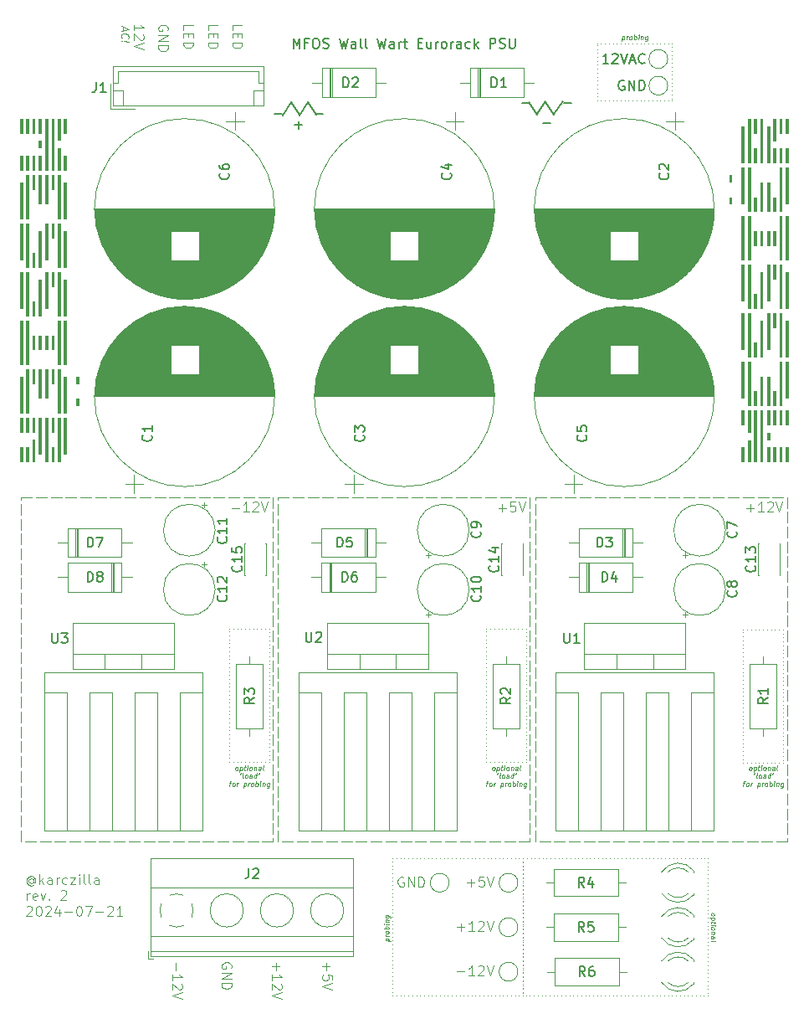
<source format=gbr>
%TF.GenerationSoftware,KiCad,Pcbnew,8.0.3*%
%TF.CreationDate,2024-07-24T22:05:29-04:00*%
%TF.ProjectId,mfos-wall-wart-eurorack-psu,6d666f73-2d77-4616-9c6c-2d776172742d,1.0.0*%
%TF.SameCoordinates,Original*%
%TF.FileFunction,Legend,Top*%
%TF.FilePolarity,Positive*%
%FSLAX46Y46*%
G04 Gerber Fmt 4.6, Leading zero omitted, Abs format (unit mm)*
G04 Created by KiCad (PCBNEW 8.0.3) date 2024-07-24 22:05:29*
%MOMM*%
%LPD*%
G01*
G04 APERTURE LIST*
%ADD10C,0.100000*%
%ADD11C,0.150000*%
%ADD12C,0.080000*%
%ADD13C,0.200000*%
%ADD14C,0.120000*%
G04 APERTURE END LIST*
D10*
X163457600Y-51151975D02*
X163457600Y-51151975D01*
X163857600Y-51151975D02*
X163857600Y-51151975D01*
X164257600Y-51151975D02*
X164257600Y-51151975D01*
X164657600Y-51151975D02*
X164657600Y-51151975D01*
X165057600Y-51151975D02*
X165057600Y-51151975D01*
X165457600Y-51151975D02*
X165457600Y-51151975D01*
X165857600Y-51151975D02*
X165857600Y-51151975D01*
X166257600Y-51151975D02*
X166257600Y-51151975D01*
X166657600Y-51151975D02*
X166657600Y-51151975D01*
X167057600Y-51151975D02*
X167057600Y-51151975D01*
X167457600Y-51151975D02*
X167457600Y-51151975D01*
X167857600Y-51151975D02*
X167857600Y-51151975D01*
X168257600Y-51151975D02*
X168257600Y-51151975D01*
X168657600Y-51151975D02*
X168657600Y-51151975D01*
X169057600Y-51151975D02*
X169057600Y-51151975D01*
X169457600Y-51151975D02*
X169457600Y-51151975D01*
X169857600Y-51151975D02*
X169857600Y-51151975D01*
X170257600Y-51151975D02*
X170257600Y-51151975D01*
X170657600Y-51151975D02*
X170657600Y-51151975D01*
X171057600Y-51151975D02*
X171057600Y-51151975D01*
X171057600Y-51151975D02*
X171057600Y-51151975D01*
X171057600Y-51551975D02*
X171057600Y-51551975D01*
X171057600Y-51951975D02*
X171057600Y-51951975D01*
X171057600Y-52351975D02*
X171057600Y-52351975D01*
X171057600Y-52751975D02*
X171057600Y-52751975D01*
X171057600Y-53151975D02*
X171057600Y-53151975D01*
X171057600Y-53551975D02*
X171057600Y-53551975D01*
X171057600Y-53951975D02*
X171057600Y-53951975D01*
X171057600Y-54351975D02*
X171057600Y-54351975D01*
X171057600Y-54751975D02*
X171057600Y-54751975D01*
X171057600Y-55151975D02*
X171057600Y-55151975D01*
X171057600Y-55551975D02*
X171057600Y-55551975D01*
X171057600Y-55951975D02*
X171057600Y-55951975D01*
X171057600Y-56351975D02*
X171057600Y-56351975D01*
X171057600Y-56751975D02*
X171057600Y-56751975D01*
X171057600Y-56951975D02*
X171057600Y-56951975D01*
X170657600Y-56951975D02*
X170657600Y-56951975D01*
X170257600Y-56951975D02*
X170257600Y-56951975D01*
X169857600Y-56951975D02*
X169857600Y-56951975D01*
X169457600Y-56951975D02*
X169457600Y-56951975D01*
X169057600Y-56951975D02*
X169057600Y-56951975D01*
X168657600Y-56951975D02*
X168657600Y-56951975D01*
X168257600Y-56951975D02*
X168257600Y-56951975D01*
X167857600Y-56951975D02*
X167857600Y-56951975D01*
X167457600Y-56951975D02*
X167457600Y-56951975D01*
X167057600Y-56951975D02*
X167057600Y-56951975D01*
X166657600Y-56951975D02*
X166657600Y-56951975D01*
X166257600Y-56951975D02*
X166257600Y-56951975D01*
X165857600Y-56951975D02*
X165857600Y-56951975D01*
X165457600Y-56951975D02*
X165457600Y-56951975D01*
X165057600Y-56951975D02*
X165057600Y-56951975D01*
X164657600Y-56951975D02*
X164657600Y-56951975D01*
X164257600Y-56951975D02*
X164257600Y-56951975D01*
X163857600Y-56951975D02*
X163857600Y-56951975D01*
X163457600Y-56951975D02*
X163457600Y-56951975D01*
X163457600Y-56951975D02*
X163457600Y-56951975D01*
X163457600Y-56551975D02*
X163457600Y-56551975D01*
X163457600Y-56151975D02*
X163457600Y-56151975D01*
X163457600Y-55751975D02*
X163457600Y-55751975D01*
X163457600Y-55351975D02*
X163457600Y-55351975D01*
X163457600Y-54951975D02*
X163457600Y-54951975D01*
X163457600Y-54551975D02*
X163457600Y-54551975D01*
X163457600Y-54151975D02*
X163457600Y-54151975D01*
X163457600Y-53751975D02*
X163457600Y-53751975D01*
X163457600Y-53351975D02*
X163457600Y-53351975D01*
X163457600Y-52951975D02*
X163457600Y-52951975D01*
X163457600Y-52551975D02*
X163457600Y-52551975D01*
X163457600Y-52151975D02*
X163457600Y-52151975D01*
X163457600Y-51751975D02*
X163457600Y-51751975D01*
X163457600Y-51351975D02*
X163457600Y-51351975D01*
X142757600Y-133601975D02*
X142757600Y-133601975D01*
X143157600Y-133601975D02*
X143157600Y-133601975D01*
X143557600Y-133601975D02*
X143557600Y-133601975D01*
X143957600Y-133601975D02*
X143957600Y-133601975D01*
X144357600Y-133601975D02*
X144357600Y-133601975D01*
X144757600Y-133601975D02*
X144757600Y-133601975D01*
X145157600Y-133601975D02*
X145157600Y-133601975D01*
X145557600Y-133601975D02*
X145557600Y-133601975D01*
X145957600Y-133601975D02*
X145957600Y-133601975D01*
X146357600Y-133601975D02*
X146357600Y-133601975D01*
X146757600Y-133601975D02*
X146757600Y-133601975D01*
X147157600Y-133601975D02*
X147157600Y-133601975D01*
X147557600Y-133601975D02*
X147557600Y-133601975D01*
X147957600Y-133601975D02*
X147957600Y-133601975D01*
X148357600Y-133601975D02*
X148357600Y-133601975D01*
X148757600Y-133601975D02*
X148757600Y-133601975D01*
X149157600Y-133601975D02*
X149157600Y-133601975D01*
X149557600Y-133601975D02*
X149557600Y-133601975D01*
X149957600Y-133601975D02*
X149957600Y-133601975D01*
X150357600Y-133601975D02*
X150357600Y-133601975D01*
X150757600Y-133601975D02*
X150757600Y-133601975D01*
X151157600Y-133601975D02*
X151157600Y-133601975D01*
X151557600Y-133601975D02*
X151557600Y-133601975D01*
X151957600Y-133601975D02*
X151957600Y-133601975D01*
X152357600Y-133601975D02*
X152357600Y-133601975D01*
X152757600Y-133601975D02*
X152757600Y-133601975D01*
X153157600Y-133601975D02*
X153157600Y-133601975D01*
X153557600Y-133601975D02*
X153557600Y-133601975D01*
X153957600Y-133601975D02*
X153957600Y-133601975D01*
X154357600Y-133601975D02*
X154357600Y-133601975D01*
X154757600Y-133601975D02*
X154757600Y-133601975D01*
X155157600Y-133601975D02*
X155157600Y-133601975D01*
X155557600Y-133601975D02*
X155557600Y-133601975D01*
X155957600Y-133601975D02*
X155957600Y-133601975D01*
X155957600Y-133601975D02*
X155957600Y-133601975D01*
X155957600Y-134001975D02*
X155957600Y-134001975D01*
X155957600Y-134401975D02*
X155957600Y-134401975D01*
X155957600Y-134801975D02*
X155957600Y-134801975D01*
X155957600Y-135201975D02*
X155957600Y-135201975D01*
X155957600Y-135601975D02*
X155957600Y-135601975D01*
X155957600Y-136001975D02*
X155957600Y-136001975D01*
X155957600Y-136401975D02*
X155957600Y-136401975D01*
X155957600Y-136801975D02*
X155957600Y-136801975D01*
X155957600Y-137201975D02*
X155957600Y-137201975D01*
X155957600Y-137601975D02*
X155957600Y-137601975D01*
X155957600Y-138001975D02*
X155957600Y-138001975D01*
X155957600Y-138401975D02*
X155957600Y-138401975D01*
X155957600Y-138801975D02*
X155957600Y-138801975D01*
X155957600Y-139201975D02*
X155957600Y-139201975D01*
X155957600Y-139601975D02*
X155957600Y-139601975D01*
X155957600Y-140001975D02*
X155957600Y-140001975D01*
X155957600Y-140401975D02*
X155957600Y-140401975D01*
X155957600Y-140801975D02*
X155957600Y-140801975D01*
X155957600Y-141201975D02*
X155957600Y-141201975D01*
X155957600Y-141601975D02*
X155957600Y-141601975D01*
X155957600Y-142001975D02*
X155957600Y-142001975D01*
X155957600Y-142401975D02*
X155957600Y-142401975D01*
X155957600Y-142801975D02*
X155957600Y-142801975D01*
X155957600Y-143201975D02*
X155957600Y-143201975D01*
X155957600Y-143601975D02*
X155957600Y-143601975D01*
X155957600Y-144001975D02*
X155957600Y-144001975D01*
X155957600Y-144401975D02*
X155957600Y-144401975D01*
X155957600Y-144801975D02*
X155957600Y-144801975D01*
X155957600Y-145201975D02*
X155957600Y-145201975D01*
X155957600Y-145601975D02*
X155957600Y-145601975D01*
X155957600Y-146001975D02*
X155957600Y-146001975D01*
X155957600Y-146401975D02*
X155957600Y-146401975D01*
X155957600Y-146801975D02*
X155957600Y-146801975D01*
X155957600Y-147201975D02*
X155957600Y-147201975D01*
X155957600Y-147501975D02*
X155957600Y-147501975D01*
X155557600Y-147501975D02*
X155557600Y-147501975D01*
X155157600Y-147501975D02*
X155157600Y-147501975D01*
X154757600Y-147501975D02*
X154757600Y-147501975D01*
X154357600Y-147501975D02*
X154357600Y-147501975D01*
X153957600Y-147501975D02*
X153957600Y-147501975D01*
X153557600Y-147501975D02*
X153557600Y-147501975D01*
X153157600Y-147501975D02*
X153157600Y-147501975D01*
X152757600Y-147501975D02*
X152757600Y-147501975D01*
X152357600Y-147501975D02*
X152357600Y-147501975D01*
X151957600Y-147501975D02*
X151957600Y-147501975D01*
X151557600Y-147501975D02*
X151557600Y-147501975D01*
X151157600Y-147501975D02*
X151157600Y-147501975D01*
X150757600Y-147501975D02*
X150757600Y-147501975D01*
X150357600Y-147501975D02*
X150357600Y-147501975D01*
X149957600Y-147501975D02*
X149957600Y-147501975D01*
X149557600Y-147501975D02*
X149557600Y-147501975D01*
X149157600Y-147501975D02*
X149157600Y-147501975D01*
X148757600Y-147501975D02*
X148757600Y-147501975D01*
X148357600Y-147501975D02*
X148357600Y-147501975D01*
X147957600Y-147501975D02*
X147957600Y-147501975D01*
X147557600Y-147501975D02*
X147557600Y-147501975D01*
X147157600Y-147501975D02*
X147157600Y-147501975D01*
X146757600Y-147501975D02*
X146757600Y-147501975D01*
X146357600Y-147501975D02*
X146357600Y-147501975D01*
X145957600Y-147501975D02*
X145957600Y-147501975D01*
X145557600Y-147501975D02*
X145557600Y-147501975D01*
X145157600Y-147501975D02*
X145157600Y-147501975D01*
X144757600Y-147501975D02*
X144757600Y-147501975D01*
X144357600Y-147501975D02*
X144357600Y-147501975D01*
X143957600Y-147501975D02*
X143957600Y-147501975D01*
X143557600Y-147501975D02*
X143557600Y-147501975D01*
X143157600Y-147501975D02*
X143157600Y-147501975D01*
X142757600Y-147501975D02*
X142757600Y-147501975D01*
X142757600Y-147501975D02*
X142757600Y-147501975D01*
X142757600Y-147101975D02*
X142757600Y-147101975D01*
X142757600Y-146701975D02*
X142757600Y-146701975D01*
X142757600Y-146301975D02*
X142757600Y-146301975D01*
X142757600Y-145901975D02*
X142757600Y-145901975D01*
X142757600Y-145501975D02*
X142757600Y-145501975D01*
X142757600Y-145101975D02*
X142757600Y-145101975D01*
X142757600Y-144701975D02*
X142757600Y-144701975D01*
X142757600Y-144301975D02*
X142757600Y-144301975D01*
X142757600Y-143901975D02*
X142757600Y-143901975D01*
X142757600Y-143501975D02*
X142757600Y-143501975D01*
X142757600Y-143101975D02*
X142757600Y-143101975D01*
X142757600Y-142701975D02*
X142757600Y-142701975D01*
X142757600Y-142301975D02*
X142757600Y-142301975D01*
X142757600Y-141901975D02*
X142757600Y-141901975D01*
X142757600Y-141501975D02*
X142757600Y-141501975D01*
X142757600Y-141101975D02*
X142757600Y-141101975D01*
X142757600Y-140701975D02*
X142757600Y-140701975D01*
X142757600Y-140301975D02*
X142757600Y-140301975D01*
X142757600Y-139901975D02*
X142757600Y-139901975D01*
X142757600Y-139501975D02*
X142757600Y-139501975D01*
X142757600Y-139101975D02*
X142757600Y-139101975D01*
X142757600Y-138701975D02*
X142757600Y-138701975D01*
X142757600Y-138301975D02*
X142757600Y-138301975D01*
X142757600Y-137901975D02*
X142757600Y-137901975D01*
X142757600Y-137501975D02*
X142757600Y-137501975D01*
X142757600Y-137101975D02*
X142757600Y-137101975D01*
X142757600Y-136701975D02*
X142757600Y-136701975D01*
X142757600Y-136301975D02*
X142757600Y-136301975D01*
X142757600Y-135901975D02*
X142757600Y-135901975D01*
X142757600Y-135501975D02*
X142757600Y-135501975D01*
X142757600Y-135101975D02*
X142757600Y-135101975D01*
X142757600Y-134701975D02*
X142757600Y-134701975D01*
X142757600Y-134301975D02*
X142757600Y-134301975D01*
X142757600Y-133901975D02*
X142757600Y-133901975D01*
X178257600Y-110451975D02*
X178257600Y-110451975D01*
X178657600Y-110451975D02*
X178657600Y-110451975D01*
X179057600Y-110451975D02*
X179057600Y-110451975D01*
X179457600Y-110451975D02*
X179457600Y-110451975D01*
X179857600Y-110451975D02*
X179857600Y-110451975D01*
X180257600Y-110451975D02*
X180257600Y-110451975D01*
X180657600Y-110451975D02*
X180657600Y-110451975D01*
X181057600Y-110451975D02*
X181057600Y-110451975D01*
X181457600Y-110451975D02*
X181457600Y-110451975D01*
X181857600Y-110451975D02*
X181857600Y-110451975D01*
X182257600Y-110451975D02*
X182257600Y-110451975D01*
X182257600Y-110451975D02*
X182257600Y-110451975D01*
X182257600Y-110851975D02*
X182257600Y-110851975D01*
X182257600Y-111251975D02*
X182257600Y-111251975D01*
X182257600Y-111651975D02*
X182257600Y-111651975D01*
X182257600Y-112051975D02*
X182257600Y-112051975D01*
X182257600Y-112451975D02*
X182257600Y-112451975D01*
X182257600Y-112851975D02*
X182257600Y-112851975D01*
X182257600Y-113251975D02*
X182257600Y-113251975D01*
X182257600Y-113651975D02*
X182257600Y-113651975D01*
X182257600Y-114051975D02*
X182257600Y-114051975D01*
X182257600Y-114451975D02*
X182257600Y-114451975D01*
X182257600Y-114851975D02*
X182257600Y-114851975D01*
X182257600Y-115251975D02*
X182257600Y-115251975D01*
X182257600Y-115651975D02*
X182257600Y-115651975D01*
X182257600Y-116051975D02*
X182257600Y-116051975D01*
X182257600Y-116451975D02*
X182257600Y-116451975D01*
X182257600Y-116851975D02*
X182257600Y-116851975D01*
X182257600Y-117251975D02*
X182257600Y-117251975D01*
X182257600Y-117651975D02*
X182257600Y-117651975D01*
X182257600Y-118051975D02*
X182257600Y-118051975D01*
X182257600Y-118451975D02*
X182257600Y-118451975D01*
X182257600Y-118851975D02*
X182257600Y-118851975D01*
X182257600Y-119251975D02*
X182257600Y-119251975D01*
X182257600Y-119651975D02*
X182257600Y-119651975D01*
X182257600Y-120051975D02*
X182257600Y-120051975D01*
X182257600Y-120451975D02*
X182257600Y-120451975D01*
X182257600Y-120851975D02*
X182257600Y-120851975D01*
X182257600Y-121251975D02*
X182257600Y-121251975D01*
X182257600Y-121651975D02*
X182257600Y-121651975D01*
X182257600Y-122051975D02*
X182257600Y-122051975D01*
X182257600Y-122451975D02*
X182257600Y-122451975D01*
X182257600Y-122851975D02*
X182257600Y-122851975D01*
X182257600Y-123251975D02*
X182257600Y-123251975D01*
X182257600Y-123651975D02*
X182257600Y-123651975D01*
X182257600Y-123951975D02*
X182257600Y-123951975D01*
X181857600Y-123951975D02*
X181857600Y-123951975D01*
X181457600Y-123951975D02*
X181457600Y-123951975D01*
X181057600Y-123951975D02*
X181057600Y-123951975D01*
X180657600Y-123951975D02*
X180657600Y-123951975D01*
X180257600Y-123951975D02*
X180257600Y-123951975D01*
X179857600Y-123951975D02*
X179857600Y-123951975D01*
X179457600Y-123951975D02*
X179457600Y-123951975D01*
X179057600Y-123951975D02*
X179057600Y-123951975D01*
X178657600Y-123951975D02*
X178657600Y-123951975D01*
X178257600Y-123951975D02*
X178257600Y-123951975D01*
X178257600Y-123951975D02*
X178257600Y-123951975D01*
X178257600Y-123551975D02*
X178257600Y-123551975D01*
X178257600Y-123151975D02*
X178257600Y-123151975D01*
X178257600Y-122751975D02*
X178257600Y-122751975D01*
X178257600Y-122351975D02*
X178257600Y-122351975D01*
X178257600Y-121951975D02*
X178257600Y-121951975D01*
X178257600Y-121551975D02*
X178257600Y-121551975D01*
X178257600Y-121151975D02*
X178257600Y-121151975D01*
X178257600Y-120751975D02*
X178257600Y-120751975D01*
X178257600Y-120351975D02*
X178257600Y-120351975D01*
X178257600Y-119951975D02*
X178257600Y-119951975D01*
X178257600Y-119551975D02*
X178257600Y-119551975D01*
X178257600Y-119151975D02*
X178257600Y-119151975D01*
X178257600Y-118751975D02*
X178257600Y-118751975D01*
X178257600Y-118351975D02*
X178257600Y-118351975D01*
X178257600Y-117951975D02*
X178257600Y-117951975D01*
X178257600Y-117551975D02*
X178257600Y-117551975D01*
X178257600Y-117151975D02*
X178257600Y-117151975D01*
X178257600Y-116751975D02*
X178257600Y-116751975D01*
X178257600Y-116351975D02*
X178257600Y-116351975D01*
X178257600Y-115951975D02*
X178257600Y-115951975D01*
X178257600Y-115551975D02*
X178257600Y-115551975D01*
X178257600Y-115151975D02*
X178257600Y-115151975D01*
X178257600Y-114751975D02*
X178257600Y-114751975D01*
X178257600Y-114351975D02*
X178257600Y-114351975D01*
X178257600Y-113951975D02*
X178257600Y-113951975D01*
X178257600Y-113551975D02*
X178257600Y-113551975D01*
X178257600Y-113151975D02*
X178257600Y-113151975D01*
X178257600Y-112751975D02*
X178257600Y-112751975D01*
X178257600Y-112351975D02*
X178257600Y-112351975D01*
X178257600Y-111951975D02*
X178257600Y-111951975D01*
X178257600Y-111551975D02*
X178257600Y-111551975D01*
X178257600Y-111151975D02*
X178257600Y-111151975D01*
X178257600Y-110751975D02*
X178257600Y-110751975D01*
X152257600Y-110351975D02*
X152257600Y-110351975D01*
X152657600Y-110351975D02*
X152657600Y-110351975D01*
X153057600Y-110351975D02*
X153057600Y-110351975D01*
X153457600Y-110351975D02*
X153457600Y-110351975D01*
X153857600Y-110351975D02*
X153857600Y-110351975D01*
X154257600Y-110351975D02*
X154257600Y-110351975D01*
X154657600Y-110351975D02*
X154657600Y-110351975D01*
X155057600Y-110351975D02*
X155057600Y-110351975D01*
X155457600Y-110351975D02*
X155457600Y-110351975D01*
X155857600Y-110351975D02*
X155857600Y-110351975D01*
X156257600Y-110351975D02*
X156257600Y-110351975D01*
X156257600Y-110351975D02*
X156257600Y-110351975D01*
X156257600Y-110751975D02*
X156257600Y-110751975D01*
X156257600Y-111151975D02*
X156257600Y-111151975D01*
X156257600Y-111551975D02*
X156257600Y-111551975D01*
X156257600Y-111951975D02*
X156257600Y-111951975D01*
X156257600Y-112351975D02*
X156257600Y-112351975D01*
X156257600Y-112751975D02*
X156257600Y-112751975D01*
X156257600Y-113151975D02*
X156257600Y-113151975D01*
X156257600Y-113551975D02*
X156257600Y-113551975D01*
X156257600Y-113951975D02*
X156257600Y-113951975D01*
X156257600Y-114351975D02*
X156257600Y-114351975D01*
X156257600Y-114751975D02*
X156257600Y-114751975D01*
X156257600Y-115151975D02*
X156257600Y-115151975D01*
X156257600Y-115551975D02*
X156257600Y-115551975D01*
X156257600Y-115951975D02*
X156257600Y-115951975D01*
X156257600Y-116351975D02*
X156257600Y-116351975D01*
X156257600Y-116751975D02*
X156257600Y-116751975D01*
X156257600Y-117151975D02*
X156257600Y-117151975D01*
X156257600Y-117551975D02*
X156257600Y-117551975D01*
X156257600Y-117951975D02*
X156257600Y-117951975D01*
X156257600Y-118351975D02*
X156257600Y-118351975D01*
X156257600Y-118751975D02*
X156257600Y-118751975D01*
X156257600Y-119151975D02*
X156257600Y-119151975D01*
X156257600Y-119551975D02*
X156257600Y-119551975D01*
X156257600Y-119951975D02*
X156257600Y-119951975D01*
X156257600Y-120351975D02*
X156257600Y-120351975D01*
X156257600Y-120751975D02*
X156257600Y-120751975D01*
X156257600Y-121151975D02*
X156257600Y-121151975D01*
X156257600Y-121551975D02*
X156257600Y-121551975D01*
X156257600Y-121951975D02*
X156257600Y-121951975D01*
X156257600Y-122351975D02*
X156257600Y-122351975D01*
X156257600Y-122751975D02*
X156257600Y-122751975D01*
X156257600Y-123151975D02*
X156257600Y-123151975D01*
X156257600Y-123551975D02*
X156257600Y-123551975D01*
X156257600Y-123851975D02*
X156257600Y-123851975D01*
X155857600Y-123851975D02*
X155857600Y-123851975D01*
X155457600Y-123851975D02*
X155457600Y-123851975D01*
X155057600Y-123851975D02*
X155057600Y-123851975D01*
X154657600Y-123851975D02*
X154657600Y-123851975D01*
X154257600Y-123851975D02*
X154257600Y-123851975D01*
X153857600Y-123851975D02*
X153857600Y-123851975D01*
X153457600Y-123851975D02*
X153457600Y-123851975D01*
X153057600Y-123851975D02*
X153057600Y-123851975D01*
X152657600Y-123851975D02*
X152657600Y-123851975D01*
X152257600Y-123851975D02*
X152257600Y-123851975D01*
X152257600Y-123851975D02*
X152257600Y-123851975D01*
X152257600Y-123451975D02*
X152257600Y-123451975D01*
X152257600Y-123051975D02*
X152257600Y-123051975D01*
X152257600Y-122651975D02*
X152257600Y-122651975D01*
X152257600Y-122251975D02*
X152257600Y-122251975D01*
X152257600Y-121851975D02*
X152257600Y-121851975D01*
X152257600Y-121451975D02*
X152257600Y-121451975D01*
X152257600Y-121051975D02*
X152257600Y-121051975D01*
X152257600Y-120651975D02*
X152257600Y-120651975D01*
X152257600Y-120251975D02*
X152257600Y-120251975D01*
X152257600Y-119851975D02*
X152257600Y-119851975D01*
X152257600Y-119451975D02*
X152257600Y-119451975D01*
X152257600Y-119051975D02*
X152257600Y-119051975D01*
X152257600Y-118651975D02*
X152257600Y-118651975D01*
X152257600Y-118251975D02*
X152257600Y-118251975D01*
X152257600Y-117851975D02*
X152257600Y-117851975D01*
X152257600Y-117451975D02*
X152257600Y-117451975D01*
X152257600Y-117051975D02*
X152257600Y-117051975D01*
X152257600Y-116651975D02*
X152257600Y-116651975D01*
X152257600Y-116251975D02*
X152257600Y-116251975D01*
X152257600Y-115851975D02*
X152257600Y-115851975D01*
X152257600Y-115451975D02*
X152257600Y-115451975D01*
X152257600Y-115051975D02*
X152257600Y-115051975D01*
X152257600Y-114651975D02*
X152257600Y-114651975D01*
X152257600Y-114251975D02*
X152257600Y-114251975D01*
X152257600Y-113851975D02*
X152257600Y-113851975D01*
X152257600Y-113451975D02*
X152257600Y-113451975D01*
X152257600Y-113051975D02*
X152257600Y-113051975D01*
X152257600Y-112651975D02*
X152257600Y-112651975D01*
X152257600Y-112251975D02*
X152257600Y-112251975D01*
X152257600Y-111851975D02*
X152257600Y-111851975D01*
X152257600Y-111451975D02*
X152257600Y-111451975D01*
X152257600Y-111051975D02*
X152257600Y-111051975D01*
X152257600Y-110651975D02*
X152257600Y-110651975D01*
X105157600Y-97051975D02*
X106257600Y-97051975D01*
X106657600Y-97051975D02*
X107757600Y-97051975D01*
X108157600Y-97051975D02*
X109257600Y-97051975D01*
X109657600Y-97051975D02*
X110757600Y-97051975D01*
X111157600Y-97051975D02*
X112257600Y-97051975D01*
X112657600Y-97051975D02*
X113757600Y-97051975D01*
X114157600Y-97051975D02*
X115257600Y-97051975D01*
X115657600Y-97051975D02*
X116757600Y-97051975D01*
X117157600Y-97051975D02*
X118257600Y-97051975D01*
X118657600Y-97051975D02*
X119757600Y-97051975D01*
X120157600Y-97051975D02*
X121257600Y-97051975D01*
X121657600Y-97051975D02*
X122757600Y-97051975D01*
X123157600Y-97051975D02*
X124257600Y-97051975D01*
X124657600Y-97051975D02*
X125757600Y-97051975D01*
X126157600Y-97051975D02*
X127257600Y-97051975D01*
X127657600Y-97051975D02*
X128757600Y-97051975D01*
X129157600Y-97051975D02*
X130257600Y-97051975D01*
X130657600Y-97051975D02*
X130657600Y-97051975D01*
X130657600Y-97051975D02*
X130657600Y-98151975D01*
X130657600Y-98551975D02*
X130657600Y-99651975D01*
X130657600Y-100051975D02*
X130657600Y-101151975D01*
X130657600Y-101551975D02*
X130657600Y-102651975D01*
X130657600Y-103051975D02*
X130657600Y-104151975D01*
X130657600Y-104551975D02*
X130657600Y-105651975D01*
X130657600Y-106051975D02*
X130657600Y-107151975D01*
X130657600Y-107551975D02*
X130657600Y-108651975D01*
X130657600Y-109051975D02*
X130657600Y-110151975D01*
X130657600Y-110551975D02*
X130657600Y-111651975D01*
X130657600Y-112051975D02*
X130657600Y-113151975D01*
X130657600Y-113551975D02*
X130657600Y-114651975D01*
X130657600Y-115051975D02*
X130657600Y-116151975D01*
X130657600Y-116551975D02*
X130657600Y-117651975D01*
X130657600Y-118051975D02*
X130657600Y-119151975D01*
X130657600Y-119551975D02*
X130657600Y-120651975D01*
X130657600Y-121051975D02*
X130657600Y-122151975D01*
X130657600Y-122551975D02*
X130657600Y-123651975D01*
X130657600Y-124051975D02*
X130657600Y-125151975D01*
X130657600Y-125551975D02*
X130657600Y-126651975D01*
X130657600Y-127051975D02*
X130657600Y-128151975D01*
X130657600Y-128551975D02*
X130657600Y-129651975D01*
X130657600Y-130051975D02*
X130657600Y-131151975D01*
X130657600Y-131551975D02*
X130657600Y-131851975D01*
X130657600Y-131851975D02*
X129557600Y-131851975D01*
X129157600Y-131851975D02*
X128057600Y-131851975D01*
X127657600Y-131851975D02*
X126557600Y-131851975D01*
X126157600Y-131851975D02*
X125057600Y-131851975D01*
X124657600Y-131851975D02*
X123557600Y-131851975D01*
X123157600Y-131851975D02*
X122057600Y-131851975D01*
X121657600Y-131851975D02*
X120557600Y-131851975D01*
X120157600Y-131851975D02*
X119057600Y-131851975D01*
X118657600Y-131851975D02*
X117557600Y-131851975D01*
X117157600Y-131851975D02*
X116057600Y-131851975D01*
X115657600Y-131851975D02*
X114557600Y-131851975D01*
X114157600Y-131851975D02*
X113057600Y-131851975D01*
X112657600Y-131851975D02*
X111557600Y-131851975D01*
X111157600Y-131851975D02*
X110057600Y-131851975D01*
X109657600Y-131851975D02*
X108557600Y-131851975D01*
X108157600Y-131851975D02*
X107057600Y-131851975D01*
X106657600Y-131851975D02*
X105557600Y-131851975D01*
X105157600Y-131851975D02*
X105157600Y-131851975D01*
X105157600Y-131851975D02*
X105157600Y-130751975D01*
X105157600Y-130351975D02*
X105157600Y-129251975D01*
X105157600Y-128851975D02*
X105157600Y-127751975D01*
X105157600Y-127351975D02*
X105157600Y-126251975D01*
X105157600Y-125851975D02*
X105157600Y-124751975D01*
X105157600Y-124351975D02*
X105157600Y-123251975D01*
X105157600Y-122851975D02*
X105157600Y-121751975D01*
X105157600Y-121351975D02*
X105157600Y-120251975D01*
X105157600Y-119851975D02*
X105157600Y-118751975D01*
X105157600Y-118351975D02*
X105157600Y-117251975D01*
X105157600Y-116851975D02*
X105157600Y-115751975D01*
X105157600Y-115351975D02*
X105157600Y-114251975D01*
X105157600Y-113851975D02*
X105157600Y-112751975D01*
X105157600Y-112351975D02*
X105157600Y-111251975D01*
X105157600Y-110851975D02*
X105157600Y-109751975D01*
X105157600Y-109351975D02*
X105157600Y-108251975D01*
X105157600Y-107851975D02*
X105157600Y-106751975D01*
X105157600Y-106351975D02*
X105157600Y-105251975D01*
X105157600Y-104851975D02*
X105157600Y-103751975D01*
X105157600Y-103351975D02*
X105157600Y-102251975D01*
X105157600Y-101851975D02*
X105157600Y-100751975D01*
X105157600Y-100351975D02*
X105157600Y-99251975D01*
X105157600Y-98851975D02*
X105157600Y-97751975D01*
X105157600Y-97351975D02*
X105157600Y-97051975D01*
X131157600Y-97051975D02*
X132257600Y-97051975D01*
X132657600Y-97051975D02*
X133757600Y-97051975D01*
X134157600Y-97051975D02*
X135257600Y-97051975D01*
X135657600Y-97051975D02*
X136757600Y-97051975D01*
X137157600Y-97051975D02*
X138257600Y-97051975D01*
X138657600Y-97051975D02*
X139757600Y-97051975D01*
X140157600Y-97051975D02*
X141257600Y-97051975D01*
X141657600Y-97051975D02*
X142757600Y-97051975D01*
X143157600Y-97051975D02*
X144257600Y-97051975D01*
X144657600Y-97051975D02*
X145757600Y-97051975D01*
X146157600Y-97051975D02*
X147257600Y-97051975D01*
X147657600Y-97051975D02*
X148757600Y-97051975D01*
X149157600Y-97051975D02*
X150257600Y-97051975D01*
X150657600Y-97051975D02*
X151757600Y-97051975D01*
X152157600Y-97051975D02*
X153257600Y-97051975D01*
X153657600Y-97051975D02*
X154757600Y-97051975D01*
X155157600Y-97051975D02*
X156257600Y-97051975D01*
X156657600Y-97051975D02*
X156657600Y-97051975D01*
X156657600Y-97051975D02*
X156657600Y-98151975D01*
X156657600Y-98551975D02*
X156657600Y-99651975D01*
X156657600Y-100051975D02*
X156657600Y-101151975D01*
X156657600Y-101551975D02*
X156657600Y-102651975D01*
X156657600Y-103051975D02*
X156657600Y-104151975D01*
X156657600Y-104551975D02*
X156657600Y-105651975D01*
X156657600Y-106051975D02*
X156657600Y-107151975D01*
X156657600Y-107551975D02*
X156657600Y-108651975D01*
X156657600Y-109051975D02*
X156657600Y-110151975D01*
X156657600Y-110551975D02*
X156657600Y-111651975D01*
X156657600Y-112051975D02*
X156657600Y-113151975D01*
X156657600Y-113551975D02*
X156657600Y-114651975D01*
X156657600Y-115051975D02*
X156657600Y-116151975D01*
X156657600Y-116551975D02*
X156657600Y-117651975D01*
X156657600Y-118051975D02*
X156657600Y-119151975D01*
X156657600Y-119551975D02*
X156657600Y-120651975D01*
X156657600Y-121051975D02*
X156657600Y-122151975D01*
X156657600Y-122551975D02*
X156657600Y-123651975D01*
X156657600Y-124051975D02*
X156657600Y-125151975D01*
X156657600Y-125551975D02*
X156657600Y-126651975D01*
X156657600Y-127051975D02*
X156657600Y-128151975D01*
X156657600Y-128551975D02*
X156657600Y-129651975D01*
X156657600Y-130051975D02*
X156657600Y-131151975D01*
X156657600Y-131551975D02*
X156657600Y-131851975D01*
X156657600Y-131851975D02*
X155557600Y-131851975D01*
X155157600Y-131851975D02*
X154057600Y-131851975D01*
X153657600Y-131851975D02*
X152557600Y-131851975D01*
X152157600Y-131851975D02*
X151057600Y-131851975D01*
X150657600Y-131851975D02*
X149557600Y-131851975D01*
X149157600Y-131851975D02*
X148057600Y-131851975D01*
X147657600Y-131851975D02*
X146557600Y-131851975D01*
X146157600Y-131851975D02*
X145057600Y-131851975D01*
X144657600Y-131851975D02*
X143557600Y-131851975D01*
X143157600Y-131851975D02*
X142057600Y-131851975D01*
X141657600Y-131851975D02*
X140557600Y-131851975D01*
X140157600Y-131851975D02*
X139057600Y-131851975D01*
X138657600Y-131851975D02*
X137557600Y-131851975D01*
X137157600Y-131851975D02*
X136057600Y-131851975D01*
X135657600Y-131851975D02*
X134557600Y-131851975D01*
X134157600Y-131851975D02*
X133057600Y-131851975D01*
X132657600Y-131851975D02*
X131557600Y-131851975D01*
X131157600Y-131851975D02*
X131157600Y-131851975D01*
X131157600Y-131851975D02*
X131157600Y-130751975D01*
X131157600Y-130351975D02*
X131157600Y-129251975D01*
X131157600Y-128851975D02*
X131157600Y-127751975D01*
X131157600Y-127351975D02*
X131157600Y-126251975D01*
X131157600Y-125851975D02*
X131157600Y-124751975D01*
X131157600Y-124351975D02*
X131157600Y-123251975D01*
X131157600Y-122851975D02*
X131157600Y-121751975D01*
X131157600Y-121351975D02*
X131157600Y-120251975D01*
X131157600Y-119851975D02*
X131157600Y-118751975D01*
X131157600Y-118351975D02*
X131157600Y-117251975D01*
X131157600Y-116851975D02*
X131157600Y-115751975D01*
X131157600Y-115351975D02*
X131157600Y-114251975D01*
X131157600Y-113851975D02*
X131157600Y-112751975D01*
X131157600Y-112351975D02*
X131157600Y-111251975D01*
X131157600Y-110851975D02*
X131157600Y-109751975D01*
X131157600Y-109351975D02*
X131157600Y-108251975D01*
X131157600Y-107851975D02*
X131157600Y-106751975D01*
X131157600Y-106351975D02*
X131157600Y-105251975D01*
X131157600Y-104851975D02*
X131157600Y-103751975D01*
X131157600Y-103351975D02*
X131157600Y-102251975D01*
X131157600Y-101851975D02*
X131157600Y-100751975D01*
X131157600Y-100351975D02*
X131157600Y-99251975D01*
X131157600Y-98851975D02*
X131157600Y-97751975D01*
X131157600Y-97351975D02*
X131157600Y-97051975D01*
X157207600Y-97051975D02*
X158307600Y-97051975D01*
X158707600Y-97051975D02*
X159807600Y-97051975D01*
X160207600Y-97051975D02*
X161307600Y-97051975D01*
X161707600Y-97051975D02*
X162807600Y-97051975D01*
X163207600Y-97051975D02*
X164307600Y-97051975D01*
X164707600Y-97051975D02*
X165807600Y-97051975D01*
X166207600Y-97051975D02*
X167307600Y-97051975D01*
X167707600Y-97051975D02*
X168807600Y-97051975D01*
X169207600Y-97051975D02*
X170307600Y-97051975D01*
X170707600Y-97051975D02*
X171807600Y-97051975D01*
X172207600Y-97051975D02*
X173307600Y-97051975D01*
X173707600Y-97051975D02*
X174807600Y-97051975D01*
X175207600Y-97051975D02*
X176307600Y-97051975D01*
X176707600Y-97051975D02*
X177807600Y-97051975D01*
X178207600Y-97051975D02*
X179307600Y-97051975D01*
X179707600Y-97051975D02*
X180807600Y-97051975D01*
X181207600Y-97051975D02*
X182307600Y-97051975D01*
X182707600Y-97051975D02*
X182707600Y-97051975D01*
X182707600Y-97051975D02*
X182707600Y-98151975D01*
X182707600Y-98551975D02*
X182707600Y-99651975D01*
X182707600Y-100051975D02*
X182707600Y-101151975D01*
X182707600Y-101551975D02*
X182707600Y-102651975D01*
X182707600Y-103051975D02*
X182707600Y-104151975D01*
X182707600Y-104551975D02*
X182707600Y-105651975D01*
X182707600Y-106051975D02*
X182707600Y-107151975D01*
X182707600Y-107551975D02*
X182707600Y-108651975D01*
X182707600Y-109051975D02*
X182707600Y-110151975D01*
X182707600Y-110551975D02*
X182707600Y-111651975D01*
X182707600Y-112051975D02*
X182707600Y-113151975D01*
X182707600Y-113551975D02*
X182707600Y-114651975D01*
X182707600Y-115051975D02*
X182707600Y-116151975D01*
X182707600Y-116551975D02*
X182707600Y-117651975D01*
X182707600Y-118051975D02*
X182707600Y-119151975D01*
X182707600Y-119551975D02*
X182707600Y-120651975D01*
X182707600Y-121051975D02*
X182707600Y-122151975D01*
X182707600Y-122551975D02*
X182707600Y-123651975D01*
X182707600Y-124051975D02*
X182707600Y-125151975D01*
X182707600Y-125551975D02*
X182707600Y-126651975D01*
X182707600Y-127051975D02*
X182707600Y-128151975D01*
X182707600Y-128551975D02*
X182707600Y-129651975D01*
X182707600Y-130051975D02*
X182707600Y-131151975D01*
X182707600Y-131551975D02*
X182707600Y-131851975D01*
X182707600Y-131851975D02*
X181607600Y-131851975D01*
X181207600Y-131851975D02*
X180107600Y-131851975D01*
X179707600Y-131851975D02*
X178607600Y-131851975D01*
X178207600Y-131851975D02*
X177107600Y-131851975D01*
X176707600Y-131851975D02*
X175607600Y-131851975D01*
X175207600Y-131851975D02*
X174107600Y-131851975D01*
X173707600Y-131851975D02*
X172607600Y-131851975D01*
X172207600Y-131851975D02*
X171107600Y-131851975D01*
X170707600Y-131851975D02*
X169607600Y-131851975D01*
X169207600Y-131851975D02*
X168107600Y-131851975D01*
X167707600Y-131851975D02*
X166607600Y-131851975D01*
X166207600Y-131851975D02*
X165107600Y-131851975D01*
X164707600Y-131851975D02*
X163607600Y-131851975D01*
X163207600Y-131851975D02*
X162107600Y-131851975D01*
X161707600Y-131851975D02*
X160607600Y-131851975D01*
X160207600Y-131851975D02*
X159107600Y-131851975D01*
X158707600Y-131851975D02*
X157607600Y-131851975D01*
X157207600Y-131851975D02*
X157207600Y-131851975D01*
X157207600Y-131851975D02*
X157207600Y-130751975D01*
X157207600Y-130351975D02*
X157207600Y-129251975D01*
X157207600Y-128851975D02*
X157207600Y-127751975D01*
X157207600Y-127351975D02*
X157207600Y-126251975D01*
X157207600Y-125851975D02*
X157207600Y-124751975D01*
X157207600Y-124351975D02*
X157207600Y-123251975D01*
X157207600Y-122851975D02*
X157207600Y-121751975D01*
X157207600Y-121351975D02*
X157207600Y-120251975D01*
X157207600Y-119851975D02*
X157207600Y-118751975D01*
X157207600Y-118351975D02*
X157207600Y-117251975D01*
X157207600Y-116851975D02*
X157207600Y-115751975D01*
X157207600Y-115351975D02*
X157207600Y-114251975D01*
X157207600Y-113851975D02*
X157207600Y-112751975D01*
X157207600Y-112351975D02*
X157207600Y-111251975D01*
X157207600Y-110851975D02*
X157207600Y-109751975D01*
X157207600Y-109351975D02*
X157207600Y-108251975D01*
X157207600Y-107851975D02*
X157207600Y-106751975D01*
X157207600Y-106351975D02*
X157207600Y-105251975D01*
X157207600Y-104851975D02*
X157207600Y-103751975D01*
X157207600Y-103351975D02*
X157207600Y-102251975D01*
X157207600Y-101851975D02*
X157207600Y-100751975D01*
X157207600Y-100351975D02*
X157207600Y-99251975D01*
X157207600Y-98851975D02*
X157207600Y-97751975D01*
X157207600Y-97351975D02*
X157207600Y-97051975D01*
X155957600Y-133601975D02*
X155957600Y-133601975D01*
X156357600Y-133601975D02*
X156357600Y-133601975D01*
X156757600Y-133601975D02*
X156757600Y-133601975D01*
X157157600Y-133601975D02*
X157157600Y-133601975D01*
X157557600Y-133601975D02*
X157557600Y-133601975D01*
X157957600Y-133601975D02*
X157957600Y-133601975D01*
X158357600Y-133601975D02*
X158357600Y-133601975D01*
X158757600Y-133601975D02*
X158757600Y-133601975D01*
X159157600Y-133601975D02*
X159157600Y-133601975D01*
X159557600Y-133601975D02*
X159557600Y-133601975D01*
X159957600Y-133601975D02*
X159957600Y-133601975D01*
X160357600Y-133601975D02*
X160357600Y-133601975D01*
X160757600Y-133601975D02*
X160757600Y-133601975D01*
X161157600Y-133601975D02*
X161157600Y-133601975D01*
X161557600Y-133601975D02*
X161557600Y-133601975D01*
X161957600Y-133601975D02*
X161957600Y-133601975D01*
X162357600Y-133601975D02*
X162357600Y-133601975D01*
X162757600Y-133601975D02*
X162757600Y-133601975D01*
X163157600Y-133601975D02*
X163157600Y-133601975D01*
X163557600Y-133601975D02*
X163557600Y-133601975D01*
X163957600Y-133601975D02*
X163957600Y-133601975D01*
X164357600Y-133601975D02*
X164357600Y-133601975D01*
X164757600Y-133601975D02*
X164757600Y-133601975D01*
X165157600Y-133601975D02*
X165157600Y-133601975D01*
X165557600Y-133601975D02*
X165557600Y-133601975D01*
X165957600Y-133601975D02*
X165957600Y-133601975D01*
X166357600Y-133601975D02*
X166357600Y-133601975D01*
X166757600Y-133601975D02*
X166757600Y-133601975D01*
X167157600Y-133601975D02*
X167157600Y-133601975D01*
X167557600Y-133601975D02*
X167557600Y-133601975D01*
X167957600Y-133601975D02*
X167957600Y-133601975D01*
X168357600Y-133601975D02*
X168357600Y-133601975D01*
X168757600Y-133601975D02*
X168757600Y-133601975D01*
X169157600Y-133601975D02*
X169157600Y-133601975D01*
X169557600Y-133601975D02*
X169557600Y-133601975D01*
X169957600Y-133601975D02*
X169957600Y-133601975D01*
X170357600Y-133601975D02*
X170357600Y-133601975D01*
X170757600Y-133601975D02*
X170757600Y-133601975D01*
X171157600Y-133601975D02*
X171157600Y-133601975D01*
X171557600Y-133601975D02*
X171557600Y-133601975D01*
X171957600Y-133601975D02*
X171957600Y-133601975D01*
X172357600Y-133601975D02*
X172357600Y-133601975D01*
X172757600Y-133601975D02*
X172757600Y-133601975D01*
X173157600Y-133601975D02*
X173157600Y-133601975D01*
X173557600Y-133601975D02*
X173557600Y-133601975D01*
X173957600Y-133601975D02*
X173957600Y-133601975D01*
X174357600Y-133601975D02*
X174357600Y-133601975D01*
X174657600Y-133601975D02*
X174657600Y-133601975D01*
X174657600Y-134001975D02*
X174657600Y-134001975D01*
X174657600Y-134401975D02*
X174657600Y-134401975D01*
X174657600Y-134801975D02*
X174657600Y-134801975D01*
X174657600Y-135201975D02*
X174657600Y-135201975D01*
X174657600Y-135601975D02*
X174657600Y-135601975D01*
X174657600Y-136001975D02*
X174657600Y-136001975D01*
X174657600Y-136401975D02*
X174657600Y-136401975D01*
X174657600Y-136801975D02*
X174657600Y-136801975D01*
X174657600Y-137201975D02*
X174657600Y-137201975D01*
X174657600Y-137601975D02*
X174657600Y-137601975D01*
X174657600Y-138001975D02*
X174657600Y-138001975D01*
X174657600Y-138401975D02*
X174657600Y-138401975D01*
X174657600Y-138801975D02*
X174657600Y-138801975D01*
X174657600Y-139201975D02*
X174657600Y-139201975D01*
X174657600Y-139601975D02*
X174657600Y-139601975D01*
X174657600Y-140001975D02*
X174657600Y-140001975D01*
X174657600Y-140401975D02*
X174657600Y-140401975D01*
X174657600Y-140801975D02*
X174657600Y-140801975D01*
X174657600Y-141201975D02*
X174657600Y-141201975D01*
X174657600Y-141601975D02*
X174657600Y-141601975D01*
X174657600Y-142001975D02*
X174657600Y-142001975D01*
X174657600Y-142401975D02*
X174657600Y-142401975D01*
X174657600Y-142801975D02*
X174657600Y-142801975D01*
X174657600Y-143201975D02*
X174657600Y-143201975D01*
X174657600Y-143601975D02*
X174657600Y-143601975D01*
X174657600Y-144001975D02*
X174657600Y-144001975D01*
X174657600Y-144401975D02*
X174657600Y-144401975D01*
X174657600Y-144801975D02*
X174657600Y-144801975D01*
X174657600Y-145201975D02*
X174657600Y-145201975D01*
X174657600Y-145601975D02*
X174657600Y-145601975D01*
X174657600Y-146001975D02*
X174657600Y-146001975D01*
X174657600Y-146401975D02*
X174657600Y-146401975D01*
X174657600Y-146801975D02*
X174657600Y-146801975D01*
X174657600Y-147201975D02*
X174657600Y-147201975D01*
X174657600Y-147501975D02*
X174657600Y-147501975D01*
X174257600Y-147501975D02*
X174257600Y-147501975D01*
X173857600Y-147501975D02*
X173857600Y-147501975D01*
X173457600Y-147501975D02*
X173457600Y-147501975D01*
X173057600Y-147501975D02*
X173057600Y-147501975D01*
X172657600Y-147501975D02*
X172657600Y-147501975D01*
X172257600Y-147501975D02*
X172257600Y-147501975D01*
X171857600Y-147501975D02*
X171857600Y-147501975D01*
X171457600Y-147501975D02*
X171457600Y-147501975D01*
X171057600Y-147501975D02*
X171057600Y-147501975D01*
X170657600Y-147501975D02*
X170657600Y-147501975D01*
X170257600Y-147501975D02*
X170257600Y-147501975D01*
X169857600Y-147501975D02*
X169857600Y-147501975D01*
X169457600Y-147501975D02*
X169457600Y-147501975D01*
X169057600Y-147501975D02*
X169057600Y-147501975D01*
X168657600Y-147501975D02*
X168657600Y-147501975D01*
X168257600Y-147501975D02*
X168257600Y-147501975D01*
X167857600Y-147501975D02*
X167857600Y-147501975D01*
X167457600Y-147501975D02*
X167457600Y-147501975D01*
X167057600Y-147501975D02*
X167057600Y-147501975D01*
X166657600Y-147501975D02*
X166657600Y-147501975D01*
X166257600Y-147501975D02*
X166257600Y-147501975D01*
X165857600Y-147501975D02*
X165857600Y-147501975D01*
X165457600Y-147501975D02*
X165457600Y-147501975D01*
X165057600Y-147501975D02*
X165057600Y-147501975D01*
X164657600Y-147501975D02*
X164657600Y-147501975D01*
X164257600Y-147501975D02*
X164257600Y-147501975D01*
X163857600Y-147501975D02*
X163857600Y-147501975D01*
X163457600Y-147501975D02*
X163457600Y-147501975D01*
X163057600Y-147501975D02*
X163057600Y-147501975D01*
X162657600Y-147501975D02*
X162657600Y-147501975D01*
X162257600Y-147501975D02*
X162257600Y-147501975D01*
X161857600Y-147501975D02*
X161857600Y-147501975D01*
X161457600Y-147501975D02*
X161457600Y-147501975D01*
X161057600Y-147501975D02*
X161057600Y-147501975D01*
X160657600Y-147501975D02*
X160657600Y-147501975D01*
X160257600Y-147501975D02*
X160257600Y-147501975D01*
X159857600Y-147501975D02*
X159857600Y-147501975D01*
X159457600Y-147501975D02*
X159457600Y-147501975D01*
X159057600Y-147501975D02*
X159057600Y-147501975D01*
X158657600Y-147501975D02*
X158657600Y-147501975D01*
X158257600Y-147501975D02*
X158257600Y-147501975D01*
X157857600Y-147501975D02*
X157857600Y-147501975D01*
X157457600Y-147501975D02*
X157457600Y-147501975D01*
X157057600Y-147501975D02*
X157057600Y-147501975D01*
X156657600Y-147501975D02*
X156657600Y-147501975D01*
X156257600Y-147501975D02*
X156257600Y-147501975D01*
X155957600Y-147501975D02*
X155957600Y-147501975D01*
X155957600Y-147101975D02*
X155957600Y-147101975D01*
X155957600Y-146701975D02*
X155957600Y-146701975D01*
X155957600Y-146301975D02*
X155957600Y-146301975D01*
X155957600Y-145901975D02*
X155957600Y-145901975D01*
X155957600Y-145501975D02*
X155957600Y-145501975D01*
X155957600Y-145101975D02*
X155957600Y-145101975D01*
X155957600Y-144701975D02*
X155957600Y-144701975D01*
X155957600Y-144301975D02*
X155957600Y-144301975D01*
X155957600Y-143901975D02*
X155957600Y-143901975D01*
X155957600Y-143501975D02*
X155957600Y-143501975D01*
X155957600Y-143101975D02*
X155957600Y-143101975D01*
X155957600Y-142701975D02*
X155957600Y-142701975D01*
X155957600Y-142301975D02*
X155957600Y-142301975D01*
X155957600Y-141901975D02*
X155957600Y-141901975D01*
X155957600Y-141501975D02*
X155957600Y-141501975D01*
X155957600Y-141101975D02*
X155957600Y-141101975D01*
X155957600Y-140701975D02*
X155957600Y-140701975D01*
X155957600Y-140301975D02*
X155957600Y-140301975D01*
X155957600Y-139901975D02*
X155957600Y-139901975D01*
X155957600Y-139501975D02*
X155957600Y-139501975D01*
X155957600Y-139101975D02*
X155957600Y-139101975D01*
X155957600Y-138701975D02*
X155957600Y-138701975D01*
X155957600Y-138301975D02*
X155957600Y-138301975D01*
X155957600Y-137901975D02*
X155957600Y-137901975D01*
X155957600Y-137501975D02*
X155957600Y-137501975D01*
X155957600Y-137101975D02*
X155957600Y-137101975D01*
X155957600Y-136701975D02*
X155957600Y-136701975D01*
X155957600Y-136301975D02*
X155957600Y-136301975D01*
X155957600Y-135901975D02*
X155957600Y-135901975D01*
X155957600Y-135501975D02*
X155957600Y-135501975D01*
X155957600Y-135101975D02*
X155957600Y-135101975D01*
X155957600Y-134701975D02*
X155957600Y-134701975D01*
X155957600Y-134301975D02*
X155957600Y-134301975D01*
X155957600Y-133901975D02*
X155957600Y-133901975D01*
X126257600Y-110351975D02*
X126257600Y-110351975D01*
X126657600Y-110351975D02*
X126657600Y-110351975D01*
X127057600Y-110351975D02*
X127057600Y-110351975D01*
X127457600Y-110351975D02*
X127457600Y-110351975D01*
X127857600Y-110351975D02*
X127857600Y-110351975D01*
X128257600Y-110351975D02*
X128257600Y-110351975D01*
X128657600Y-110351975D02*
X128657600Y-110351975D01*
X129057600Y-110351975D02*
X129057600Y-110351975D01*
X129457600Y-110351975D02*
X129457600Y-110351975D01*
X129857600Y-110351975D02*
X129857600Y-110351975D01*
X130257600Y-110351975D02*
X130257600Y-110351975D01*
X130257600Y-110351975D02*
X130257600Y-110351975D01*
X130257600Y-110751975D02*
X130257600Y-110751975D01*
X130257600Y-111151975D02*
X130257600Y-111151975D01*
X130257600Y-111551975D02*
X130257600Y-111551975D01*
X130257600Y-111951975D02*
X130257600Y-111951975D01*
X130257600Y-112351975D02*
X130257600Y-112351975D01*
X130257600Y-112751975D02*
X130257600Y-112751975D01*
X130257600Y-113151975D02*
X130257600Y-113151975D01*
X130257600Y-113551975D02*
X130257600Y-113551975D01*
X130257600Y-113951975D02*
X130257600Y-113951975D01*
X130257600Y-114351975D02*
X130257600Y-114351975D01*
X130257600Y-114751975D02*
X130257600Y-114751975D01*
X130257600Y-115151975D02*
X130257600Y-115151975D01*
X130257600Y-115551975D02*
X130257600Y-115551975D01*
X130257600Y-115951975D02*
X130257600Y-115951975D01*
X130257600Y-116351975D02*
X130257600Y-116351975D01*
X130257600Y-116751975D02*
X130257600Y-116751975D01*
X130257600Y-117151975D02*
X130257600Y-117151975D01*
X130257600Y-117551975D02*
X130257600Y-117551975D01*
X130257600Y-117951975D02*
X130257600Y-117951975D01*
X130257600Y-118351975D02*
X130257600Y-118351975D01*
X130257600Y-118751975D02*
X130257600Y-118751975D01*
X130257600Y-119151975D02*
X130257600Y-119151975D01*
X130257600Y-119551975D02*
X130257600Y-119551975D01*
X130257600Y-119951975D02*
X130257600Y-119951975D01*
X130257600Y-120351975D02*
X130257600Y-120351975D01*
X130257600Y-120751975D02*
X130257600Y-120751975D01*
X130257600Y-121151975D02*
X130257600Y-121151975D01*
X130257600Y-121551975D02*
X130257600Y-121551975D01*
X130257600Y-121951975D02*
X130257600Y-121951975D01*
X130257600Y-122351975D02*
X130257600Y-122351975D01*
X130257600Y-122751975D02*
X130257600Y-122751975D01*
X130257600Y-123151975D02*
X130257600Y-123151975D01*
X130257600Y-123551975D02*
X130257600Y-123551975D01*
X130257600Y-123851975D02*
X130257600Y-123851975D01*
X129857600Y-123851975D02*
X129857600Y-123851975D01*
X129457600Y-123851975D02*
X129457600Y-123851975D01*
X129057600Y-123851975D02*
X129057600Y-123851975D01*
X128657600Y-123851975D02*
X128657600Y-123851975D01*
X128257600Y-123851975D02*
X128257600Y-123851975D01*
X127857600Y-123851975D02*
X127857600Y-123851975D01*
X127457600Y-123851975D02*
X127457600Y-123851975D01*
X127057600Y-123851975D02*
X127057600Y-123851975D01*
X126657600Y-123851975D02*
X126657600Y-123851975D01*
X126257600Y-123851975D02*
X126257600Y-123851975D01*
X126257600Y-123851975D02*
X126257600Y-123851975D01*
X126257600Y-123451975D02*
X126257600Y-123451975D01*
X126257600Y-123051975D02*
X126257600Y-123051975D01*
X126257600Y-122651975D02*
X126257600Y-122651975D01*
X126257600Y-122251975D02*
X126257600Y-122251975D01*
X126257600Y-121851975D02*
X126257600Y-121851975D01*
X126257600Y-121451975D02*
X126257600Y-121451975D01*
X126257600Y-121051975D02*
X126257600Y-121051975D01*
X126257600Y-120651975D02*
X126257600Y-120651975D01*
X126257600Y-120251975D02*
X126257600Y-120251975D01*
X126257600Y-119851975D02*
X126257600Y-119851975D01*
X126257600Y-119451975D02*
X126257600Y-119451975D01*
X126257600Y-119051975D02*
X126257600Y-119051975D01*
X126257600Y-118651975D02*
X126257600Y-118651975D01*
X126257600Y-118251975D02*
X126257600Y-118251975D01*
X126257600Y-117851975D02*
X126257600Y-117851975D01*
X126257600Y-117451975D02*
X126257600Y-117451975D01*
X126257600Y-117051975D02*
X126257600Y-117051975D01*
X126257600Y-116651975D02*
X126257600Y-116651975D01*
X126257600Y-116251975D02*
X126257600Y-116251975D01*
X126257600Y-115851975D02*
X126257600Y-115851975D01*
X126257600Y-115451975D02*
X126257600Y-115451975D01*
X126257600Y-115051975D02*
X126257600Y-115051975D01*
X126257600Y-114651975D02*
X126257600Y-114651975D01*
X126257600Y-114251975D02*
X126257600Y-114251975D01*
X126257600Y-113851975D02*
X126257600Y-113851975D01*
X126257600Y-113451975D02*
X126257600Y-113451975D01*
X126257600Y-113051975D02*
X126257600Y-113051975D01*
X126257600Y-112651975D02*
X126257600Y-112651975D01*
X126257600Y-112251975D02*
X126257600Y-112251975D01*
X126257600Y-111851975D02*
X126257600Y-111851975D01*
X126257600Y-111451975D02*
X126257600Y-111451975D01*
X126257600Y-111051975D02*
X126257600Y-111051975D01*
X126257600Y-110651975D02*
X126257600Y-110651975D01*
X116585180Y-49879668D02*
X116585180Y-49308240D01*
X116585180Y-49593954D02*
X117585180Y-49593954D01*
X117585180Y-49593954D02*
X117442323Y-49498716D01*
X117442323Y-49498716D02*
X117347085Y-49403478D01*
X117347085Y-49403478D02*
X117299466Y-49308240D01*
X117489942Y-50260621D02*
X117537561Y-50308240D01*
X117537561Y-50308240D02*
X117585180Y-50403478D01*
X117585180Y-50403478D02*
X117585180Y-50641573D01*
X117585180Y-50641573D02*
X117537561Y-50736811D01*
X117537561Y-50736811D02*
X117489942Y-50784430D01*
X117489942Y-50784430D02*
X117394704Y-50832049D01*
X117394704Y-50832049D02*
X117299466Y-50832049D01*
X117299466Y-50832049D02*
X117156609Y-50784430D01*
X117156609Y-50784430D02*
X116585180Y-50213002D01*
X116585180Y-50213002D02*
X116585180Y-50832049D01*
X117585180Y-51117764D02*
X116585180Y-51451097D01*
X116585180Y-51451097D02*
X117585180Y-51784430D01*
D11*
G36*
X180283280Y-93551975D02*
G01*
X180283280Y-88299776D01*
X179965764Y-88299776D01*
X179965764Y-93551975D01*
X180283280Y-93551975D01*
G37*
G36*
X179658018Y-93551975D02*
G01*
X179658018Y-88299776D01*
X179340503Y-88299776D01*
X179340503Y-93551975D01*
X179658018Y-93551975D01*
G37*
G36*
X179032757Y-90550718D02*
G01*
X179032757Y-88299776D01*
X178715241Y-88299776D01*
X178715241Y-90550718D01*
X179032757Y-90550718D01*
G37*
G36*
X179032757Y-93551975D02*
G01*
X179032757Y-91301032D01*
X178715241Y-91301032D01*
X178715241Y-93551975D01*
X179032757Y-93551975D01*
G37*
G36*
X182857600Y-93551975D02*
G01*
X182857600Y-92039623D01*
X182540084Y-92039623D01*
X182540084Y-93551975D01*
X182857600Y-93551975D01*
G37*
G36*
X178407495Y-93551975D02*
G01*
X178407495Y-92039623D01*
X178089979Y-92039623D01*
X178089979Y-93551975D01*
X178407495Y-93551975D01*
G37*
G36*
X180981814Y-93551975D02*
G01*
X180981814Y-92039623D01*
X180664299Y-92039623D01*
X180664299Y-93551975D01*
X180981814Y-93551975D01*
G37*
G36*
X178407495Y-89812128D02*
G01*
X178407495Y-88299776D01*
X178089979Y-88299776D01*
X178089979Y-89812128D01*
X178407495Y-89812128D01*
G37*
G36*
X182232338Y-93551975D02*
G01*
X182232338Y-92039623D01*
X181914822Y-92039623D01*
X181914822Y-93551975D01*
X182232338Y-93551975D01*
G37*
G36*
X181607076Y-93551975D02*
G01*
X181607076Y-92039623D01*
X181289560Y-92039623D01*
X181289560Y-93551975D01*
X181607076Y-93551975D01*
G37*
G36*
X182857600Y-89812128D02*
G01*
X182857600Y-88299776D01*
X182540084Y-88299776D01*
X182540084Y-89812128D01*
X182857600Y-89812128D01*
G37*
G36*
X181607076Y-89812128D02*
G01*
X181607076Y-88299776D01*
X181289560Y-88299776D01*
X181289560Y-89812128D01*
X181607076Y-89812128D01*
G37*
G36*
X180981814Y-89812128D02*
G01*
X180981814Y-88299776D01*
X180664299Y-88299776D01*
X180664299Y-89812128D01*
X180981814Y-89812128D01*
G37*
G36*
X182232338Y-89812128D02*
G01*
X182232338Y-88299776D01*
X181914822Y-88299776D01*
X181914822Y-89812128D01*
X182232338Y-89812128D01*
G37*
G36*
X180981814Y-91301032D02*
G01*
X180981814Y-90550718D01*
X180664299Y-90550718D01*
X180664299Y-91301032D01*
X180981814Y-91301032D01*
G37*
G36*
X182232338Y-87883587D02*
G01*
X182232338Y-83381702D01*
X181914822Y-83381702D01*
X181914822Y-87883587D01*
X182232338Y-87883587D01*
G37*
G36*
X179032757Y-87883587D02*
G01*
X179032757Y-83381702D01*
X178715241Y-83381702D01*
X178715241Y-87883587D01*
X179032757Y-87883587D01*
G37*
G36*
X178407495Y-87133272D02*
G01*
X178407495Y-83381702D01*
X178089979Y-83381702D01*
X178089979Y-87133272D01*
X178407495Y-87133272D01*
G37*
G36*
X182857600Y-87133272D02*
G01*
X182857600Y-83381702D01*
X182540084Y-83381702D01*
X182540084Y-87133272D01*
X182857600Y-87133272D01*
G37*
G36*
X180283280Y-87883587D02*
G01*
X180283280Y-84882330D01*
X179965764Y-84882330D01*
X179965764Y-87883587D01*
X180283280Y-87883587D01*
G37*
G36*
X180981814Y-87883587D02*
G01*
X180981814Y-84882330D01*
X180664299Y-84882330D01*
X180664299Y-87883587D01*
X180981814Y-87883587D01*
G37*
G36*
X179658018Y-87883587D02*
G01*
X179658018Y-86371235D01*
X179340503Y-86371235D01*
X179340503Y-87883587D01*
X179658018Y-87883587D01*
G37*
G36*
X181607076Y-87883587D02*
G01*
X181607076Y-86371235D01*
X181289560Y-86371235D01*
X181289560Y-87883587D01*
X181607076Y-87883587D01*
G37*
G36*
X182232338Y-82971374D02*
G01*
X182232338Y-78469490D01*
X181914822Y-78469490D01*
X181914822Y-82971374D01*
X182232338Y-82971374D01*
G37*
G36*
X179032757Y-82971374D02*
G01*
X179032757Y-78469490D01*
X178715241Y-78469490D01*
X178715241Y-82971374D01*
X179032757Y-82971374D01*
G37*
G36*
X180981814Y-82221060D02*
G01*
X180981814Y-78469490D01*
X180664299Y-78469490D01*
X180664299Y-82221060D01*
X180981814Y-82221060D01*
G37*
G36*
X178407495Y-82221060D02*
G01*
X178407495Y-78469490D01*
X178089979Y-78469490D01*
X178089979Y-82221060D01*
X178407495Y-82221060D01*
G37*
G36*
X180283280Y-82971374D02*
G01*
X180283280Y-79219804D01*
X179965764Y-79219804D01*
X179965764Y-82971374D01*
X180283280Y-82971374D01*
G37*
G36*
X182857600Y-82971374D02*
G01*
X182857600Y-79219804D01*
X182540084Y-79219804D01*
X182540084Y-82971374D01*
X182857600Y-82971374D01*
G37*
G36*
X179658018Y-82971374D02*
G01*
X179658018Y-81459023D01*
X179340503Y-81459023D01*
X179340503Y-82971374D01*
X179658018Y-82971374D01*
G37*
G36*
X181607076Y-79981842D02*
G01*
X181607076Y-78469490D01*
X181289560Y-78469490D01*
X181289560Y-79981842D01*
X181607076Y-79981842D01*
G37*
G36*
X182232338Y-78059162D02*
G01*
X182232338Y-73557278D01*
X181914822Y-73557278D01*
X181914822Y-78059162D01*
X182232338Y-78059162D01*
G37*
G36*
X179032757Y-78059162D02*
G01*
X179032757Y-73557278D01*
X178715241Y-73557278D01*
X178715241Y-78059162D01*
X179032757Y-78059162D01*
G37*
G36*
X180981814Y-77308848D02*
G01*
X180981814Y-73557278D01*
X180664299Y-73557278D01*
X180664299Y-77308848D01*
X180981814Y-77308848D01*
G37*
G36*
X178407495Y-77308848D02*
G01*
X178407495Y-73557278D01*
X178089979Y-73557278D01*
X178089979Y-77308848D01*
X178407495Y-77308848D01*
G37*
G36*
X180283280Y-78059162D02*
G01*
X180283280Y-74307592D01*
X179965764Y-74307592D01*
X179965764Y-78059162D01*
X180283280Y-78059162D01*
G37*
G36*
X182857600Y-78059162D02*
G01*
X182857600Y-74307592D01*
X182540084Y-74307592D01*
X182540084Y-78059162D01*
X182857600Y-78059162D01*
G37*
G36*
X179658018Y-78059162D02*
G01*
X179658018Y-76546811D01*
X179340503Y-76546811D01*
X179340503Y-78059162D01*
X179658018Y-78059162D01*
G37*
G36*
X181607076Y-75069630D02*
G01*
X181607076Y-73557278D01*
X181289560Y-73557278D01*
X181289560Y-75069630D01*
X181607076Y-75069630D01*
G37*
G36*
X182857600Y-73146950D02*
G01*
X182857600Y-68645066D01*
X182540084Y-68645066D01*
X182540084Y-73146950D01*
X182857600Y-73146950D01*
G37*
G36*
X182232338Y-73146950D02*
G01*
X182232338Y-68645066D01*
X181914822Y-68645066D01*
X181914822Y-73146950D01*
X182232338Y-73146950D01*
G37*
G36*
X179032757Y-73146950D02*
G01*
X179032757Y-68645066D01*
X178715241Y-68645066D01*
X178715241Y-73146950D01*
X179032757Y-73146950D01*
G37*
G36*
X178407495Y-73146950D02*
G01*
X178407495Y-68645066D01*
X178089979Y-68645066D01*
X178089979Y-73146950D01*
X178407495Y-73146950D01*
G37*
G36*
X180283280Y-71646322D02*
G01*
X180283280Y-70133970D01*
X179965764Y-70133970D01*
X179965764Y-71646322D01*
X180283280Y-71646322D01*
G37*
G36*
X181607076Y-71646322D02*
G01*
X181607076Y-70133970D01*
X181289560Y-70133970D01*
X181289560Y-71646322D01*
X181607076Y-71646322D01*
G37*
G36*
X180981814Y-71646322D02*
G01*
X180981814Y-70133970D01*
X180664299Y-70133970D01*
X180664299Y-71646322D01*
X180981814Y-71646322D01*
G37*
G36*
X179658018Y-71646322D02*
G01*
X179658018Y-70133970D01*
X179340503Y-70133970D01*
X179340503Y-71646322D01*
X179658018Y-71646322D01*
G37*
G36*
X182232338Y-68234738D02*
G01*
X182232338Y-63732854D01*
X181914822Y-63732854D01*
X181914822Y-68234738D01*
X182232338Y-68234738D01*
G37*
G36*
X179032757Y-68234738D02*
G01*
X179032757Y-63732854D01*
X178715241Y-63732854D01*
X178715241Y-68234738D01*
X179032757Y-68234738D01*
G37*
G36*
X178407495Y-67484424D02*
G01*
X178407495Y-63732854D01*
X178089979Y-63732854D01*
X178089979Y-67484424D01*
X178407495Y-67484424D01*
G37*
G36*
X182857600Y-67484424D02*
G01*
X182857600Y-63732854D01*
X182540084Y-63732854D01*
X182540084Y-67484424D01*
X182857600Y-67484424D01*
G37*
G36*
X180981814Y-68234738D02*
G01*
X180981814Y-65233482D01*
X180664299Y-65233482D01*
X180664299Y-68234738D01*
X180981814Y-68234738D01*
G37*
G36*
X180283280Y-68234738D02*
G01*
X180283280Y-65233482D01*
X179965764Y-65233482D01*
X179965764Y-68234738D01*
X180283280Y-68234738D01*
G37*
G36*
X181607076Y-68234738D02*
G01*
X181607076Y-66734110D01*
X181289560Y-66734110D01*
X181289560Y-68234738D01*
X181607076Y-68234738D01*
G37*
G36*
X179658018Y-68234738D02*
G01*
X179658018Y-66734110D01*
X179340503Y-66734110D01*
X179340503Y-68234738D01*
X179658018Y-68234738D01*
G37*
G36*
X177152087Y-65233482D02*
G01*
X177152087Y-64483168D01*
X176834571Y-64483168D01*
X176834571Y-65233482D01*
X177152087Y-65233482D01*
G37*
G36*
X177152087Y-67484424D02*
G01*
X177152087Y-66734110D01*
X176834571Y-66734110D01*
X176834571Y-67484424D01*
X177152087Y-67484424D01*
G37*
G36*
X180283280Y-63322526D02*
G01*
X180283280Y-58820642D01*
X179965764Y-58820642D01*
X179965764Y-63322526D01*
X180283280Y-63322526D01*
G37*
G36*
X179032757Y-63322526D02*
G01*
X179032757Y-58820642D01*
X178715241Y-58820642D01*
X178715241Y-63322526D01*
X179032757Y-63322526D01*
G37*
G36*
X178407495Y-63322526D02*
G01*
X178407495Y-59570956D01*
X178089979Y-59570956D01*
X178089979Y-63322526D01*
X178407495Y-63322526D01*
G37*
G36*
X180981814Y-63322526D02*
G01*
X180981814Y-59570956D01*
X180664299Y-59570956D01*
X180664299Y-63322526D01*
X180981814Y-63322526D01*
G37*
G36*
X181607076Y-61071584D02*
G01*
X181607076Y-58820642D01*
X181289560Y-58820642D01*
X181289560Y-61071584D01*
X181607076Y-61071584D01*
G37*
G36*
X179658018Y-60332993D02*
G01*
X179658018Y-58820642D01*
X179340503Y-58820642D01*
X179340503Y-60332993D01*
X179658018Y-60332993D01*
G37*
G36*
X182857600Y-63322526D02*
G01*
X182857600Y-61810174D01*
X182540084Y-61810174D01*
X182540084Y-63322526D01*
X182857600Y-63322526D01*
G37*
G36*
X182232338Y-60332993D02*
G01*
X182232338Y-58820642D01*
X181914822Y-58820642D01*
X181914822Y-60332993D01*
X182232338Y-60332993D01*
G37*
G36*
X179658018Y-63322526D02*
G01*
X179658018Y-61810174D01*
X179340503Y-61810174D01*
X179340503Y-63322526D01*
X179658018Y-63322526D01*
G37*
G36*
X181607076Y-63322526D02*
G01*
X181607076Y-61810174D01*
X181289560Y-61810174D01*
X181289560Y-63322526D01*
X181607076Y-63322526D01*
G37*
G36*
X182857600Y-60332993D02*
G01*
X182857600Y-58820642D01*
X182540084Y-58820642D01*
X182540084Y-60332993D01*
X182857600Y-60332993D01*
G37*
G36*
X182232338Y-63322526D02*
G01*
X182232338Y-61810174D01*
X181914822Y-61810174D01*
X181914822Y-63322526D01*
X182232338Y-63322526D01*
G37*
D10*
X149291484Y-145043441D02*
X150053389Y-145043441D01*
X151053388Y-145424394D02*
X150481960Y-145424394D01*
X150767674Y-145424394D02*
X150767674Y-144424394D01*
X150767674Y-144424394D02*
X150672436Y-144567251D01*
X150672436Y-144567251D02*
X150577198Y-144662489D01*
X150577198Y-144662489D02*
X150481960Y-144710108D01*
X151434341Y-144519632D02*
X151481960Y-144472013D01*
X151481960Y-144472013D02*
X151577198Y-144424394D01*
X151577198Y-144424394D02*
X151815293Y-144424394D01*
X151815293Y-144424394D02*
X151910531Y-144472013D01*
X151910531Y-144472013D02*
X151958150Y-144519632D01*
X151958150Y-144519632D02*
X152005769Y-144614870D01*
X152005769Y-144614870D02*
X152005769Y-144710108D01*
X152005769Y-144710108D02*
X151958150Y-144852965D01*
X151958150Y-144852965D02*
X151386722Y-145424394D01*
X151386722Y-145424394D02*
X152005769Y-145424394D01*
X152291484Y-144424394D02*
X152624817Y-145424394D01*
X152624817Y-145424394D02*
X152958150Y-144424394D01*
D12*
X166010576Y-50453291D02*
X165948076Y-50953291D01*
X166007599Y-50477100D02*
X166058195Y-50453291D01*
X166058195Y-50453291D02*
X166153433Y-50453291D01*
X166153433Y-50453291D02*
X166198076Y-50477100D01*
X166198076Y-50477100D02*
X166218909Y-50500910D01*
X166218909Y-50500910D02*
X166236766Y-50548529D01*
X166236766Y-50548529D02*
X166218909Y-50691386D01*
X166218909Y-50691386D02*
X166189147Y-50739005D01*
X166189147Y-50739005D02*
X166162361Y-50762815D01*
X166162361Y-50762815D02*
X166111766Y-50786624D01*
X166111766Y-50786624D02*
X166016528Y-50786624D01*
X166016528Y-50786624D02*
X165971885Y-50762815D01*
X166421290Y-50786624D02*
X166462957Y-50453291D01*
X166451052Y-50548529D02*
X166480814Y-50500910D01*
X166480814Y-50500910D02*
X166507599Y-50477100D01*
X166507599Y-50477100D02*
X166558195Y-50453291D01*
X166558195Y-50453291D02*
X166605814Y-50453291D01*
X166802243Y-50786624D02*
X166757600Y-50762815D01*
X166757600Y-50762815D02*
X166736766Y-50739005D01*
X166736766Y-50739005D02*
X166718909Y-50691386D01*
X166718909Y-50691386D02*
X166736766Y-50548529D01*
X166736766Y-50548529D02*
X166766528Y-50500910D01*
X166766528Y-50500910D02*
X166793314Y-50477100D01*
X166793314Y-50477100D02*
X166843909Y-50453291D01*
X166843909Y-50453291D02*
X166915338Y-50453291D01*
X166915338Y-50453291D02*
X166959981Y-50477100D01*
X166959981Y-50477100D02*
X166980814Y-50500910D01*
X166980814Y-50500910D02*
X166998671Y-50548529D01*
X166998671Y-50548529D02*
X166980814Y-50691386D01*
X166980814Y-50691386D02*
X166951052Y-50739005D01*
X166951052Y-50739005D02*
X166924266Y-50762815D01*
X166924266Y-50762815D02*
X166873671Y-50786624D01*
X166873671Y-50786624D02*
X166802243Y-50786624D01*
X167183195Y-50786624D02*
X167245695Y-50286624D01*
X167221885Y-50477100D02*
X167272481Y-50453291D01*
X167272481Y-50453291D02*
X167367719Y-50453291D01*
X167367719Y-50453291D02*
X167412362Y-50477100D01*
X167412362Y-50477100D02*
X167433195Y-50500910D01*
X167433195Y-50500910D02*
X167451052Y-50548529D01*
X167451052Y-50548529D02*
X167433195Y-50691386D01*
X167433195Y-50691386D02*
X167403433Y-50739005D01*
X167403433Y-50739005D02*
X167376647Y-50762815D01*
X167376647Y-50762815D02*
X167326052Y-50786624D01*
X167326052Y-50786624D02*
X167230814Y-50786624D01*
X167230814Y-50786624D02*
X167186171Y-50762815D01*
X167635576Y-50786624D02*
X167677243Y-50453291D01*
X167698076Y-50286624D02*
X167671290Y-50310434D01*
X167671290Y-50310434D02*
X167692124Y-50334243D01*
X167692124Y-50334243D02*
X167718909Y-50310434D01*
X167718909Y-50310434D02*
X167698076Y-50286624D01*
X167698076Y-50286624D02*
X167692124Y-50334243D01*
X167915338Y-50453291D02*
X167873671Y-50786624D01*
X167909385Y-50500910D02*
X167936171Y-50477100D01*
X167936171Y-50477100D02*
X167986766Y-50453291D01*
X167986766Y-50453291D02*
X168058195Y-50453291D01*
X168058195Y-50453291D02*
X168102838Y-50477100D01*
X168102838Y-50477100D02*
X168120695Y-50524719D01*
X168120695Y-50524719D02*
X168087957Y-50786624D01*
X168582004Y-50453291D02*
X168531409Y-50858053D01*
X168531409Y-50858053D02*
X168501647Y-50905672D01*
X168501647Y-50905672D02*
X168474861Y-50929481D01*
X168474861Y-50929481D02*
X168424266Y-50953291D01*
X168424266Y-50953291D02*
X168352838Y-50953291D01*
X168352838Y-50953291D02*
X168308195Y-50929481D01*
X168543314Y-50762815D02*
X168492719Y-50786624D01*
X168492719Y-50786624D02*
X168397481Y-50786624D01*
X168397481Y-50786624D02*
X168352838Y-50762815D01*
X168352838Y-50762815D02*
X168332004Y-50739005D01*
X168332004Y-50739005D02*
X168314147Y-50691386D01*
X168314147Y-50691386D02*
X168332004Y-50548529D01*
X168332004Y-50548529D02*
X168361766Y-50500910D01*
X168361766Y-50500910D02*
X168388552Y-50477100D01*
X168388552Y-50477100D02*
X168439147Y-50453291D01*
X168439147Y-50453291D02*
X168534385Y-50453291D01*
X168534385Y-50453291D02*
X168579028Y-50477100D01*
X142033966Y-141898998D02*
X142533966Y-141961498D01*
X142057775Y-141901975D02*
X142033966Y-141851379D01*
X142033966Y-141851379D02*
X142033966Y-141756141D01*
X142033966Y-141756141D02*
X142057775Y-141711498D01*
X142057775Y-141711498D02*
X142081585Y-141690665D01*
X142081585Y-141690665D02*
X142129204Y-141672808D01*
X142129204Y-141672808D02*
X142272061Y-141690665D01*
X142272061Y-141690665D02*
X142319680Y-141720427D01*
X142319680Y-141720427D02*
X142343490Y-141747213D01*
X142343490Y-141747213D02*
X142367299Y-141797808D01*
X142367299Y-141797808D02*
X142367299Y-141893046D01*
X142367299Y-141893046D02*
X142343490Y-141937689D01*
X142367299Y-141488284D02*
X142033966Y-141446617D01*
X142129204Y-141458522D02*
X142081585Y-141428760D01*
X142081585Y-141428760D02*
X142057775Y-141401975D01*
X142057775Y-141401975D02*
X142033966Y-141351379D01*
X142033966Y-141351379D02*
X142033966Y-141303760D01*
X142367299Y-141107332D02*
X142343490Y-141151974D01*
X142343490Y-141151974D02*
X142319680Y-141172808D01*
X142319680Y-141172808D02*
X142272061Y-141190665D01*
X142272061Y-141190665D02*
X142129204Y-141172808D01*
X142129204Y-141172808D02*
X142081585Y-141143046D01*
X142081585Y-141143046D02*
X142057775Y-141116260D01*
X142057775Y-141116260D02*
X142033966Y-141065665D01*
X142033966Y-141065665D02*
X142033966Y-140994236D01*
X142033966Y-140994236D02*
X142057775Y-140949593D01*
X142057775Y-140949593D02*
X142081585Y-140928760D01*
X142081585Y-140928760D02*
X142129204Y-140910903D01*
X142129204Y-140910903D02*
X142272061Y-140928760D01*
X142272061Y-140928760D02*
X142319680Y-140958522D01*
X142319680Y-140958522D02*
X142343490Y-140985308D01*
X142343490Y-140985308D02*
X142367299Y-141035903D01*
X142367299Y-141035903D02*
X142367299Y-141107332D01*
X142367299Y-140726379D02*
X141867299Y-140663879D01*
X142057775Y-140687689D02*
X142033966Y-140637093D01*
X142033966Y-140637093D02*
X142033966Y-140541855D01*
X142033966Y-140541855D02*
X142057775Y-140497212D01*
X142057775Y-140497212D02*
X142081585Y-140476379D01*
X142081585Y-140476379D02*
X142129204Y-140458522D01*
X142129204Y-140458522D02*
X142272061Y-140476379D01*
X142272061Y-140476379D02*
X142319680Y-140506141D01*
X142319680Y-140506141D02*
X142343490Y-140532927D01*
X142343490Y-140532927D02*
X142367299Y-140583522D01*
X142367299Y-140583522D02*
X142367299Y-140678760D01*
X142367299Y-140678760D02*
X142343490Y-140723403D01*
X142367299Y-140273998D02*
X142033966Y-140232331D01*
X141867299Y-140211498D02*
X141891109Y-140238284D01*
X141891109Y-140238284D02*
X141914918Y-140217450D01*
X141914918Y-140217450D02*
X141891109Y-140190665D01*
X141891109Y-140190665D02*
X141867299Y-140211498D01*
X141867299Y-140211498D02*
X141914918Y-140217450D01*
X142033966Y-139994236D02*
X142367299Y-140035903D01*
X142081585Y-140000189D02*
X142057775Y-139973403D01*
X142057775Y-139973403D02*
X142033966Y-139922808D01*
X142033966Y-139922808D02*
X142033966Y-139851379D01*
X142033966Y-139851379D02*
X142057775Y-139806736D01*
X142057775Y-139806736D02*
X142105394Y-139788879D01*
X142105394Y-139788879D02*
X142367299Y-139821617D01*
X142033966Y-139327570D02*
X142438728Y-139378165D01*
X142438728Y-139378165D02*
X142486347Y-139407927D01*
X142486347Y-139407927D02*
X142510156Y-139434713D01*
X142510156Y-139434713D02*
X142533966Y-139485308D01*
X142533966Y-139485308D02*
X142533966Y-139556736D01*
X142533966Y-139556736D02*
X142510156Y-139601379D01*
X142343490Y-139366260D02*
X142367299Y-139416855D01*
X142367299Y-139416855D02*
X142367299Y-139512094D01*
X142367299Y-139512094D02*
X142343490Y-139556736D01*
X142343490Y-139556736D02*
X142319680Y-139577570D01*
X142319680Y-139577570D02*
X142272061Y-139595427D01*
X142272061Y-139595427D02*
X142129204Y-139577570D01*
X142129204Y-139577570D02*
X142081585Y-139547808D01*
X142081585Y-139547808D02*
X142057775Y-139521022D01*
X142057775Y-139521022D02*
X142033966Y-139470427D01*
X142033966Y-139470427D02*
X142033966Y-139375189D01*
X142033966Y-139375189D02*
X142057775Y-139330546D01*
D10*
X153461484Y-98143441D02*
X154223389Y-98143441D01*
X153842436Y-98524394D02*
X153842436Y-97762489D01*
X155175769Y-97524394D02*
X154699579Y-97524394D01*
X154699579Y-97524394D02*
X154651960Y-98000584D01*
X154651960Y-98000584D02*
X154699579Y-97952965D01*
X154699579Y-97952965D02*
X154794817Y-97905346D01*
X154794817Y-97905346D02*
X155032912Y-97905346D01*
X155032912Y-97905346D02*
X155128150Y-97952965D01*
X155128150Y-97952965D02*
X155175769Y-98000584D01*
X155175769Y-98000584D02*
X155223388Y-98095822D01*
X155223388Y-98095822D02*
X155223388Y-98333917D01*
X155223388Y-98333917D02*
X155175769Y-98429155D01*
X155175769Y-98429155D02*
X155128150Y-98476775D01*
X155128150Y-98476775D02*
X155032912Y-98524394D01*
X155032912Y-98524394D02*
X154794817Y-98524394D01*
X154794817Y-98524394D02*
X154699579Y-98476775D01*
X154699579Y-98476775D02*
X154651960Y-98429155D01*
X155509103Y-97524394D02*
X155842436Y-98524394D01*
X155842436Y-98524394D02*
X156175769Y-97524394D01*
X130941133Y-144155859D02*
X130941133Y-144917764D01*
X130560180Y-144536811D02*
X131322085Y-144536811D01*
X130560180Y-145917763D02*
X130560180Y-145346335D01*
X130560180Y-145632049D02*
X131560180Y-145632049D01*
X131560180Y-145632049D02*
X131417323Y-145536811D01*
X131417323Y-145536811D02*
X131322085Y-145441573D01*
X131322085Y-145441573D02*
X131274466Y-145346335D01*
X131464942Y-146298716D02*
X131512561Y-146346335D01*
X131512561Y-146346335D02*
X131560180Y-146441573D01*
X131560180Y-146441573D02*
X131560180Y-146679668D01*
X131560180Y-146679668D02*
X131512561Y-146774906D01*
X131512561Y-146774906D02*
X131464942Y-146822525D01*
X131464942Y-146822525D02*
X131369704Y-146870144D01*
X131369704Y-146870144D02*
X131274466Y-146870144D01*
X131274466Y-146870144D02*
X131131609Y-146822525D01*
X131131609Y-146822525D02*
X130560180Y-146251097D01*
X130560180Y-146251097D02*
X130560180Y-146870144D01*
X131560180Y-147155859D02*
X130560180Y-147489192D01*
X130560180Y-147489192D02*
X131560180Y-147822525D01*
X119987561Y-49879668D02*
X120035180Y-49784430D01*
X120035180Y-49784430D02*
X120035180Y-49641573D01*
X120035180Y-49641573D02*
X119987561Y-49498716D01*
X119987561Y-49498716D02*
X119892323Y-49403478D01*
X119892323Y-49403478D02*
X119797085Y-49355859D01*
X119797085Y-49355859D02*
X119606609Y-49308240D01*
X119606609Y-49308240D02*
X119463752Y-49308240D01*
X119463752Y-49308240D02*
X119273276Y-49355859D01*
X119273276Y-49355859D02*
X119178038Y-49403478D01*
X119178038Y-49403478D02*
X119082800Y-49498716D01*
X119082800Y-49498716D02*
X119035180Y-49641573D01*
X119035180Y-49641573D02*
X119035180Y-49736811D01*
X119035180Y-49736811D02*
X119082800Y-49879668D01*
X119082800Y-49879668D02*
X119130419Y-49927287D01*
X119130419Y-49927287D02*
X119463752Y-49927287D01*
X119463752Y-49927287D02*
X119463752Y-49736811D01*
X119035180Y-50355859D02*
X120035180Y-50355859D01*
X120035180Y-50355859D02*
X119035180Y-50927287D01*
X119035180Y-50927287D02*
X120035180Y-50927287D01*
X119035180Y-51403478D02*
X120035180Y-51403478D01*
X120035180Y-51403478D02*
X120035180Y-51641573D01*
X120035180Y-51641573D02*
X119987561Y-51784430D01*
X119987561Y-51784430D02*
X119892323Y-51879668D01*
X119892323Y-51879668D02*
X119797085Y-51927287D01*
X119797085Y-51927287D02*
X119606609Y-51974906D01*
X119606609Y-51974906D02*
X119463752Y-51974906D01*
X119463752Y-51974906D02*
X119273276Y-51927287D01*
X119273276Y-51927287D02*
X119178038Y-51879668D01*
X119178038Y-51879668D02*
X119082800Y-51784430D01*
X119082800Y-51784430D02*
X119035180Y-51641573D01*
X119035180Y-51641573D02*
X119035180Y-51403478D01*
X115518871Y-49532942D02*
X115518871Y-49890085D01*
X115304585Y-49434728D02*
X116054585Y-49778478D01*
X116054585Y-49778478D02*
X115304585Y-49934728D01*
X115376014Y-50622228D02*
X115340300Y-50582049D01*
X115340300Y-50582049D02*
X115304585Y-50470442D01*
X115304585Y-50470442D02*
X115304585Y-50399013D01*
X115304585Y-50399013D02*
X115340300Y-50296335D01*
X115340300Y-50296335D02*
X115411728Y-50233835D01*
X115411728Y-50233835D02*
X115483157Y-50207049D01*
X115483157Y-50207049D02*
X115626014Y-50189192D01*
X115626014Y-50189192D02*
X115733157Y-50202585D01*
X115733157Y-50202585D02*
X115876014Y-50256156D01*
X115876014Y-50256156D02*
X115947442Y-50300799D01*
X115947442Y-50300799D02*
X116018871Y-50381156D01*
X116018871Y-50381156D02*
X116054585Y-50492763D01*
X116054585Y-50492763D02*
X116054585Y-50564192D01*
X116054585Y-50564192D02*
X116018871Y-50666871D01*
X116018871Y-50666871D02*
X115983157Y-50698121D01*
X115376014Y-50943656D02*
X115340300Y-50974906D01*
X115340300Y-50974906D02*
X115304585Y-50934728D01*
X115304585Y-50934728D02*
X115340300Y-50903478D01*
X115340300Y-50903478D02*
X115376014Y-50943656D01*
X115376014Y-50943656D02*
X115304585Y-50934728D01*
X115590300Y-50970442D02*
X116018871Y-50988299D01*
X116018871Y-50988299D02*
X116054585Y-51028478D01*
X116054585Y-51028478D02*
X116018871Y-51059728D01*
X116018871Y-51059728D02*
X115590300Y-50970442D01*
X115590300Y-50970442D02*
X116054585Y-51028478D01*
D12*
X178921291Y-124674152D02*
X178876648Y-124650343D01*
X178876648Y-124650343D02*
X178855814Y-124626533D01*
X178855814Y-124626533D02*
X178837957Y-124578914D01*
X178837957Y-124578914D02*
X178855814Y-124436057D01*
X178855814Y-124436057D02*
X178885576Y-124388438D01*
X178885576Y-124388438D02*
X178912362Y-124364628D01*
X178912362Y-124364628D02*
X178962957Y-124340819D01*
X178962957Y-124340819D02*
X179034386Y-124340819D01*
X179034386Y-124340819D02*
X179079029Y-124364628D01*
X179079029Y-124364628D02*
X179099862Y-124388438D01*
X179099862Y-124388438D02*
X179117719Y-124436057D01*
X179117719Y-124436057D02*
X179099862Y-124578914D01*
X179099862Y-124578914D02*
X179070100Y-124626533D01*
X179070100Y-124626533D02*
X179043314Y-124650343D01*
X179043314Y-124650343D02*
X178992719Y-124674152D01*
X178992719Y-124674152D02*
X178921291Y-124674152D01*
X179343910Y-124340819D02*
X179281410Y-124840819D01*
X179340933Y-124364628D02*
X179391529Y-124340819D01*
X179391529Y-124340819D02*
X179486767Y-124340819D01*
X179486767Y-124340819D02*
X179531410Y-124364628D01*
X179531410Y-124364628D02*
X179552243Y-124388438D01*
X179552243Y-124388438D02*
X179570100Y-124436057D01*
X179570100Y-124436057D02*
X179552243Y-124578914D01*
X179552243Y-124578914D02*
X179522481Y-124626533D01*
X179522481Y-124626533D02*
X179495695Y-124650343D01*
X179495695Y-124650343D02*
X179445100Y-124674152D01*
X179445100Y-124674152D02*
X179349862Y-124674152D01*
X179349862Y-124674152D02*
X179305219Y-124650343D01*
X179724862Y-124340819D02*
X179915338Y-124340819D01*
X179817124Y-124174152D02*
X179763553Y-124602723D01*
X179763553Y-124602723D02*
X179781410Y-124650343D01*
X179781410Y-124650343D02*
X179826053Y-124674152D01*
X179826053Y-124674152D02*
X179873672Y-124674152D01*
X180040338Y-124674152D02*
X180082005Y-124340819D01*
X180102838Y-124174152D02*
X180076052Y-124197962D01*
X180076052Y-124197962D02*
X180096886Y-124221771D01*
X180096886Y-124221771D02*
X180123671Y-124197962D01*
X180123671Y-124197962D02*
X180102838Y-124174152D01*
X180102838Y-124174152D02*
X180096886Y-124221771D01*
X180349862Y-124674152D02*
X180305219Y-124650343D01*
X180305219Y-124650343D02*
X180284385Y-124626533D01*
X180284385Y-124626533D02*
X180266528Y-124578914D01*
X180266528Y-124578914D02*
X180284385Y-124436057D01*
X180284385Y-124436057D02*
X180314147Y-124388438D01*
X180314147Y-124388438D02*
X180340933Y-124364628D01*
X180340933Y-124364628D02*
X180391528Y-124340819D01*
X180391528Y-124340819D02*
X180462957Y-124340819D01*
X180462957Y-124340819D02*
X180507600Y-124364628D01*
X180507600Y-124364628D02*
X180528433Y-124388438D01*
X180528433Y-124388438D02*
X180546290Y-124436057D01*
X180546290Y-124436057D02*
X180528433Y-124578914D01*
X180528433Y-124578914D02*
X180498671Y-124626533D01*
X180498671Y-124626533D02*
X180471885Y-124650343D01*
X180471885Y-124650343D02*
X180421290Y-124674152D01*
X180421290Y-124674152D02*
X180349862Y-124674152D01*
X180772481Y-124340819D02*
X180730814Y-124674152D01*
X180766528Y-124388438D02*
X180793314Y-124364628D01*
X180793314Y-124364628D02*
X180843909Y-124340819D01*
X180843909Y-124340819D02*
X180915338Y-124340819D01*
X180915338Y-124340819D02*
X180959981Y-124364628D01*
X180959981Y-124364628D02*
X180977838Y-124412247D01*
X180977838Y-124412247D02*
X180945100Y-124674152D01*
X181397481Y-124674152D02*
X181430219Y-124412247D01*
X181430219Y-124412247D02*
X181412362Y-124364628D01*
X181412362Y-124364628D02*
X181367719Y-124340819D01*
X181367719Y-124340819D02*
X181272481Y-124340819D01*
X181272481Y-124340819D02*
X181221885Y-124364628D01*
X181400457Y-124650343D02*
X181349862Y-124674152D01*
X181349862Y-124674152D02*
X181230814Y-124674152D01*
X181230814Y-124674152D02*
X181186171Y-124650343D01*
X181186171Y-124650343D02*
X181168314Y-124602723D01*
X181168314Y-124602723D02*
X181174266Y-124555104D01*
X181174266Y-124555104D02*
X181204028Y-124507485D01*
X181204028Y-124507485D02*
X181254624Y-124483676D01*
X181254624Y-124483676D02*
X181373671Y-124483676D01*
X181373671Y-124483676D02*
X181424266Y-124459866D01*
X181707005Y-124674152D02*
X181662362Y-124650343D01*
X181662362Y-124650343D02*
X181644505Y-124602723D01*
X181644505Y-124602723D02*
X181698076Y-124174152D01*
X179412361Y-124979124D02*
X179352838Y-125074362D01*
X179635576Y-125479124D02*
X179590933Y-125455315D01*
X179590933Y-125455315D02*
X179573076Y-125407695D01*
X179573076Y-125407695D02*
X179626647Y-124979124D01*
X179897481Y-125479124D02*
X179852838Y-125455315D01*
X179852838Y-125455315D02*
X179832004Y-125431505D01*
X179832004Y-125431505D02*
X179814147Y-125383886D01*
X179814147Y-125383886D02*
X179832004Y-125241029D01*
X179832004Y-125241029D02*
X179861766Y-125193410D01*
X179861766Y-125193410D02*
X179888552Y-125169600D01*
X179888552Y-125169600D02*
X179939147Y-125145791D01*
X179939147Y-125145791D02*
X180010576Y-125145791D01*
X180010576Y-125145791D02*
X180055219Y-125169600D01*
X180055219Y-125169600D02*
X180076052Y-125193410D01*
X180076052Y-125193410D02*
X180093909Y-125241029D01*
X180093909Y-125241029D02*
X180076052Y-125383886D01*
X180076052Y-125383886D02*
X180046290Y-125431505D01*
X180046290Y-125431505D02*
X180019504Y-125455315D01*
X180019504Y-125455315D02*
X179968909Y-125479124D01*
X179968909Y-125479124D02*
X179897481Y-125479124D01*
X180492719Y-125479124D02*
X180525457Y-125217219D01*
X180525457Y-125217219D02*
X180507600Y-125169600D01*
X180507600Y-125169600D02*
X180462957Y-125145791D01*
X180462957Y-125145791D02*
X180367719Y-125145791D01*
X180367719Y-125145791D02*
X180317123Y-125169600D01*
X180495695Y-125455315D02*
X180445100Y-125479124D01*
X180445100Y-125479124D02*
X180326052Y-125479124D01*
X180326052Y-125479124D02*
X180281409Y-125455315D01*
X180281409Y-125455315D02*
X180263552Y-125407695D01*
X180263552Y-125407695D02*
X180269504Y-125360076D01*
X180269504Y-125360076D02*
X180299266Y-125312457D01*
X180299266Y-125312457D02*
X180349862Y-125288648D01*
X180349862Y-125288648D02*
X180468909Y-125288648D01*
X180468909Y-125288648D02*
X180519504Y-125264838D01*
X180945100Y-125479124D02*
X181007600Y-124979124D01*
X180948076Y-125455315D02*
X180897481Y-125479124D01*
X180897481Y-125479124D02*
X180802243Y-125479124D01*
X180802243Y-125479124D02*
X180757600Y-125455315D01*
X180757600Y-125455315D02*
X180736766Y-125431505D01*
X180736766Y-125431505D02*
X180718909Y-125383886D01*
X180718909Y-125383886D02*
X180736766Y-125241029D01*
X180736766Y-125241029D02*
X180766528Y-125193410D01*
X180766528Y-125193410D02*
X180793314Y-125169600D01*
X180793314Y-125169600D02*
X180843909Y-125145791D01*
X180843909Y-125145791D02*
X180939147Y-125145791D01*
X180939147Y-125145791D02*
X180983790Y-125169600D01*
X181269504Y-124979124D02*
X181209981Y-125074362D01*
X178224862Y-125950763D02*
X178415338Y-125950763D01*
X178254624Y-126284096D02*
X178308195Y-125855525D01*
X178308195Y-125855525D02*
X178337957Y-125807906D01*
X178337957Y-125807906D02*
X178388553Y-125784096D01*
X178388553Y-125784096D02*
X178436172Y-125784096D01*
X178611767Y-126284096D02*
X178567124Y-126260287D01*
X178567124Y-126260287D02*
X178546290Y-126236477D01*
X178546290Y-126236477D02*
X178528433Y-126188858D01*
X178528433Y-126188858D02*
X178546290Y-126046001D01*
X178546290Y-126046001D02*
X178576052Y-125998382D01*
X178576052Y-125998382D02*
X178602838Y-125974572D01*
X178602838Y-125974572D02*
X178653433Y-125950763D01*
X178653433Y-125950763D02*
X178724862Y-125950763D01*
X178724862Y-125950763D02*
X178769505Y-125974572D01*
X178769505Y-125974572D02*
X178790338Y-125998382D01*
X178790338Y-125998382D02*
X178808195Y-126046001D01*
X178808195Y-126046001D02*
X178790338Y-126188858D01*
X178790338Y-126188858D02*
X178760576Y-126236477D01*
X178760576Y-126236477D02*
X178733790Y-126260287D01*
X178733790Y-126260287D02*
X178683195Y-126284096D01*
X178683195Y-126284096D02*
X178611767Y-126284096D01*
X178992719Y-126284096D02*
X179034386Y-125950763D01*
X179022481Y-126046001D02*
X179052243Y-125998382D01*
X179052243Y-125998382D02*
X179079028Y-125974572D01*
X179079028Y-125974572D02*
X179129624Y-125950763D01*
X179129624Y-125950763D02*
X179177243Y-125950763D01*
X179724862Y-125950763D02*
X179662362Y-126450763D01*
X179721885Y-125974572D02*
X179772481Y-125950763D01*
X179772481Y-125950763D02*
X179867719Y-125950763D01*
X179867719Y-125950763D02*
X179912362Y-125974572D01*
X179912362Y-125974572D02*
X179933195Y-125998382D01*
X179933195Y-125998382D02*
X179951052Y-126046001D01*
X179951052Y-126046001D02*
X179933195Y-126188858D01*
X179933195Y-126188858D02*
X179903433Y-126236477D01*
X179903433Y-126236477D02*
X179876647Y-126260287D01*
X179876647Y-126260287D02*
X179826052Y-126284096D01*
X179826052Y-126284096D02*
X179730814Y-126284096D01*
X179730814Y-126284096D02*
X179686171Y-126260287D01*
X180135576Y-126284096D02*
X180177243Y-125950763D01*
X180165338Y-126046001D02*
X180195100Y-125998382D01*
X180195100Y-125998382D02*
X180221885Y-125974572D01*
X180221885Y-125974572D02*
X180272481Y-125950763D01*
X180272481Y-125950763D02*
X180320100Y-125950763D01*
X180516529Y-126284096D02*
X180471886Y-126260287D01*
X180471886Y-126260287D02*
X180451052Y-126236477D01*
X180451052Y-126236477D02*
X180433195Y-126188858D01*
X180433195Y-126188858D02*
X180451052Y-126046001D01*
X180451052Y-126046001D02*
X180480814Y-125998382D01*
X180480814Y-125998382D02*
X180507600Y-125974572D01*
X180507600Y-125974572D02*
X180558195Y-125950763D01*
X180558195Y-125950763D02*
X180629624Y-125950763D01*
X180629624Y-125950763D02*
X180674267Y-125974572D01*
X180674267Y-125974572D02*
X180695100Y-125998382D01*
X180695100Y-125998382D02*
X180712957Y-126046001D01*
X180712957Y-126046001D02*
X180695100Y-126188858D01*
X180695100Y-126188858D02*
X180665338Y-126236477D01*
X180665338Y-126236477D02*
X180638552Y-126260287D01*
X180638552Y-126260287D02*
X180587957Y-126284096D01*
X180587957Y-126284096D02*
X180516529Y-126284096D01*
X180897481Y-126284096D02*
X180959981Y-125784096D01*
X180936171Y-125974572D02*
X180986767Y-125950763D01*
X180986767Y-125950763D02*
X181082005Y-125950763D01*
X181082005Y-125950763D02*
X181126648Y-125974572D01*
X181126648Y-125974572D02*
X181147481Y-125998382D01*
X181147481Y-125998382D02*
X181165338Y-126046001D01*
X181165338Y-126046001D02*
X181147481Y-126188858D01*
X181147481Y-126188858D02*
X181117719Y-126236477D01*
X181117719Y-126236477D02*
X181090933Y-126260287D01*
X181090933Y-126260287D02*
X181040338Y-126284096D01*
X181040338Y-126284096D02*
X180945100Y-126284096D01*
X180945100Y-126284096D02*
X180900457Y-126260287D01*
X181349862Y-126284096D02*
X181391529Y-125950763D01*
X181412362Y-125784096D02*
X181385576Y-125807906D01*
X181385576Y-125807906D02*
X181406410Y-125831715D01*
X181406410Y-125831715D02*
X181433195Y-125807906D01*
X181433195Y-125807906D02*
X181412362Y-125784096D01*
X181412362Y-125784096D02*
X181406410Y-125831715D01*
X181629624Y-125950763D02*
X181587957Y-126284096D01*
X181623671Y-125998382D02*
X181650457Y-125974572D01*
X181650457Y-125974572D02*
X181701052Y-125950763D01*
X181701052Y-125950763D02*
X181772481Y-125950763D01*
X181772481Y-125950763D02*
X181817124Y-125974572D01*
X181817124Y-125974572D02*
X181834981Y-126022191D01*
X181834981Y-126022191D02*
X181802243Y-126284096D01*
X182296290Y-125950763D02*
X182245695Y-126355525D01*
X182245695Y-126355525D02*
X182215933Y-126403144D01*
X182215933Y-126403144D02*
X182189147Y-126426953D01*
X182189147Y-126426953D02*
X182138552Y-126450763D01*
X182138552Y-126450763D02*
X182067124Y-126450763D01*
X182067124Y-126450763D02*
X182022481Y-126426953D01*
X182257600Y-126260287D02*
X182207005Y-126284096D01*
X182207005Y-126284096D02*
X182111767Y-126284096D01*
X182111767Y-126284096D02*
X182067124Y-126260287D01*
X182067124Y-126260287D02*
X182046290Y-126236477D01*
X182046290Y-126236477D02*
X182028433Y-126188858D01*
X182028433Y-126188858D02*
X182046290Y-126046001D01*
X182046290Y-126046001D02*
X182076052Y-125998382D01*
X182076052Y-125998382D02*
X182102838Y-125974572D01*
X182102838Y-125974572D02*
X182153433Y-125950763D01*
X182153433Y-125950763D02*
X182248671Y-125950763D01*
X182248671Y-125950763D02*
X182293314Y-125974572D01*
D13*
X130781409Y-58304488D02*
X131543313Y-58304488D01*
X132495694Y-57161631D02*
X131638552Y-58447345D01*
X132495694Y-57114011D02*
X133352837Y-58399726D01*
X134209980Y-57161631D02*
X133352838Y-58447345D01*
X134209980Y-57114011D02*
X135067123Y-58399726D01*
X134971886Y-58304488D02*
X135733790Y-58304488D01*
X132876648Y-59438241D02*
X133638553Y-59438241D01*
X133257600Y-59819194D02*
X133257600Y-59057289D01*
D11*
X132716996Y-51671794D02*
X132716996Y-50671794D01*
X132716996Y-50671794D02*
X133050329Y-51386079D01*
X133050329Y-51386079D02*
X133383662Y-50671794D01*
X133383662Y-50671794D02*
X133383662Y-51671794D01*
X134193186Y-51147984D02*
X133859853Y-51147984D01*
X133859853Y-51671794D02*
X133859853Y-50671794D01*
X133859853Y-50671794D02*
X134336043Y-50671794D01*
X134907472Y-50671794D02*
X135097948Y-50671794D01*
X135097948Y-50671794D02*
X135193186Y-50719413D01*
X135193186Y-50719413D02*
X135288424Y-50814651D01*
X135288424Y-50814651D02*
X135336043Y-51005127D01*
X135336043Y-51005127D02*
X135336043Y-51338460D01*
X135336043Y-51338460D02*
X135288424Y-51528936D01*
X135288424Y-51528936D02*
X135193186Y-51624175D01*
X135193186Y-51624175D02*
X135097948Y-51671794D01*
X135097948Y-51671794D02*
X134907472Y-51671794D01*
X134907472Y-51671794D02*
X134812234Y-51624175D01*
X134812234Y-51624175D02*
X134716996Y-51528936D01*
X134716996Y-51528936D02*
X134669377Y-51338460D01*
X134669377Y-51338460D02*
X134669377Y-51005127D01*
X134669377Y-51005127D02*
X134716996Y-50814651D01*
X134716996Y-50814651D02*
X134812234Y-50719413D01*
X134812234Y-50719413D02*
X134907472Y-50671794D01*
X135716996Y-51624175D02*
X135859853Y-51671794D01*
X135859853Y-51671794D02*
X136097948Y-51671794D01*
X136097948Y-51671794D02*
X136193186Y-51624175D01*
X136193186Y-51624175D02*
X136240805Y-51576555D01*
X136240805Y-51576555D02*
X136288424Y-51481317D01*
X136288424Y-51481317D02*
X136288424Y-51386079D01*
X136288424Y-51386079D02*
X136240805Y-51290841D01*
X136240805Y-51290841D02*
X136193186Y-51243222D01*
X136193186Y-51243222D02*
X136097948Y-51195603D01*
X136097948Y-51195603D02*
X135907472Y-51147984D01*
X135907472Y-51147984D02*
X135812234Y-51100365D01*
X135812234Y-51100365D02*
X135764615Y-51052746D01*
X135764615Y-51052746D02*
X135716996Y-50957508D01*
X135716996Y-50957508D02*
X135716996Y-50862270D01*
X135716996Y-50862270D02*
X135764615Y-50767032D01*
X135764615Y-50767032D02*
X135812234Y-50719413D01*
X135812234Y-50719413D02*
X135907472Y-50671794D01*
X135907472Y-50671794D02*
X136145567Y-50671794D01*
X136145567Y-50671794D02*
X136288424Y-50719413D01*
X137383663Y-50671794D02*
X137621758Y-51671794D01*
X137621758Y-51671794D02*
X137812234Y-50957508D01*
X137812234Y-50957508D02*
X138002710Y-51671794D01*
X138002710Y-51671794D02*
X138240806Y-50671794D01*
X139050329Y-51671794D02*
X139050329Y-51147984D01*
X139050329Y-51147984D02*
X139002710Y-51052746D01*
X139002710Y-51052746D02*
X138907472Y-51005127D01*
X138907472Y-51005127D02*
X138716996Y-51005127D01*
X138716996Y-51005127D02*
X138621758Y-51052746D01*
X139050329Y-51624175D02*
X138955091Y-51671794D01*
X138955091Y-51671794D02*
X138716996Y-51671794D01*
X138716996Y-51671794D02*
X138621758Y-51624175D01*
X138621758Y-51624175D02*
X138574139Y-51528936D01*
X138574139Y-51528936D02*
X138574139Y-51433698D01*
X138574139Y-51433698D02*
X138621758Y-51338460D01*
X138621758Y-51338460D02*
X138716996Y-51290841D01*
X138716996Y-51290841D02*
X138955091Y-51290841D01*
X138955091Y-51290841D02*
X139050329Y-51243222D01*
X139669377Y-51671794D02*
X139574139Y-51624175D01*
X139574139Y-51624175D02*
X139526520Y-51528936D01*
X139526520Y-51528936D02*
X139526520Y-50671794D01*
X140193187Y-51671794D02*
X140097949Y-51624175D01*
X140097949Y-51624175D02*
X140050330Y-51528936D01*
X140050330Y-51528936D02*
X140050330Y-50671794D01*
X141240807Y-50671794D02*
X141478902Y-51671794D01*
X141478902Y-51671794D02*
X141669378Y-50957508D01*
X141669378Y-50957508D02*
X141859854Y-51671794D01*
X141859854Y-51671794D02*
X142097950Y-50671794D01*
X142907473Y-51671794D02*
X142907473Y-51147984D01*
X142907473Y-51147984D02*
X142859854Y-51052746D01*
X142859854Y-51052746D02*
X142764616Y-51005127D01*
X142764616Y-51005127D02*
X142574140Y-51005127D01*
X142574140Y-51005127D02*
X142478902Y-51052746D01*
X142907473Y-51624175D02*
X142812235Y-51671794D01*
X142812235Y-51671794D02*
X142574140Y-51671794D01*
X142574140Y-51671794D02*
X142478902Y-51624175D01*
X142478902Y-51624175D02*
X142431283Y-51528936D01*
X142431283Y-51528936D02*
X142431283Y-51433698D01*
X142431283Y-51433698D02*
X142478902Y-51338460D01*
X142478902Y-51338460D02*
X142574140Y-51290841D01*
X142574140Y-51290841D02*
X142812235Y-51290841D01*
X142812235Y-51290841D02*
X142907473Y-51243222D01*
X143383664Y-51671794D02*
X143383664Y-51005127D01*
X143383664Y-51195603D02*
X143431283Y-51100365D01*
X143431283Y-51100365D02*
X143478902Y-51052746D01*
X143478902Y-51052746D02*
X143574140Y-51005127D01*
X143574140Y-51005127D02*
X143669378Y-51005127D01*
X143859855Y-51005127D02*
X144240807Y-51005127D01*
X144002712Y-50671794D02*
X144002712Y-51528936D01*
X144002712Y-51528936D02*
X144050331Y-51624175D01*
X144050331Y-51624175D02*
X144145569Y-51671794D01*
X144145569Y-51671794D02*
X144240807Y-51671794D01*
X145336046Y-51147984D02*
X145669379Y-51147984D01*
X145812236Y-51671794D02*
X145336046Y-51671794D01*
X145336046Y-51671794D02*
X145336046Y-50671794D01*
X145336046Y-50671794D02*
X145812236Y-50671794D01*
X146669379Y-51005127D02*
X146669379Y-51671794D01*
X146240808Y-51005127D02*
X146240808Y-51528936D01*
X146240808Y-51528936D02*
X146288427Y-51624175D01*
X146288427Y-51624175D02*
X146383665Y-51671794D01*
X146383665Y-51671794D02*
X146526522Y-51671794D01*
X146526522Y-51671794D02*
X146621760Y-51624175D01*
X146621760Y-51624175D02*
X146669379Y-51576555D01*
X147145570Y-51671794D02*
X147145570Y-51005127D01*
X147145570Y-51195603D02*
X147193189Y-51100365D01*
X147193189Y-51100365D02*
X147240808Y-51052746D01*
X147240808Y-51052746D02*
X147336046Y-51005127D01*
X147336046Y-51005127D02*
X147431284Y-51005127D01*
X147907475Y-51671794D02*
X147812237Y-51624175D01*
X147812237Y-51624175D02*
X147764618Y-51576555D01*
X147764618Y-51576555D02*
X147716999Y-51481317D01*
X147716999Y-51481317D02*
X147716999Y-51195603D01*
X147716999Y-51195603D02*
X147764618Y-51100365D01*
X147764618Y-51100365D02*
X147812237Y-51052746D01*
X147812237Y-51052746D02*
X147907475Y-51005127D01*
X147907475Y-51005127D02*
X148050332Y-51005127D01*
X148050332Y-51005127D02*
X148145570Y-51052746D01*
X148145570Y-51052746D02*
X148193189Y-51100365D01*
X148193189Y-51100365D02*
X148240808Y-51195603D01*
X148240808Y-51195603D02*
X148240808Y-51481317D01*
X148240808Y-51481317D02*
X148193189Y-51576555D01*
X148193189Y-51576555D02*
X148145570Y-51624175D01*
X148145570Y-51624175D02*
X148050332Y-51671794D01*
X148050332Y-51671794D02*
X147907475Y-51671794D01*
X148669380Y-51671794D02*
X148669380Y-51005127D01*
X148669380Y-51195603D02*
X148716999Y-51100365D01*
X148716999Y-51100365D02*
X148764618Y-51052746D01*
X148764618Y-51052746D02*
X148859856Y-51005127D01*
X148859856Y-51005127D02*
X148955094Y-51005127D01*
X149716999Y-51671794D02*
X149716999Y-51147984D01*
X149716999Y-51147984D02*
X149669380Y-51052746D01*
X149669380Y-51052746D02*
X149574142Y-51005127D01*
X149574142Y-51005127D02*
X149383666Y-51005127D01*
X149383666Y-51005127D02*
X149288428Y-51052746D01*
X149716999Y-51624175D02*
X149621761Y-51671794D01*
X149621761Y-51671794D02*
X149383666Y-51671794D01*
X149383666Y-51671794D02*
X149288428Y-51624175D01*
X149288428Y-51624175D02*
X149240809Y-51528936D01*
X149240809Y-51528936D02*
X149240809Y-51433698D01*
X149240809Y-51433698D02*
X149288428Y-51338460D01*
X149288428Y-51338460D02*
X149383666Y-51290841D01*
X149383666Y-51290841D02*
X149621761Y-51290841D01*
X149621761Y-51290841D02*
X149716999Y-51243222D01*
X150621761Y-51624175D02*
X150526523Y-51671794D01*
X150526523Y-51671794D02*
X150336047Y-51671794D01*
X150336047Y-51671794D02*
X150240809Y-51624175D01*
X150240809Y-51624175D02*
X150193190Y-51576555D01*
X150193190Y-51576555D02*
X150145571Y-51481317D01*
X150145571Y-51481317D02*
X150145571Y-51195603D01*
X150145571Y-51195603D02*
X150193190Y-51100365D01*
X150193190Y-51100365D02*
X150240809Y-51052746D01*
X150240809Y-51052746D02*
X150336047Y-51005127D01*
X150336047Y-51005127D02*
X150526523Y-51005127D01*
X150526523Y-51005127D02*
X150621761Y-51052746D01*
X151050333Y-51671794D02*
X151050333Y-50671794D01*
X151145571Y-51290841D02*
X151431285Y-51671794D01*
X151431285Y-51005127D02*
X151050333Y-51386079D01*
X152621762Y-51671794D02*
X152621762Y-50671794D01*
X152621762Y-50671794D02*
X153002714Y-50671794D01*
X153002714Y-50671794D02*
X153097952Y-50719413D01*
X153097952Y-50719413D02*
X153145571Y-50767032D01*
X153145571Y-50767032D02*
X153193190Y-50862270D01*
X153193190Y-50862270D02*
X153193190Y-51005127D01*
X153193190Y-51005127D02*
X153145571Y-51100365D01*
X153145571Y-51100365D02*
X153097952Y-51147984D01*
X153097952Y-51147984D02*
X153002714Y-51195603D01*
X153002714Y-51195603D02*
X152621762Y-51195603D01*
X153574143Y-51624175D02*
X153717000Y-51671794D01*
X153717000Y-51671794D02*
X153955095Y-51671794D01*
X153955095Y-51671794D02*
X154050333Y-51624175D01*
X154050333Y-51624175D02*
X154097952Y-51576555D01*
X154097952Y-51576555D02*
X154145571Y-51481317D01*
X154145571Y-51481317D02*
X154145571Y-51386079D01*
X154145571Y-51386079D02*
X154097952Y-51290841D01*
X154097952Y-51290841D02*
X154050333Y-51243222D01*
X154050333Y-51243222D02*
X153955095Y-51195603D01*
X153955095Y-51195603D02*
X153764619Y-51147984D01*
X153764619Y-51147984D02*
X153669381Y-51100365D01*
X153669381Y-51100365D02*
X153621762Y-51052746D01*
X153621762Y-51052746D02*
X153574143Y-50957508D01*
X153574143Y-50957508D02*
X153574143Y-50862270D01*
X153574143Y-50862270D02*
X153621762Y-50767032D01*
X153621762Y-50767032D02*
X153669381Y-50719413D01*
X153669381Y-50719413D02*
X153764619Y-50671794D01*
X153764619Y-50671794D02*
X154002714Y-50671794D01*
X154002714Y-50671794D02*
X154145571Y-50719413D01*
X154574143Y-50671794D02*
X154574143Y-51481317D01*
X154574143Y-51481317D02*
X154621762Y-51576555D01*
X154621762Y-51576555D02*
X154669381Y-51624175D01*
X154669381Y-51624175D02*
X154764619Y-51671794D01*
X154764619Y-51671794D02*
X154955095Y-51671794D01*
X154955095Y-51671794D02*
X155050333Y-51624175D01*
X155050333Y-51624175D02*
X155097952Y-51576555D01*
X155097952Y-51576555D02*
X155145571Y-51481317D01*
X155145571Y-51481317D02*
X155145571Y-50671794D01*
D10*
X178561484Y-98143441D02*
X179323389Y-98143441D01*
X178942436Y-98524394D02*
X178942436Y-97762489D01*
X180323388Y-98524394D02*
X179751960Y-98524394D01*
X180037674Y-98524394D02*
X180037674Y-97524394D01*
X180037674Y-97524394D02*
X179942436Y-97667251D01*
X179942436Y-97667251D02*
X179847198Y-97762489D01*
X179847198Y-97762489D02*
X179751960Y-97810108D01*
X180704341Y-97619632D02*
X180751960Y-97572013D01*
X180751960Y-97572013D02*
X180847198Y-97524394D01*
X180847198Y-97524394D02*
X181085293Y-97524394D01*
X181085293Y-97524394D02*
X181180531Y-97572013D01*
X181180531Y-97572013D02*
X181228150Y-97619632D01*
X181228150Y-97619632D02*
X181275769Y-97714870D01*
X181275769Y-97714870D02*
X181275769Y-97810108D01*
X181275769Y-97810108D02*
X181228150Y-97952965D01*
X181228150Y-97952965D02*
X180656722Y-98524394D01*
X180656722Y-98524394D02*
X181275769Y-98524394D01*
X181561484Y-97524394D02*
X181894817Y-98524394D01*
X181894817Y-98524394D02*
X182228150Y-97524394D01*
D12*
X152921291Y-124674152D02*
X152876648Y-124650343D01*
X152876648Y-124650343D02*
X152855814Y-124626533D01*
X152855814Y-124626533D02*
X152837957Y-124578914D01*
X152837957Y-124578914D02*
X152855814Y-124436057D01*
X152855814Y-124436057D02*
X152885576Y-124388438D01*
X152885576Y-124388438D02*
X152912362Y-124364628D01*
X152912362Y-124364628D02*
X152962957Y-124340819D01*
X152962957Y-124340819D02*
X153034386Y-124340819D01*
X153034386Y-124340819D02*
X153079029Y-124364628D01*
X153079029Y-124364628D02*
X153099862Y-124388438D01*
X153099862Y-124388438D02*
X153117719Y-124436057D01*
X153117719Y-124436057D02*
X153099862Y-124578914D01*
X153099862Y-124578914D02*
X153070100Y-124626533D01*
X153070100Y-124626533D02*
X153043314Y-124650343D01*
X153043314Y-124650343D02*
X152992719Y-124674152D01*
X152992719Y-124674152D02*
X152921291Y-124674152D01*
X153343910Y-124340819D02*
X153281410Y-124840819D01*
X153340933Y-124364628D02*
X153391529Y-124340819D01*
X153391529Y-124340819D02*
X153486767Y-124340819D01*
X153486767Y-124340819D02*
X153531410Y-124364628D01*
X153531410Y-124364628D02*
X153552243Y-124388438D01*
X153552243Y-124388438D02*
X153570100Y-124436057D01*
X153570100Y-124436057D02*
X153552243Y-124578914D01*
X153552243Y-124578914D02*
X153522481Y-124626533D01*
X153522481Y-124626533D02*
X153495695Y-124650343D01*
X153495695Y-124650343D02*
X153445100Y-124674152D01*
X153445100Y-124674152D02*
X153349862Y-124674152D01*
X153349862Y-124674152D02*
X153305219Y-124650343D01*
X153724862Y-124340819D02*
X153915338Y-124340819D01*
X153817124Y-124174152D02*
X153763553Y-124602723D01*
X153763553Y-124602723D02*
X153781410Y-124650343D01*
X153781410Y-124650343D02*
X153826053Y-124674152D01*
X153826053Y-124674152D02*
X153873672Y-124674152D01*
X154040338Y-124674152D02*
X154082005Y-124340819D01*
X154102838Y-124174152D02*
X154076052Y-124197962D01*
X154076052Y-124197962D02*
X154096886Y-124221771D01*
X154096886Y-124221771D02*
X154123671Y-124197962D01*
X154123671Y-124197962D02*
X154102838Y-124174152D01*
X154102838Y-124174152D02*
X154096886Y-124221771D01*
X154349862Y-124674152D02*
X154305219Y-124650343D01*
X154305219Y-124650343D02*
X154284385Y-124626533D01*
X154284385Y-124626533D02*
X154266528Y-124578914D01*
X154266528Y-124578914D02*
X154284385Y-124436057D01*
X154284385Y-124436057D02*
X154314147Y-124388438D01*
X154314147Y-124388438D02*
X154340933Y-124364628D01*
X154340933Y-124364628D02*
X154391528Y-124340819D01*
X154391528Y-124340819D02*
X154462957Y-124340819D01*
X154462957Y-124340819D02*
X154507600Y-124364628D01*
X154507600Y-124364628D02*
X154528433Y-124388438D01*
X154528433Y-124388438D02*
X154546290Y-124436057D01*
X154546290Y-124436057D02*
X154528433Y-124578914D01*
X154528433Y-124578914D02*
X154498671Y-124626533D01*
X154498671Y-124626533D02*
X154471885Y-124650343D01*
X154471885Y-124650343D02*
X154421290Y-124674152D01*
X154421290Y-124674152D02*
X154349862Y-124674152D01*
X154772481Y-124340819D02*
X154730814Y-124674152D01*
X154766528Y-124388438D02*
X154793314Y-124364628D01*
X154793314Y-124364628D02*
X154843909Y-124340819D01*
X154843909Y-124340819D02*
X154915338Y-124340819D01*
X154915338Y-124340819D02*
X154959981Y-124364628D01*
X154959981Y-124364628D02*
X154977838Y-124412247D01*
X154977838Y-124412247D02*
X154945100Y-124674152D01*
X155397481Y-124674152D02*
X155430219Y-124412247D01*
X155430219Y-124412247D02*
X155412362Y-124364628D01*
X155412362Y-124364628D02*
X155367719Y-124340819D01*
X155367719Y-124340819D02*
X155272481Y-124340819D01*
X155272481Y-124340819D02*
X155221885Y-124364628D01*
X155400457Y-124650343D02*
X155349862Y-124674152D01*
X155349862Y-124674152D02*
X155230814Y-124674152D01*
X155230814Y-124674152D02*
X155186171Y-124650343D01*
X155186171Y-124650343D02*
X155168314Y-124602723D01*
X155168314Y-124602723D02*
X155174266Y-124555104D01*
X155174266Y-124555104D02*
X155204028Y-124507485D01*
X155204028Y-124507485D02*
X155254624Y-124483676D01*
X155254624Y-124483676D02*
X155373671Y-124483676D01*
X155373671Y-124483676D02*
X155424266Y-124459866D01*
X155707005Y-124674152D02*
X155662362Y-124650343D01*
X155662362Y-124650343D02*
X155644505Y-124602723D01*
X155644505Y-124602723D02*
X155698076Y-124174152D01*
X153412361Y-124979124D02*
X153352838Y-125074362D01*
X153635576Y-125479124D02*
X153590933Y-125455315D01*
X153590933Y-125455315D02*
X153573076Y-125407695D01*
X153573076Y-125407695D02*
X153626647Y-124979124D01*
X153897481Y-125479124D02*
X153852838Y-125455315D01*
X153852838Y-125455315D02*
X153832004Y-125431505D01*
X153832004Y-125431505D02*
X153814147Y-125383886D01*
X153814147Y-125383886D02*
X153832004Y-125241029D01*
X153832004Y-125241029D02*
X153861766Y-125193410D01*
X153861766Y-125193410D02*
X153888552Y-125169600D01*
X153888552Y-125169600D02*
X153939147Y-125145791D01*
X153939147Y-125145791D02*
X154010576Y-125145791D01*
X154010576Y-125145791D02*
X154055219Y-125169600D01*
X154055219Y-125169600D02*
X154076052Y-125193410D01*
X154076052Y-125193410D02*
X154093909Y-125241029D01*
X154093909Y-125241029D02*
X154076052Y-125383886D01*
X154076052Y-125383886D02*
X154046290Y-125431505D01*
X154046290Y-125431505D02*
X154019504Y-125455315D01*
X154019504Y-125455315D02*
X153968909Y-125479124D01*
X153968909Y-125479124D02*
X153897481Y-125479124D01*
X154492719Y-125479124D02*
X154525457Y-125217219D01*
X154525457Y-125217219D02*
X154507600Y-125169600D01*
X154507600Y-125169600D02*
X154462957Y-125145791D01*
X154462957Y-125145791D02*
X154367719Y-125145791D01*
X154367719Y-125145791D02*
X154317123Y-125169600D01*
X154495695Y-125455315D02*
X154445100Y-125479124D01*
X154445100Y-125479124D02*
X154326052Y-125479124D01*
X154326052Y-125479124D02*
X154281409Y-125455315D01*
X154281409Y-125455315D02*
X154263552Y-125407695D01*
X154263552Y-125407695D02*
X154269504Y-125360076D01*
X154269504Y-125360076D02*
X154299266Y-125312457D01*
X154299266Y-125312457D02*
X154349862Y-125288648D01*
X154349862Y-125288648D02*
X154468909Y-125288648D01*
X154468909Y-125288648D02*
X154519504Y-125264838D01*
X154945100Y-125479124D02*
X155007600Y-124979124D01*
X154948076Y-125455315D02*
X154897481Y-125479124D01*
X154897481Y-125479124D02*
X154802243Y-125479124D01*
X154802243Y-125479124D02*
X154757600Y-125455315D01*
X154757600Y-125455315D02*
X154736766Y-125431505D01*
X154736766Y-125431505D02*
X154718909Y-125383886D01*
X154718909Y-125383886D02*
X154736766Y-125241029D01*
X154736766Y-125241029D02*
X154766528Y-125193410D01*
X154766528Y-125193410D02*
X154793314Y-125169600D01*
X154793314Y-125169600D02*
X154843909Y-125145791D01*
X154843909Y-125145791D02*
X154939147Y-125145791D01*
X154939147Y-125145791D02*
X154983790Y-125169600D01*
X155269504Y-124979124D02*
X155209981Y-125074362D01*
X152224862Y-125950763D02*
X152415338Y-125950763D01*
X152254624Y-126284096D02*
X152308195Y-125855525D01*
X152308195Y-125855525D02*
X152337957Y-125807906D01*
X152337957Y-125807906D02*
X152388553Y-125784096D01*
X152388553Y-125784096D02*
X152436172Y-125784096D01*
X152611767Y-126284096D02*
X152567124Y-126260287D01*
X152567124Y-126260287D02*
X152546290Y-126236477D01*
X152546290Y-126236477D02*
X152528433Y-126188858D01*
X152528433Y-126188858D02*
X152546290Y-126046001D01*
X152546290Y-126046001D02*
X152576052Y-125998382D01*
X152576052Y-125998382D02*
X152602838Y-125974572D01*
X152602838Y-125974572D02*
X152653433Y-125950763D01*
X152653433Y-125950763D02*
X152724862Y-125950763D01*
X152724862Y-125950763D02*
X152769505Y-125974572D01*
X152769505Y-125974572D02*
X152790338Y-125998382D01*
X152790338Y-125998382D02*
X152808195Y-126046001D01*
X152808195Y-126046001D02*
X152790338Y-126188858D01*
X152790338Y-126188858D02*
X152760576Y-126236477D01*
X152760576Y-126236477D02*
X152733790Y-126260287D01*
X152733790Y-126260287D02*
X152683195Y-126284096D01*
X152683195Y-126284096D02*
X152611767Y-126284096D01*
X152992719Y-126284096D02*
X153034386Y-125950763D01*
X153022481Y-126046001D02*
X153052243Y-125998382D01*
X153052243Y-125998382D02*
X153079028Y-125974572D01*
X153079028Y-125974572D02*
X153129624Y-125950763D01*
X153129624Y-125950763D02*
X153177243Y-125950763D01*
X153724862Y-125950763D02*
X153662362Y-126450763D01*
X153721885Y-125974572D02*
X153772481Y-125950763D01*
X153772481Y-125950763D02*
X153867719Y-125950763D01*
X153867719Y-125950763D02*
X153912362Y-125974572D01*
X153912362Y-125974572D02*
X153933195Y-125998382D01*
X153933195Y-125998382D02*
X153951052Y-126046001D01*
X153951052Y-126046001D02*
X153933195Y-126188858D01*
X153933195Y-126188858D02*
X153903433Y-126236477D01*
X153903433Y-126236477D02*
X153876647Y-126260287D01*
X153876647Y-126260287D02*
X153826052Y-126284096D01*
X153826052Y-126284096D02*
X153730814Y-126284096D01*
X153730814Y-126284096D02*
X153686171Y-126260287D01*
X154135576Y-126284096D02*
X154177243Y-125950763D01*
X154165338Y-126046001D02*
X154195100Y-125998382D01*
X154195100Y-125998382D02*
X154221885Y-125974572D01*
X154221885Y-125974572D02*
X154272481Y-125950763D01*
X154272481Y-125950763D02*
X154320100Y-125950763D01*
X154516529Y-126284096D02*
X154471886Y-126260287D01*
X154471886Y-126260287D02*
X154451052Y-126236477D01*
X154451052Y-126236477D02*
X154433195Y-126188858D01*
X154433195Y-126188858D02*
X154451052Y-126046001D01*
X154451052Y-126046001D02*
X154480814Y-125998382D01*
X154480814Y-125998382D02*
X154507600Y-125974572D01*
X154507600Y-125974572D02*
X154558195Y-125950763D01*
X154558195Y-125950763D02*
X154629624Y-125950763D01*
X154629624Y-125950763D02*
X154674267Y-125974572D01*
X154674267Y-125974572D02*
X154695100Y-125998382D01*
X154695100Y-125998382D02*
X154712957Y-126046001D01*
X154712957Y-126046001D02*
X154695100Y-126188858D01*
X154695100Y-126188858D02*
X154665338Y-126236477D01*
X154665338Y-126236477D02*
X154638552Y-126260287D01*
X154638552Y-126260287D02*
X154587957Y-126284096D01*
X154587957Y-126284096D02*
X154516529Y-126284096D01*
X154897481Y-126284096D02*
X154959981Y-125784096D01*
X154936171Y-125974572D02*
X154986767Y-125950763D01*
X154986767Y-125950763D02*
X155082005Y-125950763D01*
X155082005Y-125950763D02*
X155126648Y-125974572D01*
X155126648Y-125974572D02*
X155147481Y-125998382D01*
X155147481Y-125998382D02*
X155165338Y-126046001D01*
X155165338Y-126046001D02*
X155147481Y-126188858D01*
X155147481Y-126188858D02*
X155117719Y-126236477D01*
X155117719Y-126236477D02*
X155090933Y-126260287D01*
X155090933Y-126260287D02*
X155040338Y-126284096D01*
X155040338Y-126284096D02*
X154945100Y-126284096D01*
X154945100Y-126284096D02*
X154900457Y-126260287D01*
X155349862Y-126284096D02*
X155391529Y-125950763D01*
X155412362Y-125784096D02*
X155385576Y-125807906D01*
X155385576Y-125807906D02*
X155406410Y-125831715D01*
X155406410Y-125831715D02*
X155433195Y-125807906D01*
X155433195Y-125807906D02*
X155412362Y-125784096D01*
X155412362Y-125784096D02*
X155406410Y-125831715D01*
X155629624Y-125950763D02*
X155587957Y-126284096D01*
X155623671Y-125998382D02*
X155650457Y-125974572D01*
X155650457Y-125974572D02*
X155701052Y-125950763D01*
X155701052Y-125950763D02*
X155772481Y-125950763D01*
X155772481Y-125950763D02*
X155817124Y-125974572D01*
X155817124Y-125974572D02*
X155834981Y-126022191D01*
X155834981Y-126022191D02*
X155802243Y-126284096D01*
X156296290Y-125950763D02*
X156245695Y-126355525D01*
X156245695Y-126355525D02*
X156215933Y-126403144D01*
X156215933Y-126403144D02*
X156189147Y-126426953D01*
X156189147Y-126426953D02*
X156138552Y-126450763D01*
X156138552Y-126450763D02*
X156067124Y-126450763D01*
X156067124Y-126450763D02*
X156022481Y-126426953D01*
X156257600Y-126260287D02*
X156207005Y-126284096D01*
X156207005Y-126284096D02*
X156111767Y-126284096D01*
X156111767Y-126284096D02*
X156067124Y-126260287D01*
X156067124Y-126260287D02*
X156046290Y-126236477D01*
X156046290Y-126236477D02*
X156028433Y-126188858D01*
X156028433Y-126188858D02*
X156046290Y-126046001D01*
X156046290Y-126046001D02*
X156076052Y-125998382D01*
X156076052Y-125998382D02*
X156102838Y-125974572D01*
X156102838Y-125974572D02*
X156153433Y-125950763D01*
X156153433Y-125950763D02*
X156248671Y-125950763D01*
X156248671Y-125950763D02*
X156293314Y-125974572D01*
D10*
X126461484Y-98143441D02*
X127223389Y-98143441D01*
X128223388Y-98524394D02*
X127651960Y-98524394D01*
X127937674Y-98524394D02*
X127937674Y-97524394D01*
X127937674Y-97524394D02*
X127842436Y-97667251D01*
X127842436Y-97667251D02*
X127747198Y-97762489D01*
X127747198Y-97762489D02*
X127651960Y-97810108D01*
X128604341Y-97619632D02*
X128651960Y-97572013D01*
X128651960Y-97572013D02*
X128747198Y-97524394D01*
X128747198Y-97524394D02*
X128985293Y-97524394D01*
X128985293Y-97524394D02*
X129080531Y-97572013D01*
X129080531Y-97572013D02*
X129128150Y-97619632D01*
X129128150Y-97619632D02*
X129175769Y-97714870D01*
X129175769Y-97714870D02*
X129175769Y-97810108D01*
X129175769Y-97810108D02*
X129128150Y-97952965D01*
X129128150Y-97952965D02*
X128556722Y-98524394D01*
X128556722Y-98524394D02*
X129175769Y-98524394D01*
X129461484Y-97524394D02*
X129794817Y-98524394D01*
X129794817Y-98524394D02*
X130128150Y-97524394D01*
D13*
X158738551Y-59275652D02*
X157976647Y-59275652D01*
X160833791Y-57189517D02*
X160071886Y-57189517D01*
X159119505Y-58332375D02*
X159976647Y-57046660D01*
X159119505Y-58379994D02*
X158262362Y-57094279D01*
X157405219Y-58332375D02*
X158262361Y-57046660D01*
X157405219Y-58379994D02*
X156548076Y-57094279D01*
X156643314Y-57189517D02*
X155881409Y-57189517D01*
D12*
X126921291Y-124674152D02*
X126876648Y-124650343D01*
X126876648Y-124650343D02*
X126855814Y-124626533D01*
X126855814Y-124626533D02*
X126837957Y-124578914D01*
X126837957Y-124578914D02*
X126855814Y-124436057D01*
X126855814Y-124436057D02*
X126885576Y-124388438D01*
X126885576Y-124388438D02*
X126912362Y-124364628D01*
X126912362Y-124364628D02*
X126962957Y-124340819D01*
X126962957Y-124340819D02*
X127034386Y-124340819D01*
X127034386Y-124340819D02*
X127079029Y-124364628D01*
X127079029Y-124364628D02*
X127099862Y-124388438D01*
X127099862Y-124388438D02*
X127117719Y-124436057D01*
X127117719Y-124436057D02*
X127099862Y-124578914D01*
X127099862Y-124578914D02*
X127070100Y-124626533D01*
X127070100Y-124626533D02*
X127043314Y-124650343D01*
X127043314Y-124650343D02*
X126992719Y-124674152D01*
X126992719Y-124674152D02*
X126921291Y-124674152D01*
X127343910Y-124340819D02*
X127281410Y-124840819D01*
X127340933Y-124364628D02*
X127391529Y-124340819D01*
X127391529Y-124340819D02*
X127486767Y-124340819D01*
X127486767Y-124340819D02*
X127531410Y-124364628D01*
X127531410Y-124364628D02*
X127552243Y-124388438D01*
X127552243Y-124388438D02*
X127570100Y-124436057D01*
X127570100Y-124436057D02*
X127552243Y-124578914D01*
X127552243Y-124578914D02*
X127522481Y-124626533D01*
X127522481Y-124626533D02*
X127495695Y-124650343D01*
X127495695Y-124650343D02*
X127445100Y-124674152D01*
X127445100Y-124674152D02*
X127349862Y-124674152D01*
X127349862Y-124674152D02*
X127305219Y-124650343D01*
X127724862Y-124340819D02*
X127915338Y-124340819D01*
X127817124Y-124174152D02*
X127763553Y-124602723D01*
X127763553Y-124602723D02*
X127781410Y-124650343D01*
X127781410Y-124650343D02*
X127826053Y-124674152D01*
X127826053Y-124674152D02*
X127873672Y-124674152D01*
X128040338Y-124674152D02*
X128082005Y-124340819D01*
X128102838Y-124174152D02*
X128076052Y-124197962D01*
X128076052Y-124197962D02*
X128096886Y-124221771D01*
X128096886Y-124221771D02*
X128123671Y-124197962D01*
X128123671Y-124197962D02*
X128102838Y-124174152D01*
X128102838Y-124174152D02*
X128096886Y-124221771D01*
X128349862Y-124674152D02*
X128305219Y-124650343D01*
X128305219Y-124650343D02*
X128284385Y-124626533D01*
X128284385Y-124626533D02*
X128266528Y-124578914D01*
X128266528Y-124578914D02*
X128284385Y-124436057D01*
X128284385Y-124436057D02*
X128314147Y-124388438D01*
X128314147Y-124388438D02*
X128340933Y-124364628D01*
X128340933Y-124364628D02*
X128391528Y-124340819D01*
X128391528Y-124340819D02*
X128462957Y-124340819D01*
X128462957Y-124340819D02*
X128507600Y-124364628D01*
X128507600Y-124364628D02*
X128528433Y-124388438D01*
X128528433Y-124388438D02*
X128546290Y-124436057D01*
X128546290Y-124436057D02*
X128528433Y-124578914D01*
X128528433Y-124578914D02*
X128498671Y-124626533D01*
X128498671Y-124626533D02*
X128471885Y-124650343D01*
X128471885Y-124650343D02*
X128421290Y-124674152D01*
X128421290Y-124674152D02*
X128349862Y-124674152D01*
X128772481Y-124340819D02*
X128730814Y-124674152D01*
X128766528Y-124388438D02*
X128793314Y-124364628D01*
X128793314Y-124364628D02*
X128843909Y-124340819D01*
X128843909Y-124340819D02*
X128915338Y-124340819D01*
X128915338Y-124340819D02*
X128959981Y-124364628D01*
X128959981Y-124364628D02*
X128977838Y-124412247D01*
X128977838Y-124412247D02*
X128945100Y-124674152D01*
X129397481Y-124674152D02*
X129430219Y-124412247D01*
X129430219Y-124412247D02*
X129412362Y-124364628D01*
X129412362Y-124364628D02*
X129367719Y-124340819D01*
X129367719Y-124340819D02*
X129272481Y-124340819D01*
X129272481Y-124340819D02*
X129221885Y-124364628D01*
X129400457Y-124650343D02*
X129349862Y-124674152D01*
X129349862Y-124674152D02*
X129230814Y-124674152D01*
X129230814Y-124674152D02*
X129186171Y-124650343D01*
X129186171Y-124650343D02*
X129168314Y-124602723D01*
X129168314Y-124602723D02*
X129174266Y-124555104D01*
X129174266Y-124555104D02*
X129204028Y-124507485D01*
X129204028Y-124507485D02*
X129254624Y-124483676D01*
X129254624Y-124483676D02*
X129373671Y-124483676D01*
X129373671Y-124483676D02*
X129424266Y-124459866D01*
X129707005Y-124674152D02*
X129662362Y-124650343D01*
X129662362Y-124650343D02*
X129644505Y-124602723D01*
X129644505Y-124602723D02*
X129698076Y-124174152D01*
X127412361Y-124979124D02*
X127352838Y-125074362D01*
X127635576Y-125479124D02*
X127590933Y-125455315D01*
X127590933Y-125455315D02*
X127573076Y-125407695D01*
X127573076Y-125407695D02*
X127626647Y-124979124D01*
X127897481Y-125479124D02*
X127852838Y-125455315D01*
X127852838Y-125455315D02*
X127832004Y-125431505D01*
X127832004Y-125431505D02*
X127814147Y-125383886D01*
X127814147Y-125383886D02*
X127832004Y-125241029D01*
X127832004Y-125241029D02*
X127861766Y-125193410D01*
X127861766Y-125193410D02*
X127888552Y-125169600D01*
X127888552Y-125169600D02*
X127939147Y-125145791D01*
X127939147Y-125145791D02*
X128010576Y-125145791D01*
X128010576Y-125145791D02*
X128055219Y-125169600D01*
X128055219Y-125169600D02*
X128076052Y-125193410D01*
X128076052Y-125193410D02*
X128093909Y-125241029D01*
X128093909Y-125241029D02*
X128076052Y-125383886D01*
X128076052Y-125383886D02*
X128046290Y-125431505D01*
X128046290Y-125431505D02*
X128019504Y-125455315D01*
X128019504Y-125455315D02*
X127968909Y-125479124D01*
X127968909Y-125479124D02*
X127897481Y-125479124D01*
X128492719Y-125479124D02*
X128525457Y-125217219D01*
X128525457Y-125217219D02*
X128507600Y-125169600D01*
X128507600Y-125169600D02*
X128462957Y-125145791D01*
X128462957Y-125145791D02*
X128367719Y-125145791D01*
X128367719Y-125145791D02*
X128317123Y-125169600D01*
X128495695Y-125455315D02*
X128445100Y-125479124D01*
X128445100Y-125479124D02*
X128326052Y-125479124D01*
X128326052Y-125479124D02*
X128281409Y-125455315D01*
X128281409Y-125455315D02*
X128263552Y-125407695D01*
X128263552Y-125407695D02*
X128269504Y-125360076D01*
X128269504Y-125360076D02*
X128299266Y-125312457D01*
X128299266Y-125312457D02*
X128349862Y-125288648D01*
X128349862Y-125288648D02*
X128468909Y-125288648D01*
X128468909Y-125288648D02*
X128519504Y-125264838D01*
X128945100Y-125479124D02*
X129007600Y-124979124D01*
X128948076Y-125455315D02*
X128897481Y-125479124D01*
X128897481Y-125479124D02*
X128802243Y-125479124D01*
X128802243Y-125479124D02*
X128757600Y-125455315D01*
X128757600Y-125455315D02*
X128736766Y-125431505D01*
X128736766Y-125431505D02*
X128718909Y-125383886D01*
X128718909Y-125383886D02*
X128736766Y-125241029D01*
X128736766Y-125241029D02*
X128766528Y-125193410D01*
X128766528Y-125193410D02*
X128793314Y-125169600D01*
X128793314Y-125169600D02*
X128843909Y-125145791D01*
X128843909Y-125145791D02*
X128939147Y-125145791D01*
X128939147Y-125145791D02*
X128983790Y-125169600D01*
X129269504Y-124979124D02*
X129209981Y-125074362D01*
X126224862Y-125950763D02*
X126415338Y-125950763D01*
X126254624Y-126284096D02*
X126308195Y-125855525D01*
X126308195Y-125855525D02*
X126337957Y-125807906D01*
X126337957Y-125807906D02*
X126388553Y-125784096D01*
X126388553Y-125784096D02*
X126436172Y-125784096D01*
X126611767Y-126284096D02*
X126567124Y-126260287D01*
X126567124Y-126260287D02*
X126546290Y-126236477D01*
X126546290Y-126236477D02*
X126528433Y-126188858D01*
X126528433Y-126188858D02*
X126546290Y-126046001D01*
X126546290Y-126046001D02*
X126576052Y-125998382D01*
X126576052Y-125998382D02*
X126602838Y-125974572D01*
X126602838Y-125974572D02*
X126653433Y-125950763D01*
X126653433Y-125950763D02*
X126724862Y-125950763D01*
X126724862Y-125950763D02*
X126769505Y-125974572D01*
X126769505Y-125974572D02*
X126790338Y-125998382D01*
X126790338Y-125998382D02*
X126808195Y-126046001D01*
X126808195Y-126046001D02*
X126790338Y-126188858D01*
X126790338Y-126188858D02*
X126760576Y-126236477D01*
X126760576Y-126236477D02*
X126733790Y-126260287D01*
X126733790Y-126260287D02*
X126683195Y-126284096D01*
X126683195Y-126284096D02*
X126611767Y-126284096D01*
X126992719Y-126284096D02*
X127034386Y-125950763D01*
X127022481Y-126046001D02*
X127052243Y-125998382D01*
X127052243Y-125998382D02*
X127079028Y-125974572D01*
X127079028Y-125974572D02*
X127129624Y-125950763D01*
X127129624Y-125950763D02*
X127177243Y-125950763D01*
X127724862Y-125950763D02*
X127662362Y-126450763D01*
X127721885Y-125974572D02*
X127772481Y-125950763D01*
X127772481Y-125950763D02*
X127867719Y-125950763D01*
X127867719Y-125950763D02*
X127912362Y-125974572D01*
X127912362Y-125974572D02*
X127933195Y-125998382D01*
X127933195Y-125998382D02*
X127951052Y-126046001D01*
X127951052Y-126046001D02*
X127933195Y-126188858D01*
X127933195Y-126188858D02*
X127903433Y-126236477D01*
X127903433Y-126236477D02*
X127876647Y-126260287D01*
X127876647Y-126260287D02*
X127826052Y-126284096D01*
X127826052Y-126284096D02*
X127730814Y-126284096D01*
X127730814Y-126284096D02*
X127686171Y-126260287D01*
X128135576Y-126284096D02*
X128177243Y-125950763D01*
X128165338Y-126046001D02*
X128195100Y-125998382D01*
X128195100Y-125998382D02*
X128221885Y-125974572D01*
X128221885Y-125974572D02*
X128272481Y-125950763D01*
X128272481Y-125950763D02*
X128320100Y-125950763D01*
X128516529Y-126284096D02*
X128471886Y-126260287D01*
X128471886Y-126260287D02*
X128451052Y-126236477D01*
X128451052Y-126236477D02*
X128433195Y-126188858D01*
X128433195Y-126188858D02*
X128451052Y-126046001D01*
X128451052Y-126046001D02*
X128480814Y-125998382D01*
X128480814Y-125998382D02*
X128507600Y-125974572D01*
X128507600Y-125974572D02*
X128558195Y-125950763D01*
X128558195Y-125950763D02*
X128629624Y-125950763D01*
X128629624Y-125950763D02*
X128674267Y-125974572D01*
X128674267Y-125974572D02*
X128695100Y-125998382D01*
X128695100Y-125998382D02*
X128712957Y-126046001D01*
X128712957Y-126046001D02*
X128695100Y-126188858D01*
X128695100Y-126188858D02*
X128665338Y-126236477D01*
X128665338Y-126236477D02*
X128638552Y-126260287D01*
X128638552Y-126260287D02*
X128587957Y-126284096D01*
X128587957Y-126284096D02*
X128516529Y-126284096D01*
X128897481Y-126284096D02*
X128959981Y-125784096D01*
X128936171Y-125974572D02*
X128986767Y-125950763D01*
X128986767Y-125950763D02*
X129082005Y-125950763D01*
X129082005Y-125950763D02*
X129126648Y-125974572D01*
X129126648Y-125974572D02*
X129147481Y-125998382D01*
X129147481Y-125998382D02*
X129165338Y-126046001D01*
X129165338Y-126046001D02*
X129147481Y-126188858D01*
X129147481Y-126188858D02*
X129117719Y-126236477D01*
X129117719Y-126236477D02*
X129090933Y-126260287D01*
X129090933Y-126260287D02*
X129040338Y-126284096D01*
X129040338Y-126284096D02*
X128945100Y-126284096D01*
X128945100Y-126284096D02*
X128900457Y-126260287D01*
X129349862Y-126284096D02*
X129391529Y-125950763D01*
X129412362Y-125784096D02*
X129385576Y-125807906D01*
X129385576Y-125807906D02*
X129406410Y-125831715D01*
X129406410Y-125831715D02*
X129433195Y-125807906D01*
X129433195Y-125807906D02*
X129412362Y-125784096D01*
X129412362Y-125784096D02*
X129406410Y-125831715D01*
X129629624Y-125950763D02*
X129587957Y-126284096D01*
X129623671Y-125998382D02*
X129650457Y-125974572D01*
X129650457Y-125974572D02*
X129701052Y-125950763D01*
X129701052Y-125950763D02*
X129772481Y-125950763D01*
X129772481Y-125950763D02*
X129817124Y-125974572D01*
X129817124Y-125974572D02*
X129834981Y-126022191D01*
X129834981Y-126022191D02*
X129802243Y-126284096D01*
X130296290Y-125950763D02*
X130245695Y-126355525D01*
X130245695Y-126355525D02*
X130215933Y-126403144D01*
X130215933Y-126403144D02*
X130189147Y-126426953D01*
X130189147Y-126426953D02*
X130138552Y-126450763D01*
X130138552Y-126450763D02*
X130067124Y-126450763D01*
X130067124Y-126450763D02*
X130022481Y-126426953D01*
X130257600Y-126260287D02*
X130207005Y-126284096D01*
X130207005Y-126284096D02*
X130111767Y-126284096D01*
X130111767Y-126284096D02*
X130067124Y-126260287D01*
X130067124Y-126260287D02*
X130046290Y-126236477D01*
X130046290Y-126236477D02*
X130028433Y-126188858D01*
X130028433Y-126188858D02*
X130046290Y-126046001D01*
X130046290Y-126046001D02*
X130076052Y-125998382D01*
X130076052Y-125998382D02*
X130102838Y-125974572D01*
X130102838Y-125974572D02*
X130153433Y-125950763D01*
X130153433Y-125950763D02*
X130248671Y-125950763D01*
X130248671Y-125950763D02*
X130293314Y-125974572D01*
D10*
X126535180Y-49832049D02*
X126535180Y-49355859D01*
X126535180Y-49355859D02*
X127535180Y-49355859D01*
X127058990Y-50165383D02*
X127058990Y-50498716D01*
X126535180Y-50641573D02*
X126535180Y-50165383D01*
X126535180Y-50165383D02*
X127535180Y-50165383D01*
X127535180Y-50165383D02*
X127535180Y-50641573D01*
X126535180Y-51070145D02*
X127535180Y-51070145D01*
X127535180Y-51070145D02*
X127535180Y-51308240D01*
X127535180Y-51308240D02*
X127487561Y-51451097D01*
X127487561Y-51451097D02*
X127392323Y-51546335D01*
X127392323Y-51546335D02*
X127297085Y-51593954D01*
X127297085Y-51593954D02*
X127106609Y-51641573D01*
X127106609Y-51641573D02*
X126963752Y-51641573D01*
X126963752Y-51641573D02*
X126773276Y-51593954D01*
X126773276Y-51593954D02*
X126678038Y-51546335D01*
X126678038Y-51546335D02*
X126582800Y-51451097D01*
X126582800Y-51451097D02*
X126535180Y-51308240D01*
X126535180Y-51308240D02*
X126535180Y-51070145D01*
X143860343Y-135511488D02*
X143765105Y-135463869D01*
X143765105Y-135463869D02*
X143622248Y-135463869D01*
X143622248Y-135463869D02*
X143479391Y-135511488D01*
X143479391Y-135511488D02*
X143384153Y-135606726D01*
X143384153Y-135606726D02*
X143336534Y-135701964D01*
X143336534Y-135701964D02*
X143288915Y-135892440D01*
X143288915Y-135892440D02*
X143288915Y-136035297D01*
X143288915Y-136035297D02*
X143336534Y-136225773D01*
X143336534Y-136225773D02*
X143384153Y-136321011D01*
X143384153Y-136321011D02*
X143479391Y-136416250D01*
X143479391Y-136416250D02*
X143622248Y-136463869D01*
X143622248Y-136463869D02*
X143717486Y-136463869D01*
X143717486Y-136463869D02*
X143860343Y-136416250D01*
X143860343Y-136416250D02*
X143907962Y-136368630D01*
X143907962Y-136368630D02*
X143907962Y-136035297D01*
X143907962Y-136035297D02*
X143717486Y-136035297D01*
X144336534Y-136463869D02*
X144336534Y-135463869D01*
X144336534Y-135463869D02*
X144907962Y-136463869D01*
X144907962Y-136463869D02*
X144907962Y-135463869D01*
X145384153Y-136463869D02*
X145384153Y-135463869D01*
X145384153Y-135463869D02*
X145622248Y-135463869D01*
X145622248Y-135463869D02*
X145765105Y-135511488D01*
X145765105Y-135511488D02*
X145860343Y-135606726D01*
X145860343Y-135606726D02*
X145907962Y-135701964D01*
X145907962Y-135701964D02*
X145955581Y-135892440D01*
X145955581Y-135892440D02*
X145955581Y-136035297D01*
X145955581Y-136035297D02*
X145907962Y-136225773D01*
X145907962Y-136225773D02*
X145860343Y-136321011D01*
X145860343Y-136321011D02*
X145765105Y-136416250D01*
X145765105Y-136416250D02*
X145622248Y-136463869D01*
X145622248Y-136463869D02*
X145384153Y-136463869D01*
X120841133Y-144155859D02*
X120841133Y-144917764D01*
X120460180Y-145917763D02*
X120460180Y-145346335D01*
X120460180Y-145632049D02*
X121460180Y-145632049D01*
X121460180Y-145632049D02*
X121317323Y-145536811D01*
X121317323Y-145536811D02*
X121222085Y-145441573D01*
X121222085Y-145441573D02*
X121174466Y-145346335D01*
X121364942Y-146298716D02*
X121412561Y-146346335D01*
X121412561Y-146346335D02*
X121460180Y-146441573D01*
X121460180Y-146441573D02*
X121460180Y-146679668D01*
X121460180Y-146679668D02*
X121412561Y-146774906D01*
X121412561Y-146774906D02*
X121364942Y-146822525D01*
X121364942Y-146822525D02*
X121269704Y-146870144D01*
X121269704Y-146870144D02*
X121174466Y-146870144D01*
X121174466Y-146870144D02*
X121031609Y-146822525D01*
X121031609Y-146822525D02*
X120460180Y-146251097D01*
X120460180Y-146251097D02*
X120460180Y-146870144D01*
X121460180Y-147155859D02*
X120460180Y-147489192D01*
X120460180Y-147489192D02*
X121460180Y-147822525D01*
X126412561Y-144679668D02*
X126460180Y-144584430D01*
X126460180Y-144584430D02*
X126460180Y-144441573D01*
X126460180Y-144441573D02*
X126412561Y-144298716D01*
X126412561Y-144298716D02*
X126317323Y-144203478D01*
X126317323Y-144203478D02*
X126222085Y-144155859D01*
X126222085Y-144155859D02*
X126031609Y-144108240D01*
X126031609Y-144108240D02*
X125888752Y-144108240D01*
X125888752Y-144108240D02*
X125698276Y-144155859D01*
X125698276Y-144155859D02*
X125603038Y-144203478D01*
X125603038Y-144203478D02*
X125507800Y-144298716D01*
X125507800Y-144298716D02*
X125460180Y-144441573D01*
X125460180Y-144441573D02*
X125460180Y-144536811D01*
X125460180Y-144536811D02*
X125507800Y-144679668D01*
X125507800Y-144679668D02*
X125555419Y-144727287D01*
X125555419Y-144727287D02*
X125888752Y-144727287D01*
X125888752Y-144727287D02*
X125888752Y-144536811D01*
X125460180Y-145155859D02*
X126460180Y-145155859D01*
X126460180Y-145155859D02*
X125460180Y-145727287D01*
X125460180Y-145727287D02*
X126460180Y-145727287D01*
X125460180Y-146203478D02*
X126460180Y-146203478D01*
X126460180Y-146203478D02*
X126460180Y-146441573D01*
X126460180Y-146441573D02*
X126412561Y-146584430D01*
X126412561Y-146584430D02*
X126317323Y-146679668D01*
X126317323Y-146679668D02*
X126222085Y-146727287D01*
X126222085Y-146727287D02*
X126031609Y-146774906D01*
X126031609Y-146774906D02*
X125888752Y-146774906D01*
X125888752Y-146774906D02*
X125698276Y-146727287D01*
X125698276Y-146727287D02*
X125603038Y-146679668D01*
X125603038Y-146679668D02*
X125507800Y-146584430D01*
X125507800Y-146584430D02*
X125460180Y-146441573D01*
X125460180Y-146441573D02*
X125460180Y-146203478D01*
D12*
X174964200Y-139192106D02*
X174988010Y-139147463D01*
X174988010Y-139147463D02*
X175011819Y-139126629D01*
X175011819Y-139126629D02*
X175059438Y-139108772D01*
X175059438Y-139108772D02*
X175202295Y-139126629D01*
X175202295Y-139126629D02*
X175249914Y-139156391D01*
X175249914Y-139156391D02*
X175273724Y-139183177D01*
X175273724Y-139183177D02*
X175297533Y-139233772D01*
X175297533Y-139233772D02*
X175297533Y-139305201D01*
X175297533Y-139305201D02*
X175273724Y-139349844D01*
X175273724Y-139349844D02*
X175249914Y-139370677D01*
X175249914Y-139370677D02*
X175202295Y-139388534D01*
X175202295Y-139388534D02*
X175059438Y-139370677D01*
X175059438Y-139370677D02*
X175011819Y-139340915D01*
X175011819Y-139340915D02*
X174988010Y-139314129D01*
X174988010Y-139314129D02*
X174964200Y-139263534D01*
X174964200Y-139263534D02*
X174964200Y-139192106D01*
X175297533Y-139614725D02*
X174797533Y-139552225D01*
X175273724Y-139611748D02*
X175297533Y-139662344D01*
X175297533Y-139662344D02*
X175297533Y-139757582D01*
X175297533Y-139757582D02*
X175273724Y-139802225D01*
X175273724Y-139802225D02*
X175249914Y-139823058D01*
X175249914Y-139823058D02*
X175202295Y-139840915D01*
X175202295Y-139840915D02*
X175059438Y-139823058D01*
X175059438Y-139823058D02*
X175011819Y-139793296D01*
X175011819Y-139793296D02*
X174988010Y-139766510D01*
X174988010Y-139766510D02*
X174964200Y-139715915D01*
X174964200Y-139715915D02*
X174964200Y-139620677D01*
X174964200Y-139620677D02*
X174988010Y-139576034D01*
X175297533Y-139995677D02*
X175297533Y-140186153D01*
X175464200Y-140087939D02*
X175035629Y-140034368D01*
X175035629Y-140034368D02*
X174988010Y-140052225D01*
X174988010Y-140052225D02*
X174964200Y-140096868D01*
X174964200Y-140096868D02*
X174964200Y-140144487D01*
X174964200Y-140311153D02*
X175297533Y-140352820D01*
X175464200Y-140373653D02*
X175440390Y-140346867D01*
X175440390Y-140346867D02*
X175416581Y-140367701D01*
X175416581Y-140367701D02*
X175440390Y-140394486D01*
X175440390Y-140394486D02*
X175464200Y-140373653D01*
X175464200Y-140373653D02*
X175416581Y-140367701D01*
X174964200Y-140620677D02*
X174988010Y-140576034D01*
X174988010Y-140576034D02*
X175011819Y-140555200D01*
X175011819Y-140555200D02*
X175059438Y-140537343D01*
X175059438Y-140537343D02*
X175202295Y-140555200D01*
X175202295Y-140555200D02*
X175249914Y-140584962D01*
X175249914Y-140584962D02*
X175273724Y-140611748D01*
X175273724Y-140611748D02*
X175297533Y-140662343D01*
X175297533Y-140662343D02*
X175297533Y-140733772D01*
X175297533Y-140733772D02*
X175273724Y-140778415D01*
X175273724Y-140778415D02*
X175249914Y-140799248D01*
X175249914Y-140799248D02*
X175202295Y-140817105D01*
X175202295Y-140817105D02*
X175059438Y-140799248D01*
X175059438Y-140799248D02*
X175011819Y-140769486D01*
X175011819Y-140769486D02*
X174988010Y-140742700D01*
X174988010Y-140742700D02*
X174964200Y-140692105D01*
X174964200Y-140692105D02*
X174964200Y-140620677D01*
X175297533Y-141043296D02*
X174964200Y-141001629D01*
X175249914Y-141037343D02*
X175273724Y-141064129D01*
X175273724Y-141064129D02*
X175297533Y-141114724D01*
X175297533Y-141114724D02*
X175297533Y-141186153D01*
X175297533Y-141186153D02*
X175273724Y-141230796D01*
X175273724Y-141230796D02*
X175226105Y-141248653D01*
X175226105Y-141248653D02*
X174964200Y-141215915D01*
X174964200Y-141668296D02*
X175226105Y-141701034D01*
X175226105Y-141701034D02*
X175273724Y-141683177D01*
X175273724Y-141683177D02*
X175297533Y-141638534D01*
X175297533Y-141638534D02*
X175297533Y-141543296D01*
X175297533Y-141543296D02*
X175273724Y-141492700D01*
X174988010Y-141671272D02*
X174964200Y-141620677D01*
X174964200Y-141620677D02*
X174964200Y-141501629D01*
X174964200Y-141501629D02*
X174988010Y-141456986D01*
X174988010Y-141456986D02*
X175035629Y-141439129D01*
X175035629Y-141439129D02*
X175083248Y-141445081D01*
X175083248Y-141445081D02*
X175130867Y-141474843D01*
X175130867Y-141474843D02*
X175154676Y-141525439D01*
X175154676Y-141525439D02*
X175154676Y-141644486D01*
X175154676Y-141644486D02*
X175178486Y-141695081D01*
X174964200Y-141977820D02*
X174988010Y-141933177D01*
X174988010Y-141933177D02*
X175035629Y-141915320D01*
X175035629Y-141915320D02*
X175464200Y-141968891D01*
D10*
X106380531Y-135718203D02*
X106332912Y-135670584D01*
X106332912Y-135670584D02*
X106237674Y-135622965D01*
X106237674Y-135622965D02*
X106142436Y-135622965D01*
X106142436Y-135622965D02*
X106047198Y-135670584D01*
X106047198Y-135670584D02*
X105999579Y-135718203D01*
X105999579Y-135718203D02*
X105951960Y-135813441D01*
X105951960Y-135813441D02*
X105951960Y-135908679D01*
X105951960Y-135908679D02*
X105999579Y-136003917D01*
X105999579Y-136003917D02*
X106047198Y-136051536D01*
X106047198Y-136051536D02*
X106142436Y-136099155D01*
X106142436Y-136099155D02*
X106237674Y-136099155D01*
X106237674Y-136099155D02*
X106332912Y-136051536D01*
X106332912Y-136051536D02*
X106380531Y-136003917D01*
X106380531Y-135622965D02*
X106380531Y-136003917D01*
X106380531Y-136003917D02*
X106428150Y-136051536D01*
X106428150Y-136051536D02*
X106475769Y-136051536D01*
X106475769Y-136051536D02*
X106571008Y-136003917D01*
X106571008Y-136003917D02*
X106618627Y-135908679D01*
X106618627Y-135908679D02*
X106618627Y-135670584D01*
X106618627Y-135670584D02*
X106523389Y-135527727D01*
X106523389Y-135527727D02*
X106380531Y-135432489D01*
X106380531Y-135432489D02*
X106190055Y-135384870D01*
X106190055Y-135384870D02*
X105999579Y-135432489D01*
X105999579Y-135432489D02*
X105856722Y-135527727D01*
X105856722Y-135527727D02*
X105761484Y-135670584D01*
X105761484Y-135670584D02*
X105713865Y-135861060D01*
X105713865Y-135861060D02*
X105761484Y-136051536D01*
X105761484Y-136051536D02*
X105856722Y-136194394D01*
X105856722Y-136194394D02*
X105999579Y-136289632D01*
X105999579Y-136289632D02*
X106190055Y-136337251D01*
X106190055Y-136337251D02*
X106380531Y-136289632D01*
X106380531Y-136289632D02*
X106523389Y-136194394D01*
X107047198Y-136194394D02*
X107047198Y-135194394D01*
X107142436Y-135813441D02*
X107428150Y-136194394D01*
X107428150Y-135527727D02*
X107047198Y-135908679D01*
X108285293Y-136194394D02*
X108285293Y-135670584D01*
X108285293Y-135670584D02*
X108237674Y-135575346D01*
X108237674Y-135575346D02*
X108142436Y-135527727D01*
X108142436Y-135527727D02*
X107951960Y-135527727D01*
X107951960Y-135527727D02*
X107856722Y-135575346D01*
X108285293Y-136146775D02*
X108190055Y-136194394D01*
X108190055Y-136194394D02*
X107951960Y-136194394D01*
X107951960Y-136194394D02*
X107856722Y-136146775D01*
X107856722Y-136146775D02*
X107809103Y-136051536D01*
X107809103Y-136051536D02*
X107809103Y-135956298D01*
X107809103Y-135956298D02*
X107856722Y-135861060D01*
X107856722Y-135861060D02*
X107951960Y-135813441D01*
X107951960Y-135813441D02*
X108190055Y-135813441D01*
X108190055Y-135813441D02*
X108285293Y-135765822D01*
X108761484Y-136194394D02*
X108761484Y-135527727D01*
X108761484Y-135718203D02*
X108809103Y-135622965D01*
X108809103Y-135622965D02*
X108856722Y-135575346D01*
X108856722Y-135575346D02*
X108951960Y-135527727D01*
X108951960Y-135527727D02*
X109047198Y-135527727D01*
X109809103Y-136146775D02*
X109713865Y-136194394D01*
X109713865Y-136194394D02*
X109523389Y-136194394D01*
X109523389Y-136194394D02*
X109428151Y-136146775D01*
X109428151Y-136146775D02*
X109380532Y-136099155D01*
X109380532Y-136099155D02*
X109332913Y-136003917D01*
X109332913Y-136003917D02*
X109332913Y-135718203D01*
X109332913Y-135718203D02*
X109380532Y-135622965D01*
X109380532Y-135622965D02*
X109428151Y-135575346D01*
X109428151Y-135575346D02*
X109523389Y-135527727D01*
X109523389Y-135527727D02*
X109713865Y-135527727D01*
X109713865Y-135527727D02*
X109809103Y-135575346D01*
X110142437Y-135527727D02*
X110666246Y-135527727D01*
X110666246Y-135527727D02*
X110142437Y-136194394D01*
X110142437Y-136194394D02*
X110666246Y-136194394D01*
X111047199Y-136194394D02*
X111047199Y-135527727D01*
X111047199Y-135194394D02*
X110999580Y-135242013D01*
X110999580Y-135242013D02*
X111047199Y-135289632D01*
X111047199Y-135289632D02*
X111094818Y-135242013D01*
X111094818Y-135242013D02*
X111047199Y-135194394D01*
X111047199Y-135194394D02*
X111047199Y-135289632D01*
X111666246Y-136194394D02*
X111571008Y-136146775D01*
X111571008Y-136146775D02*
X111523389Y-136051536D01*
X111523389Y-136051536D02*
X111523389Y-135194394D01*
X112190056Y-136194394D02*
X112094818Y-136146775D01*
X112094818Y-136146775D02*
X112047199Y-136051536D01*
X112047199Y-136051536D02*
X112047199Y-135194394D01*
X112999580Y-136194394D02*
X112999580Y-135670584D01*
X112999580Y-135670584D02*
X112951961Y-135575346D01*
X112951961Y-135575346D02*
X112856723Y-135527727D01*
X112856723Y-135527727D02*
X112666247Y-135527727D01*
X112666247Y-135527727D02*
X112571009Y-135575346D01*
X112999580Y-136146775D02*
X112904342Y-136194394D01*
X112904342Y-136194394D02*
X112666247Y-136194394D01*
X112666247Y-136194394D02*
X112571009Y-136146775D01*
X112571009Y-136146775D02*
X112523390Y-136051536D01*
X112523390Y-136051536D02*
X112523390Y-135956298D01*
X112523390Y-135956298D02*
X112571009Y-135861060D01*
X112571009Y-135861060D02*
X112666247Y-135813441D01*
X112666247Y-135813441D02*
X112904342Y-135813441D01*
X112904342Y-135813441D02*
X112999580Y-135765822D01*
X105761484Y-137804338D02*
X105761484Y-137137671D01*
X105761484Y-137328147D02*
X105809103Y-137232909D01*
X105809103Y-137232909D02*
X105856722Y-137185290D01*
X105856722Y-137185290D02*
X105951960Y-137137671D01*
X105951960Y-137137671D02*
X106047198Y-137137671D01*
X106761484Y-137756719D02*
X106666246Y-137804338D01*
X106666246Y-137804338D02*
X106475770Y-137804338D01*
X106475770Y-137804338D02*
X106380532Y-137756719D01*
X106380532Y-137756719D02*
X106332913Y-137661480D01*
X106332913Y-137661480D02*
X106332913Y-137280528D01*
X106332913Y-137280528D02*
X106380532Y-137185290D01*
X106380532Y-137185290D02*
X106475770Y-137137671D01*
X106475770Y-137137671D02*
X106666246Y-137137671D01*
X106666246Y-137137671D02*
X106761484Y-137185290D01*
X106761484Y-137185290D02*
X106809103Y-137280528D01*
X106809103Y-137280528D02*
X106809103Y-137375766D01*
X106809103Y-137375766D02*
X106332913Y-137471004D01*
X107142437Y-137137671D02*
X107380532Y-137804338D01*
X107380532Y-137804338D02*
X107618627Y-137137671D01*
X107999580Y-137709099D02*
X108047199Y-137756719D01*
X108047199Y-137756719D02*
X107999580Y-137804338D01*
X107999580Y-137804338D02*
X107951961Y-137756719D01*
X107951961Y-137756719D02*
X107999580Y-137709099D01*
X107999580Y-137709099D02*
X107999580Y-137804338D01*
X109190056Y-136899576D02*
X109237675Y-136851957D01*
X109237675Y-136851957D02*
X109332913Y-136804338D01*
X109332913Y-136804338D02*
X109571008Y-136804338D01*
X109571008Y-136804338D02*
X109666246Y-136851957D01*
X109666246Y-136851957D02*
X109713865Y-136899576D01*
X109713865Y-136899576D02*
X109761484Y-136994814D01*
X109761484Y-136994814D02*
X109761484Y-137090052D01*
X109761484Y-137090052D02*
X109713865Y-137232909D01*
X109713865Y-137232909D02*
X109142437Y-137804338D01*
X109142437Y-137804338D02*
X109761484Y-137804338D01*
X105713865Y-138509520D02*
X105761484Y-138461901D01*
X105761484Y-138461901D02*
X105856722Y-138414282D01*
X105856722Y-138414282D02*
X106094817Y-138414282D01*
X106094817Y-138414282D02*
X106190055Y-138461901D01*
X106190055Y-138461901D02*
X106237674Y-138509520D01*
X106237674Y-138509520D02*
X106285293Y-138604758D01*
X106285293Y-138604758D02*
X106285293Y-138699996D01*
X106285293Y-138699996D02*
X106237674Y-138842853D01*
X106237674Y-138842853D02*
X105666246Y-139414282D01*
X105666246Y-139414282D02*
X106285293Y-139414282D01*
X106904341Y-138414282D02*
X106999579Y-138414282D01*
X106999579Y-138414282D02*
X107094817Y-138461901D01*
X107094817Y-138461901D02*
X107142436Y-138509520D01*
X107142436Y-138509520D02*
X107190055Y-138604758D01*
X107190055Y-138604758D02*
X107237674Y-138795234D01*
X107237674Y-138795234D02*
X107237674Y-139033329D01*
X107237674Y-139033329D02*
X107190055Y-139223805D01*
X107190055Y-139223805D02*
X107142436Y-139319043D01*
X107142436Y-139319043D02*
X107094817Y-139366663D01*
X107094817Y-139366663D02*
X106999579Y-139414282D01*
X106999579Y-139414282D02*
X106904341Y-139414282D01*
X106904341Y-139414282D02*
X106809103Y-139366663D01*
X106809103Y-139366663D02*
X106761484Y-139319043D01*
X106761484Y-139319043D02*
X106713865Y-139223805D01*
X106713865Y-139223805D02*
X106666246Y-139033329D01*
X106666246Y-139033329D02*
X106666246Y-138795234D01*
X106666246Y-138795234D02*
X106713865Y-138604758D01*
X106713865Y-138604758D02*
X106761484Y-138509520D01*
X106761484Y-138509520D02*
X106809103Y-138461901D01*
X106809103Y-138461901D02*
X106904341Y-138414282D01*
X107618627Y-138509520D02*
X107666246Y-138461901D01*
X107666246Y-138461901D02*
X107761484Y-138414282D01*
X107761484Y-138414282D02*
X107999579Y-138414282D01*
X107999579Y-138414282D02*
X108094817Y-138461901D01*
X108094817Y-138461901D02*
X108142436Y-138509520D01*
X108142436Y-138509520D02*
X108190055Y-138604758D01*
X108190055Y-138604758D02*
X108190055Y-138699996D01*
X108190055Y-138699996D02*
X108142436Y-138842853D01*
X108142436Y-138842853D02*
X107571008Y-139414282D01*
X107571008Y-139414282D02*
X108190055Y-139414282D01*
X109047198Y-138747615D02*
X109047198Y-139414282D01*
X108809103Y-138366663D02*
X108571008Y-139080948D01*
X108571008Y-139080948D02*
X109190055Y-139080948D01*
X109571008Y-139033329D02*
X110332913Y-139033329D01*
X110999579Y-138414282D02*
X111094817Y-138414282D01*
X111094817Y-138414282D02*
X111190055Y-138461901D01*
X111190055Y-138461901D02*
X111237674Y-138509520D01*
X111237674Y-138509520D02*
X111285293Y-138604758D01*
X111285293Y-138604758D02*
X111332912Y-138795234D01*
X111332912Y-138795234D02*
X111332912Y-139033329D01*
X111332912Y-139033329D02*
X111285293Y-139223805D01*
X111285293Y-139223805D02*
X111237674Y-139319043D01*
X111237674Y-139319043D02*
X111190055Y-139366663D01*
X111190055Y-139366663D02*
X111094817Y-139414282D01*
X111094817Y-139414282D02*
X110999579Y-139414282D01*
X110999579Y-139414282D02*
X110904341Y-139366663D01*
X110904341Y-139366663D02*
X110856722Y-139319043D01*
X110856722Y-139319043D02*
X110809103Y-139223805D01*
X110809103Y-139223805D02*
X110761484Y-139033329D01*
X110761484Y-139033329D02*
X110761484Y-138795234D01*
X110761484Y-138795234D02*
X110809103Y-138604758D01*
X110809103Y-138604758D02*
X110856722Y-138509520D01*
X110856722Y-138509520D02*
X110904341Y-138461901D01*
X110904341Y-138461901D02*
X110999579Y-138414282D01*
X111666246Y-138414282D02*
X112332912Y-138414282D01*
X112332912Y-138414282D02*
X111904341Y-139414282D01*
X112713865Y-139033329D02*
X113475770Y-139033329D01*
X113904341Y-138509520D02*
X113951960Y-138461901D01*
X113951960Y-138461901D02*
X114047198Y-138414282D01*
X114047198Y-138414282D02*
X114285293Y-138414282D01*
X114285293Y-138414282D02*
X114380531Y-138461901D01*
X114380531Y-138461901D02*
X114428150Y-138509520D01*
X114428150Y-138509520D02*
X114475769Y-138604758D01*
X114475769Y-138604758D02*
X114475769Y-138699996D01*
X114475769Y-138699996D02*
X114428150Y-138842853D01*
X114428150Y-138842853D02*
X113856722Y-139414282D01*
X113856722Y-139414282D02*
X114475769Y-139414282D01*
X115428150Y-139414282D02*
X114856722Y-139414282D01*
X115142436Y-139414282D02*
X115142436Y-138414282D01*
X115142436Y-138414282D02*
X115047198Y-138557139D01*
X115047198Y-138557139D02*
X114951960Y-138652377D01*
X114951960Y-138652377D02*
X114856722Y-138699996D01*
X149291484Y-140543441D02*
X150053389Y-140543441D01*
X149672436Y-140924394D02*
X149672436Y-140162489D01*
X151053388Y-140924394D02*
X150481960Y-140924394D01*
X150767674Y-140924394D02*
X150767674Y-139924394D01*
X150767674Y-139924394D02*
X150672436Y-140067251D01*
X150672436Y-140067251D02*
X150577198Y-140162489D01*
X150577198Y-140162489D02*
X150481960Y-140210108D01*
X151434341Y-140019632D02*
X151481960Y-139972013D01*
X151481960Y-139972013D02*
X151577198Y-139924394D01*
X151577198Y-139924394D02*
X151815293Y-139924394D01*
X151815293Y-139924394D02*
X151910531Y-139972013D01*
X151910531Y-139972013D02*
X151958150Y-140019632D01*
X151958150Y-140019632D02*
X152005769Y-140114870D01*
X152005769Y-140114870D02*
X152005769Y-140210108D01*
X152005769Y-140210108D02*
X151958150Y-140352965D01*
X151958150Y-140352965D02*
X151386722Y-140924394D01*
X151386722Y-140924394D02*
X152005769Y-140924394D01*
X152291484Y-139924394D02*
X152624817Y-140924394D01*
X152624817Y-140924394D02*
X152958150Y-139924394D01*
X121585180Y-49832049D02*
X121585180Y-49355859D01*
X121585180Y-49355859D02*
X122585180Y-49355859D01*
X122108990Y-50165383D02*
X122108990Y-50498716D01*
X121585180Y-50641573D02*
X121585180Y-50165383D01*
X121585180Y-50165383D02*
X122585180Y-50165383D01*
X122585180Y-50165383D02*
X122585180Y-50641573D01*
X121585180Y-51070145D02*
X122585180Y-51070145D01*
X122585180Y-51070145D02*
X122585180Y-51308240D01*
X122585180Y-51308240D02*
X122537561Y-51451097D01*
X122537561Y-51451097D02*
X122442323Y-51546335D01*
X122442323Y-51546335D02*
X122347085Y-51593954D01*
X122347085Y-51593954D02*
X122156609Y-51641573D01*
X122156609Y-51641573D02*
X122013752Y-51641573D01*
X122013752Y-51641573D02*
X121823276Y-51593954D01*
X121823276Y-51593954D02*
X121728038Y-51546335D01*
X121728038Y-51546335D02*
X121632800Y-51451097D01*
X121632800Y-51451097D02*
X121585180Y-51308240D01*
X121585180Y-51308240D02*
X121585180Y-51070145D01*
X136041133Y-144155859D02*
X136041133Y-144917764D01*
X135660180Y-144536811D02*
X136422085Y-144536811D01*
X136660180Y-145870144D02*
X136660180Y-145393954D01*
X136660180Y-145393954D02*
X136183990Y-145346335D01*
X136183990Y-145346335D02*
X136231609Y-145393954D01*
X136231609Y-145393954D02*
X136279228Y-145489192D01*
X136279228Y-145489192D02*
X136279228Y-145727287D01*
X136279228Y-145727287D02*
X136231609Y-145822525D01*
X136231609Y-145822525D02*
X136183990Y-145870144D01*
X136183990Y-145870144D02*
X136088752Y-145917763D01*
X136088752Y-145917763D02*
X135850657Y-145917763D01*
X135850657Y-145917763D02*
X135755419Y-145870144D01*
X135755419Y-145870144D02*
X135707800Y-145822525D01*
X135707800Y-145822525D02*
X135660180Y-145727287D01*
X135660180Y-145727287D02*
X135660180Y-145489192D01*
X135660180Y-145489192D02*
X135707800Y-145393954D01*
X135707800Y-145393954D02*
X135755419Y-145346335D01*
X136660180Y-146203478D02*
X135660180Y-146536811D01*
X135660180Y-146536811D02*
X136660180Y-146870144D01*
X124085180Y-49832049D02*
X124085180Y-49355859D01*
X124085180Y-49355859D02*
X125085180Y-49355859D01*
X124608990Y-50165383D02*
X124608990Y-50498716D01*
X124085180Y-50641573D02*
X124085180Y-50165383D01*
X124085180Y-50165383D02*
X125085180Y-50165383D01*
X125085180Y-50165383D02*
X125085180Y-50641573D01*
X124085180Y-51070145D02*
X125085180Y-51070145D01*
X125085180Y-51070145D02*
X125085180Y-51308240D01*
X125085180Y-51308240D02*
X125037561Y-51451097D01*
X125037561Y-51451097D02*
X124942323Y-51546335D01*
X124942323Y-51546335D02*
X124847085Y-51593954D01*
X124847085Y-51593954D02*
X124656609Y-51641573D01*
X124656609Y-51641573D02*
X124513752Y-51641573D01*
X124513752Y-51641573D02*
X124323276Y-51593954D01*
X124323276Y-51593954D02*
X124228038Y-51546335D01*
X124228038Y-51546335D02*
X124132800Y-51451097D01*
X124132800Y-51451097D02*
X124085180Y-51308240D01*
X124085180Y-51308240D02*
X124085180Y-51070145D01*
X150291484Y-136043441D02*
X151053389Y-136043441D01*
X150672436Y-136424394D02*
X150672436Y-135662489D01*
X152005769Y-135424394D02*
X151529579Y-135424394D01*
X151529579Y-135424394D02*
X151481960Y-135900584D01*
X151481960Y-135900584D02*
X151529579Y-135852965D01*
X151529579Y-135852965D02*
X151624817Y-135805346D01*
X151624817Y-135805346D02*
X151862912Y-135805346D01*
X151862912Y-135805346D02*
X151958150Y-135852965D01*
X151958150Y-135852965D02*
X152005769Y-135900584D01*
X152005769Y-135900584D02*
X152053388Y-135995822D01*
X152053388Y-135995822D02*
X152053388Y-136233917D01*
X152053388Y-136233917D02*
X152005769Y-136329155D01*
X152005769Y-136329155D02*
X151958150Y-136376775D01*
X151958150Y-136376775D02*
X151862912Y-136424394D01*
X151862912Y-136424394D02*
X151624817Y-136424394D01*
X151624817Y-136424394D02*
X151529579Y-136376775D01*
X151529579Y-136376775D02*
X151481960Y-136329155D01*
X152339103Y-135424394D02*
X152672436Y-136424394D01*
X152672436Y-136424394D02*
X153005769Y-135424394D01*
D11*
G36*
X107631919Y-58801975D02*
G01*
X107631919Y-64054173D01*
X107949435Y-64054173D01*
X107949435Y-58801975D01*
X107631919Y-58801975D01*
G37*
G36*
X108257181Y-58801975D02*
G01*
X108257181Y-64054173D01*
X108574696Y-64054173D01*
X108574696Y-58801975D01*
X108257181Y-58801975D01*
G37*
G36*
X108882442Y-61803231D02*
G01*
X108882442Y-64054173D01*
X109199958Y-64054173D01*
X109199958Y-61803231D01*
X108882442Y-61803231D01*
G37*
G36*
X108882442Y-58801975D02*
G01*
X108882442Y-61052917D01*
X109199958Y-61052917D01*
X109199958Y-58801975D01*
X108882442Y-58801975D01*
G37*
G36*
X105057600Y-58801975D02*
G01*
X105057600Y-60314326D01*
X105375115Y-60314326D01*
X105375115Y-58801975D01*
X105057600Y-58801975D01*
G37*
G36*
X109507704Y-58801975D02*
G01*
X109507704Y-60314326D01*
X109825220Y-60314326D01*
X109825220Y-58801975D01*
X109507704Y-58801975D01*
G37*
G36*
X106933385Y-58801975D02*
G01*
X106933385Y-60314326D01*
X107250900Y-60314326D01*
X107250900Y-58801975D01*
X106933385Y-58801975D01*
G37*
G36*
X109507704Y-62541821D02*
G01*
X109507704Y-64054173D01*
X109825220Y-64054173D01*
X109825220Y-62541821D01*
X109507704Y-62541821D01*
G37*
G36*
X105682861Y-58801975D02*
G01*
X105682861Y-60314326D01*
X106000377Y-60314326D01*
X106000377Y-58801975D01*
X105682861Y-58801975D01*
G37*
G36*
X106308123Y-58801975D02*
G01*
X106308123Y-60314326D01*
X106625639Y-60314326D01*
X106625639Y-58801975D01*
X106308123Y-58801975D01*
G37*
G36*
X105057600Y-62541821D02*
G01*
X105057600Y-64054173D01*
X105375115Y-64054173D01*
X105375115Y-62541821D01*
X105057600Y-62541821D01*
G37*
G36*
X106308123Y-62541821D02*
G01*
X106308123Y-64054173D01*
X106625639Y-64054173D01*
X106625639Y-62541821D01*
X106308123Y-62541821D01*
G37*
G36*
X106933385Y-62541821D02*
G01*
X106933385Y-64054173D01*
X107250900Y-64054173D01*
X107250900Y-62541821D01*
X106933385Y-62541821D01*
G37*
G36*
X105682861Y-62541821D02*
G01*
X105682861Y-64054173D01*
X106000377Y-64054173D01*
X106000377Y-62541821D01*
X105682861Y-62541821D01*
G37*
G36*
X106933385Y-61052917D02*
G01*
X106933385Y-61803231D01*
X107250900Y-61803231D01*
X107250900Y-61052917D01*
X106933385Y-61052917D01*
G37*
G36*
X105682861Y-64470362D02*
G01*
X105682861Y-68972247D01*
X106000377Y-68972247D01*
X106000377Y-64470362D01*
X105682861Y-64470362D01*
G37*
G36*
X108882442Y-64470362D02*
G01*
X108882442Y-68972247D01*
X109199958Y-68972247D01*
X109199958Y-64470362D01*
X108882442Y-64470362D01*
G37*
G36*
X109507704Y-65220677D02*
G01*
X109507704Y-68972247D01*
X109825220Y-68972247D01*
X109825220Y-65220677D01*
X109507704Y-65220677D01*
G37*
G36*
X105057600Y-65220677D02*
G01*
X105057600Y-68972247D01*
X105375115Y-68972247D01*
X105375115Y-65220677D01*
X105057600Y-65220677D01*
G37*
G36*
X107631919Y-64470362D02*
G01*
X107631919Y-67471619D01*
X107949435Y-67471619D01*
X107949435Y-64470362D01*
X107631919Y-64470362D01*
G37*
G36*
X106933385Y-64470362D02*
G01*
X106933385Y-67471619D01*
X107250900Y-67471619D01*
X107250900Y-64470362D01*
X106933385Y-64470362D01*
G37*
G36*
X108257181Y-64470362D02*
G01*
X108257181Y-65982714D01*
X108574696Y-65982714D01*
X108574696Y-64470362D01*
X108257181Y-64470362D01*
G37*
G36*
X106308123Y-64470362D02*
G01*
X106308123Y-65982714D01*
X106625639Y-65982714D01*
X106625639Y-64470362D01*
X106308123Y-64470362D01*
G37*
G36*
X105682861Y-69382575D02*
G01*
X105682861Y-73884459D01*
X106000377Y-73884459D01*
X106000377Y-69382575D01*
X105682861Y-69382575D01*
G37*
G36*
X108882442Y-69382575D02*
G01*
X108882442Y-73884459D01*
X109199958Y-73884459D01*
X109199958Y-69382575D01*
X108882442Y-69382575D01*
G37*
G36*
X106933385Y-70132889D02*
G01*
X106933385Y-73884459D01*
X107250900Y-73884459D01*
X107250900Y-70132889D01*
X106933385Y-70132889D01*
G37*
G36*
X109507704Y-70132889D02*
G01*
X109507704Y-73884459D01*
X109825220Y-73884459D01*
X109825220Y-70132889D01*
X109507704Y-70132889D01*
G37*
G36*
X107631919Y-69382575D02*
G01*
X107631919Y-73134145D01*
X107949435Y-73134145D01*
X107949435Y-69382575D01*
X107631919Y-69382575D01*
G37*
G36*
X105057600Y-69382575D02*
G01*
X105057600Y-73134145D01*
X105375115Y-73134145D01*
X105375115Y-69382575D01*
X105057600Y-69382575D01*
G37*
G36*
X108257181Y-69382575D02*
G01*
X108257181Y-70894926D01*
X108574696Y-70894926D01*
X108574696Y-69382575D01*
X108257181Y-69382575D01*
G37*
G36*
X106308123Y-72372107D02*
G01*
X106308123Y-73884459D01*
X106625639Y-73884459D01*
X106625639Y-72372107D01*
X106308123Y-72372107D01*
G37*
G36*
X105682861Y-74294787D02*
G01*
X105682861Y-78796671D01*
X106000377Y-78796671D01*
X106000377Y-74294787D01*
X105682861Y-74294787D01*
G37*
G36*
X108882442Y-74294787D02*
G01*
X108882442Y-78796671D01*
X109199958Y-78796671D01*
X109199958Y-74294787D01*
X108882442Y-74294787D01*
G37*
G36*
X106933385Y-75045101D02*
G01*
X106933385Y-78796671D01*
X107250900Y-78796671D01*
X107250900Y-75045101D01*
X106933385Y-75045101D01*
G37*
G36*
X109507704Y-75045101D02*
G01*
X109507704Y-78796671D01*
X109825220Y-78796671D01*
X109825220Y-75045101D01*
X109507704Y-75045101D01*
G37*
G36*
X107631919Y-74294787D02*
G01*
X107631919Y-78046357D01*
X107949435Y-78046357D01*
X107949435Y-74294787D01*
X107631919Y-74294787D01*
G37*
G36*
X105057600Y-74294787D02*
G01*
X105057600Y-78046357D01*
X105375115Y-78046357D01*
X105375115Y-74294787D01*
X105057600Y-74294787D01*
G37*
G36*
X108257181Y-74294787D02*
G01*
X108257181Y-75807138D01*
X108574696Y-75807138D01*
X108574696Y-74294787D01*
X108257181Y-74294787D01*
G37*
G36*
X106308123Y-77284319D02*
G01*
X106308123Y-78796671D01*
X106625639Y-78796671D01*
X106625639Y-77284319D01*
X106308123Y-77284319D01*
G37*
G36*
X105057600Y-79206999D02*
G01*
X105057600Y-83708883D01*
X105375115Y-83708883D01*
X105375115Y-79206999D01*
X105057600Y-79206999D01*
G37*
G36*
X105682861Y-79206999D02*
G01*
X105682861Y-83708883D01*
X106000377Y-83708883D01*
X106000377Y-79206999D01*
X105682861Y-79206999D01*
G37*
G36*
X108882442Y-79206999D02*
G01*
X108882442Y-83708883D01*
X109199958Y-83708883D01*
X109199958Y-79206999D01*
X108882442Y-79206999D01*
G37*
G36*
X109507704Y-79206999D02*
G01*
X109507704Y-83708883D01*
X109825220Y-83708883D01*
X109825220Y-79206999D01*
X109507704Y-79206999D01*
G37*
G36*
X107631919Y-80707627D02*
G01*
X107631919Y-82219979D01*
X107949435Y-82219979D01*
X107949435Y-80707627D01*
X107631919Y-80707627D01*
G37*
G36*
X106308123Y-80707627D02*
G01*
X106308123Y-82219979D01*
X106625639Y-82219979D01*
X106625639Y-80707627D01*
X106308123Y-80707627D01*
G37*
G36*
X106933385Y-80707627D02*
G01*
X106933385Y-82219979D01*
X107250900Y-82219979D01*
X107250900Y-80707627D01*
X106933385Y-80707627D01*
G37*
G36*
X108257181Y-80707627D02*
G01*
X108257181Y-82219979D01*
X108574696Y-82219979D01*
X108574696Y-80707627D01*
X108257181Y-80707627D01*
G37*
G36*
X105682861Y-84119211D02*
G01*
X105682861Y-88621095D01*
X106000377Y-88621095D01*
X106000377Y-84119211D01*
X105682861Y-84119211D01*
G37*
G36*
X108882442Y-84119211D02*
G01*
X108882442Y-88621095D01*
X109199958Y-88621095D01*
X109199958Y-84119211D01*
X108882442Y-84119211D01*
G37*
G36*
X109507704Y-84869525D02*
G01*
X109507704Y-88621095D01*
X109825220Y-88621095D01*
X109825220Y-84869525D01*
X109507704Y-84869525D01*
G37*
G36*
X105057600Y-84869525D02*
G01*
X105057600Y-88621095D01*
X105375115Y-88621095D01*
X105375115Y-84869525D01*
X105057600Y-84869525D01*
G37*
G36*
X106933385Y-84119211D02*
G01*
X106933385Y-87120467D01*
X107250900Y-87120467D01*
X107250900Y-84119211D01*
X106933385Y-84119211D01*
G37*
G36*
X107631919Y-84119211D02*
G01*
X107631919Y-87120467D01*
X107949435Y-87120467D01*
X107949435Y-84119211D01*
X107631919Y-84119211D01*
G37*
G36*
X106308123Y-84119211D02*
G01*
X106308123Y-85619839D01*
X106625639Y-85619839D01*
X106625639Y-84119211D01*
X106308123Y-84119211D01*
G37*
G36*
X108257181Y-84119211D02*
G01*
X108257181Y-85619839D01*
X108574696Y-85619839D01*
X108574696Y-84119211D01*
X108257181Y-84119211D01*
G37*
G36*
X110763112Y-87120467D02*
G01*
X110763112Y-87870781D01*
X111080628Y-87870781D01*
X111080628Y-87120467D01*
X110763112Y-87120467D01*
G37*
G36*
X110763112Y-84869525D02*
G01*
X110763112Y-85619839D01*
X111080628Y-85619839D01*
X111080628Y-84869525D01*
X110763112Y-84869525D01*
G37*
G36*
X107631919Y-89031423D02*
G01*
X107631919Y-93533307D01*
X107949435Y-93533307D01*
X107949435Y-89031423D01*
X107631919Y-89031423D01*
G37*
G36*
X108882442Y-89031423D02*
G01*
X108882442Y-93533307D01*
X109199958Y-93533307D01*
X109199958Y-89031423D01*
X108882442Y-89031423D01*
G37*
G36*
X109507704Y-89031423D02*
G01*
X109507704Y-92782993D01*
X109825220Y-92782993D01*
X109825220Y-89031423D01*
X109507704Y-89031423D01*
G37*
G36*
X106933385Y-89031423D02*
G01*
X106933385Y-92782993D01*
X107250900Y-92782993D01*
X107250900Y-89031423D01*
X106933385Y-89031423D01*
G37*
G36*
X106308123Y-91282365D02*
G01*
X106308123Y-93533307D01*
X106625639Y-93533307D01*
X106625639Y-91282365D01*
X106308123Y-91282365D01*
G37*
G36*
X108257181Y-92020956D02*
G01*
X108257181Y-93533307D01*
X108574696Y-93533307D01*
X108574696Y-92020956D01*
X108257181Y-92020956D01*
G37*
G36*
X105057600Y-89031423D02*
G01*
X105057600Y-90543775D01*
X105375115Y-90543775D01*
X105375115Y-89031423D01*
X105057600Y-89031423D01*
G37*
G36*
X105682861Y-92020956D02*
G01*
X105682861Y-93533307D01*
X106000377Y-93533307D01*
X106000377Y-92020956D01*
X105682861Y-92020956D01*
G37*
G36*
X108257181Y-89031423D02*
G01*
X108257181Y-90543775D01*
X108574696Y-90543775D01*
X108574696Y-89031423D01*
X108257181Y-89031423D01*
G37*
G36*
X106308123Y-89031423D02*
G01*
X106308123Y-90543775D01*
X106625639Y-90543775D01*
X106625639Y-89031423D01*
X106308123Y-89031423D01*
G37*
G36*
X105057600Y-92020956D02*
G01*
X105057600Y-93533307D01*
X105375115Y-93533307D01*
X105375115Y-92020956D01*
X105057600Y-92020956D01*
G37*
G36*
X105682861Y-89031423D02*
G01*
X105682861Y-90543775D01*
X106000377Y-90543775D01*
X106000377Y-89031423D01*
X105682861Y-89031423D01*
G37*
X148618805Y-64296446D02*
X148666425Y-64344065D01*
X148666425Y-64344065D02*
X148714044Y-64486922D01*
X148714044Y-64486922D02*
X148714044Y-64582160D01*
X148714044Y-64582160D02*
X148666425Y-64725017D01*
X148666425Y-64725017D02*
X148571186Y-64820255D01*
X148571186Y-64820255D02*
X148475948Y-64867874D01*
X148475948Y-64867874D02*
X148285472Y-64915493D01*
X148285472Y-64915493D02*
X148142615Y-64915493D01*
X148142615Y-64915493D02*
X147952139Y-64867874D01*
X147952139Y-64867874D02*
X147856901Y-64820255D01*
X147856901Y-64820255D02*
X147761663Y-64725017D01*
X147761663Y-64725017D02*
X147714044Y-64582160D01*
X147714044Y-64582160D02*
X147714044Y-64486922D01*
X147714044Y-64486922D02*
X147761663Y-64344065D01*
X147761663Y-64344065D02*
X147809282Y-64296446D01*
X148047377Y-63439303D02*
X148714044Y-63439303D01*
X147666425Y-63677398D02*
X148380710Y-63915493D01*
X148380710Y-63915493D02*
X148380710Y-63296446D01*
X180764819Y-117338666D02*
X180288628Y-117671999D01*
X180764819Y-117910094D02*
X179764819Y-117910094D01*
X179764819Y-117910094D02*
X179764819Y-117529142D01*
X179764819Y-117529142D02*
X179812438Y-117433904D01*
X179812438Y-117433904D02*
X179860057Y-117386285D01*
X179860057Y-117386285D02*
X179955295Y-117338666D01*
X179955295Y-117338666D02*
X180098152Y-117338666D01*
X180098152Y-117338666D02*
X180193390Y-117386285D01*
X180193390Y-117386285D02*
X180241009Y-117433904D01*
X180241009Y-117433904D02*
X180288628Y-117529142D01*
X180288628Y-117529142D02*
X180288628Y-117910094D01*
X180764819Y-116386285D02*
X180764819Y-116957713D01*
X180764819Y-116671999D02*
X179764819Y-116671999D01*
X179764819Y-116671999D02*
X179907676Y-116767237D01*
X179907676Y-116767237D02*
X180002914Y-116862475D01*
X180002914Y-116862475D02*
X180050533Y-116957713D01*
X111891905Y-105612694D02*
X111891905Y-104612694D01*
X111891905Y-104612694D02*
X112130000Y-104612694D01*
X112130000Y-104612694D02*
X112272857Y-104660313D01*
X112272857Y-104660313D02*
X112368095Y-104755551D01*
X112368095Y-104755551D02*
X112415714Y-104850789D01*
X112415714Y-104850789D02*
X112463333Y-105041265D01*
X112463333Y-105041265D02*
X112463333Y-105184122D01*
X112463333Y-105184122D02*
X112415714Y-105374598D01*
X112415714Y-105374598D02*
X112368095Y-105469836D01*
X112368095Y-105469836D02*
X112272857Y-105565075D01*
X112272857Y-105565075D02*
X112130000Y-105612694D01*
X112130000Y-105612694D02*
X111891905Y-105612694D01*
X113034762Y-105041265D02*
X112939524Y-104993646D01*
X112939524Y-104993646D02*
X112891905Y-104946027D01*
X112891905Y-104946027D02*
X112844286Y-104850789D01*
X112844286Y-104850789D02*
X112844286Y-104803170D01*
X112844286Y-104803170D02*
X112891905Y-104707932D01*
X112891905Y-104707932D02*
X112939524Y-104660313D01*
X112939524Y-104660313D02*
X113034762Y-104612694D01*
X113034762Y-104612694D02*
X113225238Y-104612694D01*
X113225238Y-104612694D02*
X113320476Y-104660313D01*
X113320476Y-104660313D02*
X113368095Y-104707932D01*
X113368095Y-104707932D02*
X113415714Y-104803170D01*
X113415714Y-104803170D02*
X113415714Y-104850789D01*
X113415714Y-104850789D02*
X113368095Y-104946027D01*
X113368095Y-104946027D02*
X113320476Y-104993646D01*
X113320476Y-104993646D02*
X113225238Y-105041265D01*
X113225238Y-105041265D02*
X113034762Y-105041265D01*
X113034762Y-105041265D02*
X112939524Y-105088884D01*
X112939524Y-105088884D02*
X112891905Y-105136503D01*
X112891905Y-105136503D02*
X112844286Y-105231741D01*
X112844286Y-105231741D02*
X112844286Y-105422217D01*
X112844286Y-105422217D02*
X112891905Y-105517455D01*
X112891905Y-105517455D02*
X112939524Y-105565075D01*
X112939524Y-105565075D02*
X113034762Y-105612694D01*
X113034762Y-105612694D02*
X113225238Y-105612694D01*
X113225238Y-105612694D02*
X113320476Y-105565075D01*
X113320476Y-105565075D02*
X113368095Y-105517455D01*
X113368095Y-105517455D02*
X113415714Y-105422217D01*
X113415714Y-105422217D02*
X113415714Y-105231741D01*
X113415714Y-105231741D02*
X113368095Y-105136503D01*
X113368095Y-105136503D02*
X113320476Y-105088884D01*
X113320476Y-105088884D02*
X113225238Y-105041265D01*
X151617180Y-100518641D02*
X151664800Y-100566260D01*
X151664800Y-100566260D02*
X151712419Y-100709117D01*
X151712419Y-100709117D02*
X151712419Y-100804355D01*
X151712419Y-100804355D02*
X151664800Y-100947212D01*
X151664800Y-100947212D02*
X151569561Y-101042450D01*
X151569561Y-101042450D02*
X151474323Y-101090069D01*
X151474323Y-101090069D02*
X151283847Y-101137688D01*
X151283847Y-101137688D02*
X151140990Y-101137688D01*
X151140990Y-101137688D02*
X150950514Y-101090069D01*
X150950514Y-101090069D02*
X150855276Y-101042450D01*
X150855276Y-101042450D02*
X150760038Y-100947212D01*
X150760038Y-100947212D02*
X150712419Y-100804355D01*
X150712419Y-100804355D02*
X150712419Y-100709117D01*
X150712419Y-100709117D02*
X150760038Y-100566260D01*
X150760038Y-100566260D02*
X150807657Y-100518641D01*
X151712419Y-100042450D02*
X151712419Y-99851974D01*
X151712419Y-99851974D02*
X151664800Y-99756736D01*
X151664800Y-99756736D02*
X151617180Y-99709117D01*
X151617180Y-99709117D02*
X151474323Y-99613879D01*
X151474323Y-99613879D02*
X151283847Y-99566260D01*
X151283847Y-99566260D02*
X150902895Y-99566260D01*
X150902895Y-99566260D02*
X150807657Y-99613879D01*
X150807657Y-99613879D02*
X150760038Y-99661498D01*
X150760038Y-99661498D02*
X150712419Y-99756736D01*
X150712419Y-99756736D02*
X150712419Y-99947212D01*
X150712419Y-99947212D02*
X150760038Y-100042450D01*
X150760038Y-100042450D02*
X150807657Y-100090069D01*
X150807657Y-100090069D02*
X150902895Y-100137688D01*
X150902895Y-100137688D02*
X151140990Y-100137688D01*
X151140990Y-100137688D02*
X151236228Y-100090069D01*
X151236228Y-100090069D02*
X151283847Y-100042450D01*
X151283847Y-100042450D02*
X151331466Y-99947212D01*
X151331466Y-99947212D02*
X151331466Y-99756736D01*
X151331466Y-99756736D02*
X151283847Y-99661498D01*
X151283847Y-99661498D02*
X151236228Y-99613879D01*
X151236228Y-99613879D02*
X151140990Y-99566260D01*
X137152380Y-102112694D02*
X137152380Y-101112694D01*
X137152380Y-101112694D02*
X137390475Y-101112694D01*
X137390475Y-101112694D02*
X137533332Y-101160313D01*
X137533332Y-101160313D02*
X137628570Y-101255551D01*
X137628570Y-101255551D02*
X137676189Y-101350789D01*
X137676189Y-101350789D02*
X137723808Y-101541265D01*
X137723808Y-101541265D02*
X137723808Y-101684122D01*
X137723808Y-101684122D02*
X137676189Y-101874598D01*
X137676189Y-101874598D02*
X137628570Y-101969836D01*
X137628570Y-101969836D02*
X137533332Y-102065075D01*
X137533332Y-102065075D02*
X137390475Y-102112694D01*
X137390475Y-102112694D02*
X137152380Y-102112694D01*
X138628570Y-101112694D02*
X138152380Y-101112694D01*
X138152380Y-101112694D02*
X138104761Y-101588884D01*
X138104761Y-101588884D02*
X138152380Y-101541265D01*
X138152380Y-101541265D02*
X138247618Y-101493646D01*
X138247618Y-101493646D02*
X138485713Y-101493646D01*
X138485713Y-101493646D02*
X138580951Y-101541265D01*
X138580951Y-101541265D02*
X138628570Y-101588884D01*
X138628570Y-101588884D02*
X138676189Y-101684122D01*
X138676189Y-101684122D02*
X138676189Y-101922217D01*
X138676189Y-101922217D02*
X138628570Y-102017455D01*
X138628570Y-102017455D02*
X138580951Y-102065075D01*
X138580951Y-102065075D02*
X138485713Y-102112694D01*
X138485713Y-102112694D02*
X138247618Y-102112694D01*
X138247618Y-102112694D02*
X138152380Y-102065075D01*
X138152380Y-102065075D02*
X138104761Y-102017455D01*
X139817180Y-90796466D02*
X139864800Y-90844085D01*
X139864800Y-90844085D02*
X139912419Y-90986942D01*
X139912419Y-90986942D02*
X139912419Y-91082180D01*
X139912419Y-91082180D02*
X139864800Y-91225037D01*
X139864800Y-91225037D02*
X139769561Y-91320275D01*
X139769561Y-91320275D02*
X139674323Y-91367894D01*
X139674323Y-91367894D02*
X139483847Y-91415513D01*
X139483847Y-91415513D02*
X139340990Y-91415513D01*
X139340990Y-91415513D02*
X139150514Y-91367894D01*
X139150514Y-91367894D02*
X139055276Y-91320275D01*
X139055276Y-91320275D02*
X138960038Y-91225037D01*
X138960038Y-91225037D02*
X138912419Y-91082180D01*
X138912419Y-91082180D02*
X138912419Y-90986942D01*
X138912419Y-90986942D02*
X138960038Y-90844085D01*
X138960038Y-90844085D02*
X139007657Y-90796466D01*
X138912419Y-90463132D02*
X138912419Y-89844085D01*
X138912419Y-89844085D02*
X139293371Y-90177418D01*
X139293371Y-90177418D02*
X139293371Y-90034561D01*
X139293371Y-90034561D02*
X139340990Y-89939323D01*
X139340990Y-89939323D02*
X139388609Y-89891704D01*
X139388609Y-89891704D02*
X139483847Y-89844085D01*
X139483847Y-89844085D02*
X139721942Y-89844085D01*
X139721942Y-89844085D02*
X139817180Y-89891704D01*
X139817180Y-89891704D02*
X139864800Y-89939323D01*
X139864800Y-89939323D02*
X139912419Y-90034561D01*
X139912419Y-90034561D02*
X139912419Y-90320275D01*
X139912419Y-90320275D02*
X139864800Y-90415513D01*
X139864800Y-90415513D02*
X139817180Y-90463132D01*
X162241033Y-145506819D02*
X161907700Y-145030628D01*
X161669605Y-145506819D02*
X161669605Y-144506819D01*
X161669605Y-144506819D02*
X162050557Y-144506819D01*
X162050557Y-144506819D02*
X162145795Y-144554438D01*
X162145795Y-144554438D02*
X162193414Y-144602057D01*
X162193414Y-144602057D02*
X162241033Y-144697295D01*
X162241033Y-144697295D02*
X162241033Y-144840152D01*
X162241033Y-144840152D02*
X162193414Y-144935390D01*
X162193414Y-144935390D02*
X162145795Y-144983009D01*
X162145795Y-144983009D02*
X162050557Y-145030628D01*
X162050557Y-145030628D02*
X161669605Y-145030628D01*
X163098176Y-144506819D02*
X162907700Y-144506819D01*
X162907700Y-144506819D02*
X162812462Y-144554438D01*
X162812462Y-144554438D02*
X162764843Y-144602057D01*
X162764843Y-144602057D02*
X162669605Y-144744914D01*
X162669605Y-144744914D02*
X162621986Y-144935390D01*
X162621986Y-144935390D02*
X162621986Y-145316342D01*
X162621986Y-145316342D02*
X162669605Y-145411580D01*
X162669605Y-145411580D02*
X162717224Y-145459200D01*
X162717224Y-145459200D02*
X162812462Y-145506819D01*
X162812462Y-145506819D02*
X163002938Y-145506819D01*
X163002938Y-145506819D02*
X163098176Y-145459200D01*
X163098176Y-145459200D02*
X163145795Y-145411580D01*
X163145795Y-145411580D02*
X163193414Y-145316342D01*
X163193414Y-145316342D02*
X163193414Y-145078247D01*
X163193414Y-145078247D02*
X163145795Y-144983009D01*
X163145795Y-144983009D02*
X163098176Y-144935390D01*
X163098176Y-144935390D02*
X163002938Y-144887771D01*
X163002938Y-144887771D02*
X162812462Y-144887771D01*
X162812462Y-144887771D02*
X162717224Y-144935390D01*
X162717224Y-144935390D02*
X162669605Y-144983009D01*
X162669605Y-144983009D02*
X162621986Y-145078247D01*
X160095695Y-110806794D02*
X160095695Y-111616317D01*
X160095695Y-111616317D02*
X160143314Y-111711555D01*
X160143314Y-111711555D02*
X160190933Y-111759175D01*
X160190933Y-111759175D02*
X160286171Y-111806794D01*
X160286171Y-111806794D02*
X160476647Y-111806794D01*
X160476647Y-111806794D02*
X160571885Y-111759175D01*
X160571885Y-111759175D02*
X160619504Y-111711555D01*
X160619504Y-111711555D02*
X160667123Y-111616317D01*
X160667123Y-111616317D02*
X160667123Y-110806794D01*
X161667123Y-111806794D02*
X161095695Y-111806794D01*
X161381409Y-111806794D02*
X161381409Y-110806794D01*
X161381409Y-110806794D02*
X161286171Y-110949651D01*
X161286171Y-110949651D02*
X161190933Y-111044889D01*
X161190933Y-111044889D02*
X161095695Y-111092508D01*
X128204266Y-134606819D02*
X128204266Y-135321104D01*
X128204266Y-135321104D02*
X128156647Y-135463961D01*
X128156647Y-135463961D02*
X128061409Y-135559200D01*
X128061409Y-135559200D02*
X127918552Y-135606819D01*
X127918552Y-135606819D02*
X127823314Y-135606819D01*
X128632838Y-134702057D02*
X128680457Y-134654438D01*
X128680457Y-134654438D02*
X128775695Y-134606819D01*
X128775695Y-134606819D02*
X129013790Y-134606819D01*
X129013790Y-134606819D02*
X129109028Y-134654438D01*
X129109028Y-134654438D02*
X129156647Y-134702057D01*
X129156647Y-134702057D02*
X129204266Y-134797295D01*
X129204266Y-134797295D02*
X129204266Y-134892533D01*
X129204266Y-134892533D02*
X129156647Y-135035390D01*
X129156647Y-135035390D02*
X128585219Y-135606819D01*
X128585219Y-135606819D02*
X129204266Y-135606819D01*
X170618805Y-64296446D02*
X170666425Y-64344065D01*
X170666425Y-64344065D02*
X170714044Y-64486922D01*
X170714044Y-64486922D02*
X170714044Y-64582160D01*
X170714044Y-64582160D02*
X170666425Y-64725017D01*
X170666425Y-64725017D02*
X170571186Y-64820255D01*
X170571186Y-64820255D02*
X170475948Y-64867874D01*
X170475948Y-64867874D02*
X170285472Y-64915493D01*
X170285472Y-64915493D02*
X170142615Y-64915493D01*
X170142615Y-64915493D02*
X169952139Y-64867874D01*
X169952139Y-64867874D02*
X169856901Y-64820255D01*
X169856901Y-64820255D02*
X169761663Y-64725017D01*
X169761663Y-64725017D02*
X169714044Y-64582160D01*
X169714044Y-64582160D02*
X169714044Y-64486922D01*
X169714044Y-64486922D02*
X169761663Y-64344065D01*
X169761663Y-64344065D02*
X169809282Y-64296446D01*
X169809282Y-63915493D02*
X169761663Y-63867874D01*
X169761663Y-63867874D02*
X169714044Y-63772636D01*
X169714044Y-63772636D02*
X169714044Y-63534541D01*
X169714044Y-63534541D02*
X169761663Y-63439303D01*
X169761663Y-63439303D02*
X169809282Y-63391684D01*
X169809282Y-63391684D02*
X169904520Y-63344065D01*
X169904520Y-63344065D02*
X169999758Y-63344065D01*
X169999758Y-63344065D02*
X170142615Y-63391684D01*
X170142615Y-63391684D02*
X170714044Y-63963112D01*
X170714044Y-63963112D02*
X170714044Y-63344065D01*
X162317180Y-90796466D02*
X162364800Y-90844085D01*
X162364800Y-90844085D02*
X162412419Y-90986942D01*
X162412419Y-90986942D02*
X162412419Y-91082180D01*
X162412419Y-91082180D02*
X162364800Y-91225037D01*
X162364800Y-91225037D02*
X162269561Y-91320275D01*
X162269561Y-91320275D02*
X162174323Y-91367894D01*
X162174323Y-91367894D02*
X161983847Y-91415513D01*
X161983847Y-91415513D02*
X161840990Y-91415513D01*
X161840990Y-91415513D02*
X161650514Y-91367894D01*
X161650514Y-91367894D02*
X161555276Y-91320275D01*
X161555276Y-91320275D02*
X161460038Y-91225037D01*
X161460038Y-91225037D02*
X161412419Y-91082180D01*
X161412419Y-91082180D02*
X161412419Y-90986942D01*
X161412419Y-90986942D02*
X161460038Y-90844085D01*
X161460038Y-90844085D02*
X161507657Y-90796466D01*
X161412419Y-89891704D02*
X161412419Y-90367894D01*
X161412419Y-90367894D02*
X161888609Y-90415513D01*
X161888609Y-90415513D02*
X161840990Y-90367894D01*
X161840990Y-90367894D02*
X161793371Y-90272656D01*
X161793371Y-90272656D02*
X161793371Y-90034561D01*
X161793371Y-90034561D02*
X161840990Y-89939323D01*
X161840990Y-89939323D02*
X161888609Y-89891704D01*
X161888609Y-89891704D02*
X161983847Y-89844085D01*
X161983847Y-89844085D02*
X162221942Y-89844085D01*
X162221942Y-89844085D02*
X162317180Y-89891704D01*
X162317180Y-89891704D02*
X162364800Y-89939323D01*
X162364800Y-89939323D02*
X162412419Y-90034561D01*
X162412419Y-90034561D02*
X162412419Y-90272656D01*
X162412419Y-90272656D02*
X162364800Y-90367894D01*
X162364800Y-90367894D02*
X162317180Y-90415513D01*
X153417180Y-103994857D02*
X153464800Y-104042476D01*
X153464800Y-104042476D02*
X153512419Y-104185333D01*
X153512419Y-104185333D02*
X153512419Y-104280571D01*
X153512419Y-104280571D02*
X153464800Y-104423428D01*
X153464800Y-104423428D02*
X153369561Y-104518666D01*
X153369561Y-104518666D02*
X153274323Y-104566285D01*
X153274323Y-104566285D02*
X153083847Y-104613904D01*
X153083847Y-104613904D02*
X152940990Y-104613904D01*
X152940990Y-104613904D02*
X152750514Y-104566285D01*
X152750514Y-104566285D02*
X152655276Y-104518666D01*
X152655276Y-104518666D02*
X152560038Y-104423428D01*
X152560038Y-104423428D02*
X152512419Y-104280571D01*
X152512419Y-104280571D02*
X152512419Y-104185333D01*
X152512419Y-104185333D02*
X152560038Y-104042476D01*
X152560038Y-104042476D02*
X152607657Y-103994857D01*
X153512419Y-103042476D02*
X153512419Y-103613904D01*
X153512419Y-103328190D02*
X152512419Y-103328190D01*
X152512419Y-103328190D02*
X152655276Y-103423428D01*
X152655276Y-103423428D02*
X152750514Y-103518666D01*
X152750514Y-103518666D02*
X152798133Y-103613904D01*
X152845752Y-102185333D02*
X153512419Y-102185333D01*
X152464800Y-102423428D02*
X153179085Y-102661523D01*
X153179085Y-102661523D02*
X153179085Y-102042476D01*
X163952380Y-105612694D02*
X163952380Y-104612694D01*
X163952380Y-104612694D02*
X164190475Y-104612694D01*
X164190475Y-104612694D02*
X164333332Y-104660313D01*
X164333332Y-104660313D02*
X164428570Y-104755551D01*
X164428570Y-104755551D02*
X164476189Y-104850789D01*
X164476189Y-104850789D02*
X164523808Y-105041265D01*
X164523808Y-105041265D02*
X164523808Y-105184122D01*
X164523808Y-105184122D02*
X164476189Y-105374598D01*
X164476189Y-105374598D02*
X164428570Y-105469836D01*
X164428570Y-105469836D02*
X164333332Y-105565075D01*
X164333332Y-105565075D02*
X164190475Y-105612694D01*
X164190475Y-105612694D02*
X163952380Y-105612694D01*
X165380951Y-104946027D02*
X165380951Y-105612694D01*
X165142856Y-104565075D02*
X164904761Y-105279360D01*
X164904761Y-105279360D02*
X165523808Y-105279360D01*
X177517180Y-100518641D02*
X177564800Y-100566260D01*
X177564800Y-100566260D02*
X177612419Y-100709117D01*
X177612419Y-100709117D02*
X177612419Y-100804355D01*
X177612419Y-100804355D02*
X177564800Y-100947212D01*
X177564800Y-100947212D02*
X177469561Y-101042450D01*
X177469561Y-101042450D02*
X177374323Y-101090069D01*
X177374323Y-101090069D02*
X177183847Y-101137688D01*
X177183847Y-101137688D02*
X177040990Y-101137688D01*
X177040990Y-101137688D02*
X176850514Y-101090069D01*
X176850514Y-101090069D02*
X176755276Y-101042450D01*
X176755276Y-101042450D02*
X176660038Y-100947212D01*
X176660038Y-100947212D02*
X176612419Y-100804355D01*
X176612419Y-100804355D02*
X176612419Y-100709117D01*
X176612419Y-100709117D02*
X176660038Y-100566260D01*
X176660038Y-100566260D02*
X176707657Y-100518641D01*
X176612419Y-100185307D02*
X176612419Y-99518641D01*
X176612419Y-99518641D02*
X177612419Y-99947212D01*
X127417180Y-103994857D02*
X127464800Y-104042476D01*
X127464800Y-104042476D02*
X127512419Y-104185333D01*
X127512419Y-104185333D02*
X127512419Y-104280571D01*
X127512419Y-104280571D02*
X127464800Y-104423428D01*
X127464800Y-104423428D02*
X127369561Y-104518666D01*
X127369561Y-104518666D02*
X127274323Y-104566285D01*
X127274323Y-104566285D02*
X127083847Y-104613904D01*
X127083847Y-104613904D02*
X126940990Y-104613904D01*
X126940990Y-104613904D02*
X126750514Y-104566285D01*
X126750514Y-104566285D02*
X126655276Y-104518666D01*
X126655276Y-104518666D02*
X126560038Y-104423428D01*
X126560038Y-104423428D02*
X126512419Y-104280571D01*
X126512419Y-104280571D02*
X126512419Y-104185333D01*
X126512419Y-104185333D02*
X126560038Y-104042476D01*
X126560038Y-104042476D02*
X126607657Y-103994857D01*
X127512419Y-103042476D02*
X127512419Y-103613904D01*
X127512419Y-103328190D02*
X126512419Y-103328190D01*
X126512419Y-103328190D02*
X126655276Y-103423428D01*
X126655276Y-103423428D02*
X126750514Y-103518666D01*
X126750514Y-103518666D02*
X126798133Y-103613904D01*
X126512419Y-102137714D02*
X126512419Y-102613904D01*
X126512419Y-102613904D02*
X126988609Y-102661523D01*
X126988609Y-102661523D02*
X126940990Y-102613904D01*
X126940990Y-102613904D02*
X126893371Y-102518666D01*
X126893371Y-102518666D02*
X126893371Y-102280571D01*
X126893371Y-102280571D02*
X126940990Y-102185333D01*
X126940990Y-102185333D02*
X126988609Y-102137714D01*
X126988609Y-102137714D02*
X127083847Y-102090095D01*
X127083847Y-102090095D02*
X127321942Y-102090095D01*
X127321942Y-102090095D02*
X127417180Y-102137714D01*
X127417180Y-102137714D02*
X127464800Y-102185333D01*
X127464800Y-102185333D02*
X127512419Y-102280571D01*
X127512419Y-102280571D02*
X127512419Y-102518666D01*
X127512419Y-102518666D02*
X127464800Y-102613904D01*
X127464800Y-102613904D02*
X127417180Y-102661523D01*
X154704819Y-117332791D02*
X154228628Y-117666124D01*
X154704819Y-117904219D02*
X153704819Y-117904219D01*
X153704819Y-117904219D02*
X153704819Y-117523267D01*
X153704819Y-117523267D02*
X153752438Y-117428029D01*
X153752438Y-117428029D02*
X153800057Y-117380410D01*
X153800057Y-117380410D02*
X153895295Y-117332791D01*
X153895295Y-117332791D02*
X154038152Y-117332791D01*
X154038152Y-117332791D02*
X154133390Y-117380410D01*
X154133390Y-117380410D02*
X154181009Y-117428029D01*
X154181009Y-117428029D02*
X154228628Y-117523267D01*
X154228628Y-117523267D02*
X154228628Y-117904219D01*
X153800057Y-116951838D02*
X153752438Y-116904219D01*
X153752438Y-116904219D02*
X153704819Y-116808981D01*
X153704819Y-116808981D02*
X153704819Y-116570886D01*
X153704819Y-116570886D02*
X153752438Y-116475648D01*
X153752438Y-116475648D02*
X153800057Y-116428029D01*
X153800057Y-116428029D02*
X153895295Y-116380410D01*
X153895295Y-116380410D02*
X153990533Y-116380410D01*
X153990533Y-116380410D02*
X154133390Y-116428029D01*
X154133390Y-116428029D02*
X154704819Y-116999457D01*
X154704819Y-116999457D02*
X154704819Y-116380410D01*
X162161033Y-136506819D02*
X161827700Y-136030628D01*
X161589605Y-136506819D02*
X161589605Y-135506819D01*
X161589605Y-135506819D02*
X161970557Y-135506819D01*
X161970557Y-135506819D02*
X162065795Y-135554438D01*
X162065795Y-135554438D02*
X162113414Y-135602057D01*
X162113414Y-135602057D02*
X162161033Y-135697295D01*
X162161033Y-135697295D02*
X162161033Y-135840152D01*
X162161033Y-135840152D02*
X162113414Y-135935390D01*
X162113414Y-135935390D02*
X162065795Y-135983009D01*
X162065795Y-135983009D02*
X161970557Y-136030628D01*
X161970557Y-136030628D02*
X161589605Y-136030628D01*
X163018176Y-135840152D02*
X163018176Y-136506819D01*
X162780081Y-135459200D02*
X162541986Y-136173485D01*
X162541986Y-136173485D02*
X163161033Y-136173485D01*
X125917180Y-106994832D02*
X125964800Y-107042451D01*
X125964800Y-107042451D02*
X126012419Y-107185308D01*
X126012419Y-107185308D02*
X126012419Y-107280546D01*
X126012419Y-107280546D02*
X125964800Y-107423403D01*
X125964800Y-107423403D02*
X125869561Y-107518641D01*
X125869561Y-107518641D02*
X125774323Y-107566260D01*
X125774323Y-107566260D02*
X125583847Y-107613879D01*
X125583847Y-107613879D02*
X125440990Y-107613879D01*
X125440990Y-107613879D02*
X125250514Y-107566260D01*
X125250514Y-107566260D02*
X125155276Y-107518641D01*
X125155276Y-107518641D02*
X125060038Y-107423403D01*
X125060038Y-107423403D02*
X125012419Y-107280546D01*
X125012419Y-107280546D02*
X125012419Y-107185308D01*
X125012419Y-107185308D02*
X125060038Y-107042451D01*
X125060038Y-107042451D02*
X125107657Y-106994832D01*
X126012419Y-106042451D02*
X126012419Y-106613879D01*
X126012419Y-106328165D02*
X125012419Y-106328165D01*
X125012419Y-106328165D02*
X125155276Y-106423403D01*
X125155276Y-106423403D02*
X125250514Y-106518641D01*
X125250514Y-106518641D02*
X125298133Y-106613879D01*
X125107657Y-105661498D02*
X125060038Y-105613879D01*
X125060038Y-105613879D02*
X125012419Y-105518641D01*
X125012419Y-105518641D02*
X125012419Y-105280546D01*
X125012419Y-105280546D02*
X125060038Y-105185308D01*
X125060038Y-105185308D02*
X125107657Y-105137689D01*
X125107657Y-105137689D02*
X125202895Y-105090070D01*
X125202895Y-105090070D02*
X125298133Y-105090070D01*
X125298133Y-105090070D02*
X125440990Y-105137689D01*
X125440990Y-105137689D02*
X126012419Y-105709117D01*
X126012419Y-105709117D02*
X126012419Y-105090070D01*
X125917180Y-101094832D02*
X125964800Y-101142451D01*
X125964800Y-101142451D02*
X126012419Y-101285308D01*
X126012419Y-101285308D02*
X126012419Y-101380546D01*
X126012419Y-101380546D02*
X125964800Y-101523403D01*
X125964800Y-101523403D02*
X125869561Y-101618641D01*
X125869561Y-101618641D02*
X125774323Y-101666260D01*
X125774323Y-101666260D02*
X125583847Y-101713879D01*
X125583847Y-101713879D02*
X125440990Y-101713879D01*
X125440990Y-101713879D02*
X125250514Y-101666260D01*
X125250514Y-101666260D02*
X125155276Y-101618641D01*
X125155276Y-101618641D02*
X125060038Y-101523403D01*
X125060038Y-101523403D02*
X125012419Y-101380546D01*
X125012419Y-101380546D02*
X125012419Y-101285308D01*
X125012419Y-101285308D02*
X125060038Y-101142451D01*
X125060038Y-101142451D02*
X125107657Y-101094832D01*
X126012419Y-100142451D02*
X126012419Y-100713879D01*
X126012419Y-100428165D02*
X125012419Y-100428165D01*
X125012419Y-100428165D02*
X125155276Y-100523403D01*
X125155276Y-100523403D02*
X125250514Y-100618641D01*
X125250514Y-100618641D02*
X125298133Y-100713879D01*
X126012419Y-99190070D02*
X126012419Y-99761498D01*
X126012419Y-99475784D02*
X125012419Y-99475784D01*
X125012419Y-99475784D02*
X125155276Y-99571022D01*
X125155276Y-99571022D02*
X125250514Y-99666260D01*
X125250514Y-99666260D02*
X125298133Y-99761498D01*
X179417180Y-103994857D02*
X179464800Y-104042476D01*
X179464800Y-104042476D02*
X179512419Y-104185333D01*
X179512419Y-104185333D02*
X179512419Y-104280571D01*
X179512419Y-104280571D02*
X179464800Y-104423428D01*
X179464800Y-104423428D02*
X179369561Y-104518666D01*
X179369561Y-104518666D02*
X179274323Y-104566285D01*
X179274323Y-104566285D02*
X179083847Y-104613904D01*
X179083847Y-104613904D02*
X178940990Y-104613904D01*
X178940990Y-104613904D02*
X178750514Y-104566285D01*
X178750514Y-104566285D02*
X178655276Y-104518666D01*
X178655276Y-104518666D02*
X178560038Y-104423428D01*
X178560038Y-104423428D02*
X178512419Y-104280571D01*
X178512419Y-104280571D02*
X178512419Y-104185333D01*
X178512419Y-104185333D02*
X178560038Y-104042476D01*
X178560038Y-104042476D02*
X178607657Y-103994857D01*
X179512419Y-103042476D02*
X179512419Y-103613904D01*
X179512419Y-103328190D02*
X178512419Y-103328190D01*
X178512419Y-103328190D02*
X178655276Y-103423428D01*
X178655276Y-103423428D02*
X178750514Y-103518666D01*
X178750514Y-103518666D02*
X178798133Y-103613904D01*
X178512419Y-102709142D02*
X178512419Y-102090095D01*
X178512419Y-102090095D02*
X178893371Y-102423428D01*
X178893371Y-102423428D02*
X178893371Y-102280571D01*
X178893371Y-102280571D02*
X178940990Y-102185333D01*
X178940990Y-102185333D02*
X178988609Y-102137714D01*
X178988609Y-102137714D02*
X179083847Y-102090095D01*
X179083847Y-102090095D02*
X179321942Y-102090095D01*
X179321942Y-102090095D02*
X179417180Y-102137714D01*
X179417180Y-102137714D02*
X179464800Y-102185333D01*
X179464800Y-102185333D02*
X179512419Y-102280571D01*
X179512419Y-102280571D02*
X179512419Y-102566285D01*
X179512419Y-102566285D02*
X179464800Y-102661523D01*
X179464800Y-102661523D02*
X179417180Y-102709142D01*
X177517180Y-106518641D02*
X177564800Y-106566260D01*
X177564800Y-106566260D02*
X177612419Y-106709117D01*
X177612419Y-106709117D02*
X177612419Y-106804355D01*
X177612419Y-106804355D02*
X177564800Y-106947212D01*
X177564800Y-106947212D02*
X177469561Y-107042450D01*
X177469561Y-107042450D02*
X177374323Y-107090069D01*
X177374323Y-107090069D02*
X177183847Y-107137688D01*
X177183847Y-107137688D02*
X177040990Y-107137688D01*
X177040990Y-107137688D02*
X176850514Y-107090069D01*
X176850514Y-107090069D02*
X176755276Y-107042450D01*
X176755276Y-107042450D02*
X176660038Y-106947212D01*
X176660038Y-106947212D02*
X176612419Y-106804355D01*
X176612419Y-106804355D02*
X176612419Y-106709117D01*
X176612419Y-106709117D02*
X176660038Y-106566260D01*
X176660038Y-106566260D02*
X176707657Y-106518641D01*
X177040990Y-105947212D02*
X176993371Y-106042450D01*
X176993371Y-106042450D02*
X176945752Y-106090069D01*
X176945752Y-106090069D02*
X176850514Y-106137688D01*
X176850514Y-106137688D02*
X176802895Y-106137688D01*
X176802895Y-106137688D02*
X176707657Y-106090069D01*
X176707657Y-106090069D02*
X176660038Y-106042450D01*
X176660038Y-106042450D02*
X176612419Y-105947212D01*
X176612419Y-105947212D02*
X176612419Y-105756736D01*
X176612419Y-105756736D02*
X176660038Y-105661498D01*
X176660038Y-105661498D02*
X176707657Y-105613879D01*
X176707657Y-105613879D02*
X176802895Y-105566260D01*
X176802895Y-105566260D02*
X176850514Y-105566260D01*
X176850514Y-105566260D02*
X176945752Y-105613879D01*
X176945752Y-105613879D02*
X176993371Y-105661498D01*
X176993371Y-105661498D02*
X177040990Y-105756736D01*
X177040990Y-105756736D02*
X177040990Y-105947212D01*
X177040990Y-105947212D02*
X177088609Y-106042450D01*
X177088609Y-106042450D02*
X177136228Y-106090069D01*
X177136228Y-106090069D02*
X177231466Y-106137688D01*
X177231466Y-106137688D02*
X177421942Y-106137688D01*
X177421942Y-106137688D02*
X177517180Y-106090069D01*
X177517180Y-106090069D02*
X177564800Y-106042450D01*
X177564800Y-106042450D02*
X177612419Y-105947212D01*
X177612419Y-105947212D02*
X177612419Y-105756736D01*
X177612419Y-105756736D02*
X177564800Y-105661498D01*
X177564800Y-105661498D02*
X177517180Y-105613879D01*
X177517180Y-105613879D02*
X177421942Y-105566260D01*
X177421942Y-105566260D02*
X177231466Y-105566260D01*
X177231466Y-105566260D02*
X177136228Y-105613879D01*
X177136228Y-105613879D02*
X177088609Y-105661498D01*
X177088609Y-105661498D02*
X177040990Y-105756736D01*
X112754266Y-55112719D02*
X112754266Y-55827004D01*
X112754266Y-55827004D02*
X112706647Y-55969861D01*
X112706647Y-55969861D02*
X112611409Y-56065100D01*
X112611409Y-56065100D02*
X112468552Y-56112719D01*
X112468552Y-56112719D02*
X112373314Y-56112719D01*
X113754266Y-56112719D02*
X113182838Y-56112719D01*
X113468552Y-56112719D02*
X113468552Y-55112719D01*
X113468552Y-55112719D02*
X113373314Y-55255576D01*
X113373314Y-55255576D02*
X113278076Y-55350814D01*
X113278076Y-55350814D02*
X113182838Y-55398433D01*
X162161033Y-141006819D02*
X161827700Y-140530628D01*
X161589605Y-141006819D02*
X161589605Y-140006819D01*
X161589605Y-140006819D02*
X161970557Y-140006819D01*
X161970557Y-140006819D02*
X162065795Y-140054438D01*
X162065795Y-140054438D02*
X162113414Y-140102057D01*
X162113414Y-140102057D02*
X162161033Y-140197295D01*
X162161033Y-140197295D02*
X162161033Y-140340152D01*
X162161033Y-140340152D02*
X162113414Y-140435390D01*
X162113414Y-140435390D02*
X162065795Y-140483009D01*
X162065795Y-140483009D02*
X161970557Y-140530628D01*
X161970557Y-140530628D02*
X161589605Y-140530628D01*
X163065795Y-140006819D02*
X162589605Y-140006819D01*
X162589605Y-140006819D02*
X162541986Y-140483009D01*
X162541986Y-140483009D02*
X162589605Y-140435390D01*
X162589605Y-140435390D02*
X162684843Y-140387771D01*
X162684843Y-140387771D02*
X162922938Y-140387771D01*
X162922938Y-140387771D02*
X163018176Y-140435390D01*
X163018176Y-140435390D02*
X163065795Y-140483009D01*
X163065795Y-140483009D02*
X163113414Y-140578247D01*
X163113414Y-140578247D02*
X163113414Y-140816342D01*
X163113414Y-140816342D02*
X163065795Y-140911580D01*
X163065795Y-140911580D02*
X163018176Y-140959200D01*
X163018176Y-140959200D02*
X162922938Y-141006819D01*
X162922938Y-141006819D02*
X162684843Y-141006819D01*
X162684843Y-141006819D02*
X162589605Y-140959200D01*
X162589605Y-140959200D02*
X162541986Y-140911580D01*
X164609980Y-53206794D02*
X164038552Y-53206794D01*
X164324266Y-53206794D02*
X164324266Y-52206794D01*
X164324266Y-52206794D02*
X164229028Y-52349651D01*
X164229028Y-52349651D02*
X164133790Y-52444889D01*
X164133790Y-52444889D02*
X164038552Y-52492508D01*
X164990933Y-52302032D02*
X165038552Y-52254413D01*
X165038552Y-52254413D02*
X165133790Y-52206794D01*
X165133790Y-52206794D02*
X165371885Y-52206794D01*
X165371885Y-52206794D02*
X165467123Y-52254413D01*
X165467123Y-52254413D02*
X165514742Y-52302032D01*
X165514742Y-52302032D02*
X165562361Y-52397270D01*
X165562361Y-52397270D02*
X165562361Y-52492508D01*
X165562361Y-52492508D02*
X165514742Y-52635365D01*
X165514742Y-52635365D02*
X164943314Y-53206794D01*
X164943314Y-53206794D02*
X165562361Y-53206794D01*
X165848076Y-52206794D02*
X166181409Y-53206794D01*
X166181409Y-53206794D02*
X166514742Y-52206794D01*
X166800457Y-52921079D02*
X167276647Y-52921079D01*
X166705219Y-53206794D02*
X167038552Y-52206794D01*
X167038552Y-52206794D02*
X167371885Y-53206794D01*
X168276647Y-53111555D02*
X168229028Y-53159175D01*
X168229028Y-53159175D02*
X168086171Y-53206794D01*
X168086171Y-53206794D02*
X167990933Y-53206794D01*
X167990933Y-53206794D02*
X167848076Y-53159175D01*
X167848076Y-53159175D02*
X167752838Y-53063936D01*
X167752838Y-53063936D02*
X167705219Y-52968698D01*
X167705219Y-52968698D02*
X167657600Y-52778222D01*
X167657600Y-52778222D02*
X167657600Y-52635365D01*
X167657600Y-52635365D02*
X167705219Y-52444889D01*
X167705219Y-52444889D02*
X167752838Y-52349651D01*
X167752838Y-52349651D02*
X167848076Y-52254413D01*
X167848076Y-52254413D02*
X167990933Y-52206794D01*
X167990933Y-52206794D02*
X168086171Y-52206794D01*
X168086171Y-52206794D02*
X168229028Y-52254413D01*
X168229028Y-52254413D02*
X168276647Y-52302032D01*
X111891905Y-102112694D02*
X111891905Y-101112694D01*
X111891905Y-101112694D02*
X112130000Y-101112694D01*
X112130000Y-101112694D02*
X112272857Y-101160313D01*
X112272857Y-101160313D02*
X112368095Y-101255551D01*
X112368095Y-101255551D02*
X112415714Y-101350789D01*
X112415714Y-101350789D02*
X112463333Y-101541265D01*
X112463333Y-101541265D02*
X112463333Y-101684122D01*
X112463333Y-101684122D02*
X112415714Y-101874598D01*
X112415714Y-101874598D02*
X112368095Y-101969836D01*
X112368095Y-101969836D02*
X112272857Y-102065075D01*
X112272857Y-102065075D02*
X112130000Y-102112694D01*
X112130000Y-102112694D02*
X111891905Y-102112694D01*
X112796667Y-101112694D02*
X113463333Y-101112694D01*
X113463333Y-101112694D02*
X113034762Y-102112694D01*
X152761905Y-55612694D02*
X152761905Y-54612694D01*
X152761905Y-54612694D02*
X153000000Y-54612694D01*
X153000000Y-54612694D02*
X153142857Y-54660313D01*
X153142857Y-54660313D02*
X153238095Y-54755551D01*
X153238095Y-54755551D02*
X153285714Y-54850789D01*
X153285714Y-54850789D02*
X153333333Y-55041265D01*
X153333333Y-55041265D02*
X153333333Y-55184122D01*
X153333333Y-55184122D02*
X153285714Y-55374598D01*
X153285714Y-55374598D02*
X153238095Y-55469836D01*
X153238095Y-55469836D02*
X153142857Y-55565075D01*
X153142857Y-55565075D02*
X153000000Y-55612694D01*
X153000000Y-55612694D02*
X152761905Y-55612694D01*
X154285714Y-55612694D02*
X153714286Y-55612694D01*
X154000000Y-55612694D02*
X154000000Y-54612694D01*
X154000000Y-54612694D02*
X153904762Y-54755551D01*
X153904762Y-54755551D02*
X153809524Y-54850789D01*
X153809524Y-54850789D02*
X153714286Y-54898408D01*
X126118805Y-64296446D02*
X126166425Y-64344065D01*
X126166425Y-64344065D02*
X126214044Y-64486922D01*
X126214044Y-64486922D02*
X126214044Y-64582160D01*
X126214044Y-64582160D02*
X126166425Y-64725017D01*
X126166425Y-64725017D02*
X126071186Y-64820255D01*
X126071186Y-64820255D02*
X125975948Y-64867874D01*
X125975948Y-64867874D02*
X125785472Y-64915493D01*
X125785472Y-64915493D02*
X125642615Y-64915493D01*
X125642615Y-64915493D02*
X125452139Y-64867874D01*
X125452139Y-64867874D02*
X125356901Y-64820255D01*
X125356901Y-64820255D02*
X125261663Y-64725017D01*
X125261663Y-64725017D02*
X125214044Y-64582160D01*
X125214044Y-64582160D02*
X125214044Y-64486922D01*
X125214044Y-64486922D02*
X125261663Y-64344065D01*
X125261663Y-64344065D02*
X125309282Y-64296446D01*
X125214044Y-63439303D02*
X125214044Y-63629779D01*
X125214044Y-63629779D02*
X125261663Y-63725017D01*
X125261663Y-63725017D02*
X125309282Y-63772636D01*
X125309282Y-63772636D02*
X125452139Y-63867874D01*
X125452139Y-63867874D02*
X125642615Y-63915493D01*
X125642615Y-63915493D02*
X126023567Y-63915493D01*
X126023567Y-63915493D02*
X126118805Y-63867874D01*
X126118805Y-63867874D02*
X126166425Y-63820255D01*
X126166425Y-63820255D02*
X126214044Y-63725017D01*
X126214044Y-63725017D02*
X126214044Y-63534541D01*
X126214044Y-63534541D02*
X126166425Y-63439303D01*
X126166425Y-63439303D02*
X126118805Y-63391684D01*
X126118805Y-63391684D02*
X126023567Y-63344065D01*
X126023567Y-63344065D02*
X125785472Y-63344065D01*
X125785472Y-63344065D02*
X125690234Y-63391684D01*
X125690234Y-63391684D02*
X125642615Y-63439303D01*
X125642615Y-63439303D02*
X125594996Y-63534541D01*
X125594996Y-63534541D02*
X125594996Y-63725017D01*
X125594996Y-63725017D02*
X125642615Y-63820255D01*
X125642615Y-63820255D02*
X125690234Y-63867874D01*
X125690234Y-63867874D02*
X125785472Y-63915493D01*
X163452380Y-102112694D02*
X163452380Y-101112694D01*
X163452380Y-101112694D02*
X163690475Y-101112694D01*
X163690475Y-101112694D02*
X163833332Y-101160313D01*
X163833332Y-101160313D02*
X163928570Y-101255551D01*
X163928570Y-101255551D02*
X163976189Y-101350789D01*
X163976189Y-101350789D02*
X164023808Y-101541265D01*
X164023808Y-101541265D02*
X164023808Y-101684122D01*
X164023808Y-101684122D02*
X163976189Y-101874598D01*
X163976189Y-101874598D02*
X163928570Y-101969836D01*
X163928570Y-101969836D02*
X163833332Y-102065075D01*
X163833332Y-102065075D02*
X163690475Y-102112694D01*
X163690475Y-102112694D02*
X163452380Y-102112694D01*
X164357142Y-101112694D02*
X164976189Y-101112694D01*
X164976189Y-101112694D02*
X164642856Y-101493646D01*
X164642856Y-101493646D02*
X164785713Y-101493646D01*
X164785713Y-101493646D02*
X164880951Y-101541265D01*
X164880951Y-101541265D02*
X164928570Y-101588884D01*
X164928570Y-101588884D02*
X164976189Y-101684122D01*
X164976189Y-101684122D02*
X164976189Y-101922217D01*
X164976189Y-101922217D02*
X164928570Y-102017455D01*
X164928570Y-102017455D02*
X164880951Y-102065075D01*
X164880951Y-102065075D02*
X164785713Y-102112694D01*
X164785713Y-102112694D02*
X164499999Y-102112694D01*
X164499999Y-102112694D02*
X164404761Y-102065075D01*
X164404761Y-102065075D02*
X164357142Y-102017455D01*
X108295695Y-110806794D02*
X108295695Y-111616317D01*
X108295695Y-111616317D02*
X108343314Y-111711555D01*
X108343314Y-111711555D02*
X108390933Y-111759175D01*
X108390933Y-111759175D02*
X108486171Y-111806794D01*
X108486171Y-111806794D02*
X108676647Y-111806794D01*
X108676647Y-111806794D02*
X108771885Y-111759175D01*
X108771885Y-111759175D02*
X108819504Y-111711555D01*
X108819504Y-111711555D02*
X108867123Y-111616317D01*
X108867123Y-111616317D02*
X108867123Y-110806794D01*
X109248076Y-110806794D02*
X109867123Y-110806794D01*
X109867123Y-110806794D02*
X109533790Y-111187746D01*
X109533790Y-111187746D02*
X109676647Y-111187746D01*
X109676647Y-111187746D02*
X109771885Y-111235365D01*
X109771885Y-111235365D02*
X109819504Y-111282984D01*
X109819504Y-111282984D02*
X109867123Y-111378222D01*
X109867123Y-111378222D02*
X109867123Y-111616317D01*
X109867123Y-111616317D02*
X109819504Y-111711555D01*
X109819504Y-111711555D02*
X109771885Y-111759175D01*
X109771885Y-111759175D02*
X109676647Y-111806794D01*
X109676647Y-111806794D02*
X109390933Y-111806794D01*
X109390933Y-111806794D02*
X109295695Y-111759175D01*
X109295695Y-111759175D02*
X109248076Y-111711555D01*
X137652380Y-105612694D02*
X137652380Y-104612694D01*
X137652380Y-104612694D02*
X137890475Y-104612694D01*
X137890475Y-104612694D02*
X138033332Y-104660313D01*
X138033332Y-104660313D02*
X138128570Y-104755551D01*
X138128570Y-104755551D02*
X138176189Y-104850789D01*
X138176189Y-104850789D02*
X138223808Y-105041265D01*
X138223808Y-105041265D02*
X138223808Y-105184122D01*
X138223808Y-105184122D02*
X138176189Y-105374598D01*
X138176189Y-105374598D02*
X138128570Y-105469836D01*
X138128570Y-105469836D02*
X138033332Y-105565075D01*
X138033332Y-105565075D02*
X137890475Y-105612694D01*
X137890475Y-105612694D02*
X137652380Y-105612694D01*
X139080951Y-104612694D02*
X138890475Y-104612694D01*
X138890475Y-104612694D02*
X138795237Y-104660313D01*
X138795237Y-104660313D02*
X138747618Y-104707932D01*
X138747618Y-104707932D02*
X138652380Y-104850789D01*
X138652380Y-104850789D02*
X138604761Y-105041265D01*
X138604761Y-105041265D02*
X138604761Y-105422217D01*
X138604761Y-105422217D02*
X138652380Y-105517455D01*
X138652380Y-105517455D02*
X138699999Y-105565075D01*
X138699999Y-105565075D02*
X138795237Y-105612694D01*
X138795237Y-105612694D02*
X138985713Y-105612694D01*
X138985713Y-105612694D02*
X139080951Y-105565075D01*
X139080951Y-105565075D02*
X139128570Y-105517455D01*
X139128570Y-105517455D02*
X139176189Y-105422217D01*
X139176189Y-105422217D02*
X139176189Y-105184122D01*
X139176189Y-105184122D02*
X139128570Y-105088884D01*
X139128570Y-105088884D02*
X139080951Y-105041265D01*
X139080951Y-105041265D02*
X138985713Y-104993646D01*
X138985713Y-104993646D02*
X138795237Y-104993646D01*
X138795237Y-104993646D02*
X138699999Y-105041265D01*
X138699999Y-105041265D02*
X138652380Y-105088884D01*
X138652380Y-105088884D02*
X138604761Y-105184122D01*
X137761905Y-55612694D02*
X137761905Y-54612694D01*
X137761905Y-54612694D02*
X138000000Y-54612694D01*
X138000000Y-54612694D02*
X138142857Y-54660313D01*
X138142857Y-54660313D02*
X138238095Y-54755551D01*
X138238095Y-54755551D02*
X138285714Y-54850789D01*
X138285714Y-54850789D02*
X138333333Y-55041265D01*
X138333333Y-55041265D02*
X138333333Y-55184122D01*
X138333333Y-55184122D02*
X138285714Y-55374598D01*
X138285714Y-55374598D02*
X138238095Y-55469836D01*
X138238095Y-55469836D02*
X138142857Y-55565075D01*
X138142857Y-55565075D02*
X138000000Y-55612694D01*
X138000000Y-55612694D02*
X137761905Y-55612694D01*
X138714286Y-54707932D02*
X138761905Y-54660313D01*
X138761905Y-54660313D02*
X138857143Y-54612694D01*
X138857143Y-54612694D02*
X139095238Y-54612694D01*
X139095238Y-54612694D02*
X139190476Y-54660313D01*
X139190476Y-54660313D02*
X139238095Y-54707932D01*
X139238095Y-54707932D02*
X139285714Y-54803170D01*
X139285714Y-54803170D02*
X139285714Y-54898408D01*
X139285714Y-54898408D02*
X139238095Y-55041265D01*
X139238095Y-55041265D02*
X138666667Y-55612694D01*
X138666667Y-55612694D02*
X139285714Y-55612694D01*
X118317180Y-90796466D02*
X118364800Y-90844085D01*
X118364800Y-90844085D02*
X118412419Y-90986942D01*
X118412419Y-90986942D02*
X118412419Y-91082180D01*
X118412419Y-91082180D02*
X118364800Y-91225037D01*
X118364800Y-91225037D02*
X118269561Y-91320275D01*
X118269561Y-91320275D02*
X118174323Y-91367894D01*
X118174323Y-91367894D02*
X117983847Y-91415513D01*
X117983847Y-91415513D02*
X117840990Y-91415513D01*
X117840990Y-91415513D02*
X117650514Y-91367894D01*
X117650514Y-91367894D02*
X117555276Y-91320275D01*
X117555276Y-91320275D02*
X117460038Y-91225037D01*
X117460038Y-91225037D02*
X117412419Y-91082180D01*
X117412419Y-91082180D02*
X117412419Y-90986942D01*
X117412419Y-90986942D02*
X117460038Y-90844085D01*
X117460038Y-90844085D02*
X117507657Y-90796466D01*
X118412419Y-89844085D02*
X118412419Y-90415513D01*
X118412419Y-90129799D02*
X117412419Y-90129799D01*
X117412419Y-90129799D02*
X117555276Y-90225037D01*
X117555276Y-90225037D02*
X117650514Y-90320275D01*
X117650514Y-90320275D02*
X117698133Y-90415513D01*
X133995695Y-110706794D02*
X133995695Y-111516317D01*
X133995695Y-111516317D02*
X134043314Y-111611555D01*
X134043314Y-111611555D02*
X134090933Y-111659175D01*
X134090933Y-111659175D02*
X134186171Y-111706794D01*
X134186171Y-111706794D02*
X134376647Y-111706794D01*
X134376647Y-111706794D02*
X134471885Y-111659175D01*
X134471885Y-111659175D02*
X134519504Y-111611555D01*
X134519504Y-111611555D02*
X134567123Y-111516317D01*
X134567123Y-111516317D02*
X134567123Y-110706794D01*
X134995695Y-110802032D02*
X135043314Y-110754413D01*
X135043314Y-110754413D02*
X135138552Y-110706794D01*
X135138552Y-110706794D02*
X135376647Y-110706794D01*
X135376647Y-110706794D02*
X135471885Y-110754413D01*
X135471885Y-110754413D02*
X135519504Y-110802032D01*
X135519504Y-110802032D02*
X135567123Y-110897270D01*
X135567123Y-110897270D02*
X135567123Y-110992508D01*
X135567123Y-110992508D02*
X135519504Y-111135365D01*
X135519504Y-111135365D02*
X134948076Y-111706794D01*
X134948076Y-111706794D02*
X135567123Y-111706794D01*
X151617180Y-106994832D02*
X151664800Y-107042451D01*
X151664800Y-107042451D02*
X151712419Y-107185308D01*
X151712419Y-107185308D02*
X151712419Y-107280546D01*
X151712419Y-107280546D02*
X151664800Y-107423403D01*
X151664800Y-107423403D02*
X151569561Y-107518641D01*
X151569561Y-107518641D02*
X151474323Y-107566260D01*
X151474323Y-107566260D02*
X151283847Y-107613879D01*
X151283847Y-107613879D02*
X151140990Y-107613879D01*
X151140990Y-107613879D02*
X150950514Y-107566260D01*
X150950514Y-107566260D02*
X150855276Y-107518641D01*
X150855276Y-107518641D02*
X150760038Y-107423403D01*
X150760038Y-107423403D02*
X150712419Y-107280546D01*
X150712419Y-107280546D02*
X150712419Y-107185308D01*
X150712419Y-107185308D02*
X150760038Y-107042451D01*
X150760038Y-107042451D02*
X150807657Y-106994832D01*
X151712419Y-106042451D02*
X151712419Y-106613879D01*
X151712419Y-106328165D02*
X150712419Y-106328165D01*
X150712419Y-106328165D02*
X150855276Y-106423403D01*
X150855276Y-106423403D02*
X150950514Y-106518641D01*
X150950514Y-106518641D02*
X150998133Y-106613879D01*
X150712419Y-105423403D02*
X150712419Y-105328165D01*
X150712419Y-105328165D02*
X150760038Y-105232927D01*
X150760038Y-105232927D02*
X150807657Y-105185308D01*
X150807657Y-105185308D02*
X150902895Y-105137689D01*
X150902895Y-105137689D02*
X151093371Y-105090070D01*
X151093371Y-105090070D02*
X151331466Y-105090070D01*
X151331466Y-105090070D02*
X151521942Y-105137689D01*
X151521942Y-105137689D02*
X151617180Y-105185308D01*
X151617180Y-105185308D02*
X151664800Y-105232927D01*
X151664800Y-105232927D02*
X151712419Y-105328165D01*
X151712419Y-105328165D02*
X151712419Y-105423403D01*
X151712419Y-105423403D02*
X151664800Y-105518641D01*
X151664800Y-105518641D02*
X151617180Y-105566260D01*
X151617180Y-105566260D02*
X151521942Y-105613879D01*
X151521942Y-105613879D02*
X151331466Y-105661498D01*
X151331466Y-105661498D02*
X151093371Y-105661498D01*
X151093371Y-105661498D02*
X150902895Y-105613879D01*
X150902895Y-105613879D02*
X150807657Y-105566260D01*
X150807657Y-105566260D02*
X150760038Y-105518641D01*
X150760038Y-105518641D02*
X150712419Y-105423403D01*
X128764819Y-117338666D02*
X128288628Y-117671999D01*
X128764819Y-117910094D02*
X127764819Y-117910094D01*
X127764819Y-117910094D02*
X127764819Y-117529142D01*
X127764819Y-117529142D02*
X127812438Y-117433904D01*
X127812438Y-117433904D02*
X127860057Y-117386285D01*
X127860057Y-117386285D02*
X127955295Y-117338666D01*
X127955295Y-117338666D02*
X128098152Y-117338666D01*
X128098152Y-117338666D02*
X128193390Y-117386285D01*
X128193390Y-117386285D02*
X128241009Y-117433904D01*
X128241009Y-117433904D02*
X128288628Y-117529142D01*
X128288628Y-117529142D02*
X128288628Y-117910094D01*
X127764819Y-117005332D02*
X127764819Y-116386285D01*
X127764819Y-116386285D02*
X128145771Y-116719618D01*
X128145771Y-116719618D02*
X128145771Y-116576761D01*
X128145771Y-116576761D02*
X128193390Y-116481523D01*
X128193390Y-116481523D02*
X128241009Y-116433904D01*
X128241009Y-116433904D02*
X128336247Y-116386285D01*
X128336247Y-116386285D02*
X128574342Y-116386285D01*
X128574342Y-116386285D02*
X128669580Y-116433904D01*
X128669580Y-116433904D02*
X128717200Y-116481523D01*
X128717200Y-116481523D02*
X128764819Y-116576761D01*
X128764819Y-116576761D02*
X128764819Y-116862475D01*
X128764819Y-116862475D02*
X128717200Y-116957713D01*
X128717200Y-116957713D02*
X128669580Y-117005332D01*
X166195695Y-54954413D02*
X166100457Y-54906794D01*
X166100457Y-54906794D02*
X165957600Y-54906794D01*
X165957600Y-54906794D02*
X165814743Y-54954413D01*
X165814743Y-54954413D02*
X165719505Y-55049651D01*
X165719505Y-55049651D02*
X165671886Y-55144889D01*
X165671886Y-55144889D02*
X165624267Y-55335365D01*
X165624267Y-55335365D02*
X165624267Y-55478222D01*
X165624267Y-55478222D02*
X165671886Y-55668698D01*
X165671886Y-55668698D02*
X165719505Y-55763936D01*
X165719505Y-55763936D02*
X165814743Y-55859175D01*
X165814743Y-55859175D02*
X165957600Y-55906794D01*
X165957600Y-55906794D02*
X166052838Y-55906794D01*
X166052838Y-55906794D02*
X166195695Y-55859175D01*
X166195695Y-55859175D02*
X166243314Y-55811555D01*
X166243314Y-55811555D02*
X166243314Y-55478222D01*
X166243314Y-55478222D02*
X166052838Y-55478222D01*
X166671886Y-55906794D02*
X166671886Y-54906794D01*
X166671886Y-54906794D02*
X167243314Y-55906794D01*
X167243314Y-55906794D02*
X167243314Y-54906794D01*
X167719505Y-55906794D02*
X167719505Y-54906794D01*
X167719505Y-54906794D02*
X167957600Y-54906794D01*
X167957600Y-54906794D02*
X168100457Y-54954413D01*
X168100457Y-54954413D02*
X168195695Y-55049651D01*
X168195695Y-55049651D02*
X168243314Y-55144889D01*
X168243314Y-55144889D02*
X16829093
... [108748 chars truncated]
</source>
